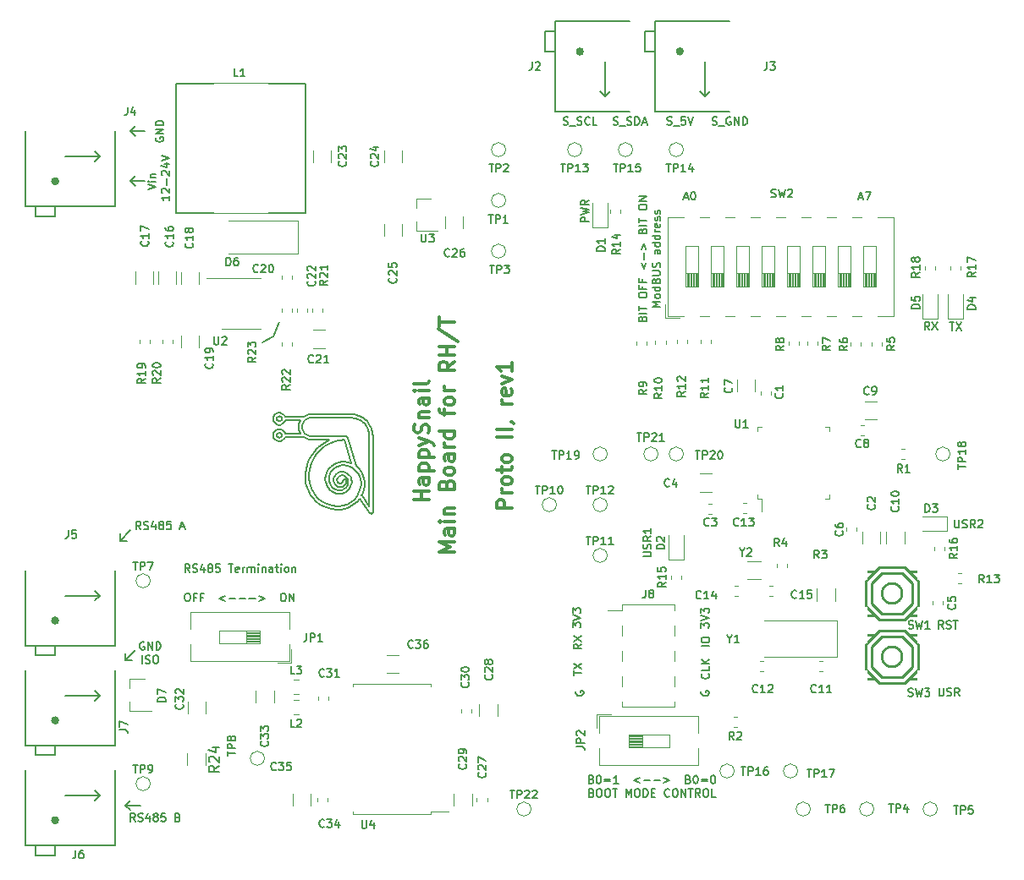
<source format=gbr>
G04 #@! TF.GenerationSoftware,KiCad,Pcbnew,5.1.5*
G04 #@! TF.CreationDate,2020-01-08T22:08:46+02:00*
G04 #@! TF.ProjectId,proto_II_assembly,70726f74-6f5f-4494-995f-617373656d62,rev?*
G04 #@! TF.SameCoordinates,Original*
G04 #@! TF.FileFunction,Legend,Top*
G04 #@! TF.FilePolarity,Positive*
%FSLAX46Y46*%
G04 Gerber Fmt 4.6, Leading zero omitted, Abs format (unit mm)*
G04 Created by KiCad (PCBNEW 5.1.5) date 2020-01-08 22:08:46*
%MOMM*%
%LPD*%
G04 APERTURE LIST*
%ADD10C,0.150000*%
%ADD11C,0.300000*%
%ADD12C,0.200000*%
%ADD13C,0.120000*%
%ADD14C,0.400000*%
%ADD15C,0.254000*%
%ADD16C,0.160000*%
%ADD17C,1.500000*%
%ADD18C,1.102000*%
%ADD19C,3.602000*%
%ADD20R,2.542000X1.222000*%
%ADD21R,3.252000X1.102000*%
%ADD22R,3.602000X1.902000*%
%ADD23R,3.602000X2.502000*%
%ADD24R,5.502000X3.002000*%
%ADD25R,1.222000X2.542000*%
%ADD26R,1.002000X0.902000*%
%ADD27C,1.626000*%
%ADD28R,1.102000X1.902000*%
%ADD29R,1.102760X1.102760*%
G04 APERTURE END LIST*
D10*
X100767857Y-70255952D02*
X100805952Y-70141666D01*
X100844047Y-70103571D01*
X100920238Y-70065476D01*
X101034523Y-70065476D01*
X101110714Y-70103571D01*
X101148809Y-70141666D01*
X101186904Y-70217857D01*
X101186904Y-70522619D01*
X100386904Y-70522619D01*
X100386904Y-70255952D01*
X100425000Y-70179761D01*
X100463095Y-70141666D01*
X100539285Y-70103571D01*
X100615476Y-70103571D01*
X100691666Y-70141666D01*
X100729761Y-70179761D01*
X100767857Y-70255952D01*
X100767857Y-70522619D01*
X101186904Y-69722619D02*
X100386904Y-69722619D01*
X100386904Y-69455952D02*
X100386904Y-68998809D01*
X101186904Y-69227380D02*
X100386904Y-69227380D01*
X100386904Y-67970238D02*
X100386904Y-67817857D01*
X100425000Y-67741666D01*
X100501190Y-67665476D01*
X100653571Y-67627380D01*
X100920238Y-67627380D01*
X101072619Y-67665476D01*
X101148809Y-67741666D01*
X101186904Y-67817857D01*
X101186904Y-67970238D01*
X101148809Y-68046428D01*
X101072619Y-68122619D01*
X100920238Y-68160714D01*
X100653571Y-68160714D01*
X100501190Y-68122619D01*
X100425000Y-68046428D01*
X100386904Y-67970238D01*
X100767857Y-67017857D02*
X100767857Y-67284523D01*
X101186904Y-67284523D02*
X100386904Y-67284523D01*
X100386904Y-66903571D01*
X100767857Y-66332142D02*
X100767857Y-66598809D01*
X101186904Y-66598809D02*
X100386904Y-66598809D01*
X100386904Y-66217857D01*
X100653571Y-64694047D02*
X100882142Y-65303571D01*
X101110714Y-64694047D01*
X100882142Y-64313095D02*
X100882142Y-63703571D01*
X100653571Y-63322619D02*
X100882142Y-62713095D01*
X101110714Y-63322619D01*
X100767857Y-61455952D02*
X100805952Y-61341666D01*
X100844047Y-61303571D01*
X100920238Y-61265476D01*
X101034523Y-61265476D01*
X101110714Y-61303571D01*
X101148809Y-61341666D01*
X101186904Y-61417857D01*
X101186904Y-61722619D01*
X100386904Y-61722619D01*
X100386904Y-61455952D01*
X100425000Y-61379761D01*
X100463095Y-61341666D01*
X100539285Y-61303571D01*
X100615476Y-61303571D01*
X100691666Y-61341666D01*
X100729761Y-61379761D01*
X100767857Y-61455952D01*
X100767857Y-61722619D01*
X101186904Y-60922619D02*
X100386904Y-60922619D01*
X100386904Y-60655952D02*
X100386904Y-60198809D01*
X101186904Y-60427380D02*
X100386904Y-60427380D01*
X100386904Y-59170238D02*
X100386904Y-59017857D01*
X100425000Y-58941666D01*
X100501190Y-58865476D01*
X100653571Y-58827380D01*
X100920238Y-58827380D01*
X101072619Y-58865476D01*
X101148809Y-58941666D01*
X101186904Y-59017857D01*
X101186904Y-59170238D01*
X101148809Y-59246428D01*
X101072619Y-59322619D01*
X100920238Y-59360714D01*
X100653571Y-59360714D01*
X100501190Y-59322619D01*
X100425000Y-59246428D01*
X100386904Y-59170238D01*
X101186904Y-58484523D02*
X100386904Y-58484523D01*
X101186904Y-58027380D01*
X100386904Y-58027380D01*
X102536904Y-69094047D02*
X101736904Y-69094047D01*
X102308333Y-68827380D01*
X101736904Y-68560714D01*
X102536904Y-68560714D01*
X102536904Y-68065476D02*
X102498809Y-68141666D01*
X102460714Y-68179761D01*
X102384523Y-68217857D01*
X102155952Y-68217857D01*
X102079761Y-68179761D01*
X102041666Y-68141666D01*
X102003571Y-68065476D01*
X102003571Y-67951190D01*
X102041666Y-67875000D01*
X102079761Y-67836904D01*
X102155952Y-67798809D01*
X102384523Y-67798809D01*
X102460714Y-67836904D01*
X102498809Y-67875000D01*
X102536904Y-67951190D01*
X102536904Y-68065476D01*
X102536904Y-67113095D02*
X101736904Y-67113095D01*
X102498809Y-67113095D02*
X102536904Y-67189285D01*
X102536904Y-67341666D01*
X102498809Y-67417857D01*
X102460714Y-67455952D01*
X102384523Y-67494047D01*
X102155952Y-67494047D01*
X102079761Y-67455952D01*
X102041666Y-67417857D01*
X102003571Y-67341666D01*
X102003571Y-67189285D01*
X102041666Y-67113095D01*
X102117857Y-66465476D02*
X102155952Y-66351190D01*
X102194047Y-66313095D01*
X102270238Y-66275000D01*
X102384523Y-66275000D01*
X102460714Y-66313095D01*
X102498809Y-66351190D01*
X102536904Y-66427380D01*
X102536904Y-66732142D01*
X101736904Y-66732142D01*
X101736904Y-66465476D01*
X101775000Y-66389285D01*
X101813095Y-66351190D01*
X101889285Y-66313095D01*
X101965476Y-66313095D01*
X102041666Y-66351190D01*
X102079761Y-66389285D01*
X102117857Y-66465476D01*
X102117857Y-66732142D01*
X101736904Y-65932142D02*
X102384523Y-65932142D01*
X102460714Y-65894047D01*
X102498809Y-65855952D01*
X102536904Y-65779761D01*
X102536904Y-65627380D01*
X102498809Y-65551190D01*
X102460714Y-65513095D01*
X102384523Y-65475000D01*
X101736904Y-65475000D01*
X102498809Y-65132142D02*
X102536904Y-65017857D01*
X102536904Y-64827380D01*
X102498809Y-64751190D01*
X102460714Y-64713095D01*
X102384523Y-64675000D01*
X102308333Y-64675000D01*
X102232142Y-64713095D01*
X102194047Y-64751190D01*
X102155952Y-64827380D01*
X102117857Y-64979761D01*
X102079761Y-65055952D01*
X102041666Y-65094047D01*
X101965476Y-65132142D01*
X101889285Y-65132142D01*
X101813095Y-65094047D01*
X101775000Y-65055952D01*
X101736904Y-64979761D01*
X101736904Y-64789285D01*
X101775000Y-64675000D01*
X102536904Y-63379761D02*
X102117857Y-63379761D01*
X102041666Y-63417857D01*
X102003571Y-63494047D01*
X102003571Y-63646428D01*
X102041666Y-63722619D01*
X102498809Y-63379761D02*
X102536904Y-63455952D01*
X102536904Y-63646428D01*
X102498809Y-63722619D01*
X102422619Y-63760714D01*
X102346428Y-63760714D01*
X102270238Y-63722619D01*
X102232142Y-63646428D01*
X102232142Y-63455952D01*
X102194047Y-63379761D01*
X102536904Y-62655952D02*
X101736904Y-62655952D01*
X102498809Y-62655952D02*
X102536904Y-62732142D01*
X102536904Y-62884523D01*
X102498809Y-62960714D01*
X102460714Y-62998809D01*
X102384523Y-63036904D01*
X102155952Y-63036904D01*
X102079761Y-62998809D01*
X102041666Y-62960714D01*
X102003571Y-62884523D01*
X102003571Y-62732142D01*
X102041666Y-62655952D01*
X102536904Y-61932142D02*
X101736904Y-61932142D01*
X102498809Y-61932142D02*
X102536904Y-62008333D01*
X102536904Y-62160714D01*
X102498809Y-62236904D01*
X102460714Y-62275000D01*
X102384523Y-62313095D01*
X102155952Y-62313095D01*
X102079761Y-62275000D01*
X102041666Y-62236904D01*
X102003571Y-62160714D01*
X102003571Y-62008333D01*
X102041666Y-61932142D01*
X102536904Y-61551190D02*
X102003571Y-61551190D01*
X102155952Y-61551190D02*
X102079761Y-61513095D01*
X102041666Y-61475000D01*
X102003571Y-61398809D01*
X102003571Y-61322619D01*
X102498809Y-60751190D02*
X102536904Y-60827380D01*
X102536904Y-60979761D01*
X102498809Y-61055952D01*
X102422619Y-61094047D01*
X102117857Y-61094047D01*
X102041666Y-61055952D01*
X102003571Y-60979761D01*
X102003571Y-60827380D01*
X102041666Y-60751190D01*
X102117857Y-60713095D01*
X102194047Y-60713095D01*
X102270238Y-61094047D01*
X102498809Y-60408333D02*
X102536904Y-60332142D01*
X102536904Y-60179761D01*
X102498809Y-60103571D01*
X102422619Y-60065476D01*
X102384523Y-60065476D01*
X102308333Y-60103571D01*
X102270238Y-60179761D01*
X102270238Y-60294047D01*
X102232142Y-60370238D01*
X102155952Y-60408333D01*
X102117857Y-60408333D01*
X102041666Y-60370238D01*
X102003571Y-60294047D01*
X102003571Y-60179761D01*
X102041666Y-60103571D01*
X102498809Y-59760714D02*
X102536904Y-59684523D01*
X102536904Y-59532142D01*
X102498809Y-59455952D01*
X102422619Y-59417857D01*
X102384523Y-59417857D01*
X102308333Y-59455952D01*
X102270238Y-59532142D01*
X102270238Y-59646428D01*
X102232142Y-59722619D01*
X102155952Y-59760714D01*
X102117857Y-59760714D01*
X102041666Y-59722619D01*
X102003571Y-59646428D01*
X102003571Y-59532142D01*
X102041666Y-59455952D01*
X106620504Y-101218476D02*
X106620504Y-100723238D01*
X106925266Y-100989904D01*
X106925266Y-100875619D01*
X106963361Y-100799428D01*
X107001457Y-100761333D01*
X107077647Y-100723238D01*
X107268123Y-100723238D01*
X107344314Y-100761333D01*
X107382409Y-100799428D01*
X107420504Y-100875619D01*
X107420504Y-101104190D01*
X107382409Y-101180380D01*
X107344314Y-101218476D01*
X106620504Y-100494666D02*
X107420504Y-100228000D01*
X106620504Y-99961333D01*
X106620504Y-99770857D02*
X106620504Y-99275619D01*
X106925266Y-99542285D01*
X106925266Y-99428000D01*
X106963361Y-99351809D01*
X107001457Y-99313714D01*
X107077647Y-99275619D01*
X107268123Y-99275619D01*
X107344314Y-99313714D01*
X107382409Y-99351809D01*
X107420504Y-99428000D01*
X107420504Y-99656571D01*
X107382409Y-99732761D01*
X107344314Y-99770857D01*
X106663400Y-107588076D02*
X106625304Y-107664266D01*
X106625304Y-107778552D01*
X106663400Y-107892838D01*
X106739590Y-107969028D01*
X106815780Y-108007123D01*
X106968161Y-108045219D01*
X107082447Y-108045219D01*
X107234828Y-108007123D01*
X107311019Y-107969028D01*
X107387209Y-107892838D01*
X107425304Y-107778552D01*
X107425304Y-107702361D01*
X107387209Y-107588076D01*
X107349114Y-107549980D01*
X107082447Y-107549980D01*
X107082447Y-107702361D01*
X107360714Y-105826190D02*
X107398809Y-105864285D01*
X107436904Y-105978571D01*
X107436904Y-106054761D01*
X107398809Y-106169047D01*
X107322619Y-106245238D01*
X107246428Y-106283333D01*
X107094047Y-106321428D01*
X106979761Y-106321428D01*
X106827380Y-106283333D01*
X106751190Y-106245238D01*
X106675000Y-106169047D01*
X106636904Y-106054761D01*
X106636904Y-105978571D01*
X106675000Y-105864285D01*
X106713095Y-105826190D01*
X107436904Y-105102380D02*
X107436904Y-105483333D01*
X106636904Y-105483333D01*
X107436904Y-104835714D02*
X106636904Y-104835714D01*
X107436904Y-104378571D02*
X106979761Y-104721428D01*
X106636904Y-104378571D02*
X107094047Y-104835714D01*
X107436904Y-103069047D02*
X106636904Y-103069047D01*
X106636904Y-102535714D02*
X106636904Y-102383333D01*
X106675000Y-102307142D01*
X106751190Y-102230952D01*
X106903571Y-102192857D01*
X107170238Y-102192857D01*
X107322619Y-102230952D01*
X107398809Y-102307142D01*
X107436904Y-102383333D01*
X107436904Y-102535714D01*
X107398809Y-102611904D01*
X107322619Y-102688095D01*
X107170238Y-102726190D01*
X106903571Y-102726190D01*
X106751190Y-102688095D01*
X106675000Y-102611904D01*
X106636904Y-102535714D01*
X93861904Y-105959523D02*
X93861904Y-105502380D01*
X94661904Y-105730952D02*
X93861904Y-105730952D01*
X93861904Y-105311904D02*
X94661904Y-104778571D01*
X93861904Y-104778571D02*
X94661904Y-105311904D01*
X94661904Y-102858333D02*
X94280952Y-103125000D01*
X94661904Y-103315476D02*
X93861904Y-103315476D01*
X93861904Y-103010714D01*
X93900000Y-102934523D01*
X93938095Y-102896428D01*
X94014285Y-102858333D01*
X94128571Y-102858333D01*
X94204761Y-102896428D01*
X94242857Y-102934523D01*
X94280952Y-103010714D01*
X94280952Y-103315476D01*
X93861904Y-102591666D02*
X94661904Y-102058333D01*
X93861904Y-102058333D02*
X94661904Y-102591666D01*
X55154761Y-97786904D02*
X55307142Y-97786904D01*
X55383333Y-97825000D01*
X55459523Y-97901190D01*
X55497619Y-98053571D01*
X55497619Y-98320238D01*
X55459523Y-98472619D01*
X55383333Y-98548809D01*
X55307142Y-98586904D01*
X55154761Y-98586904D01*
X55078571Y-98548809D01*
X55002380Y-98472619D01*
X54964285Y-98320238D01*
X54964285Y-98053571D01*
X55002380Y-97901190D01*
X55078571Y-97825000D01*
X55154761Y-97786904D01*
X56107142Y-98167857D02*
X55840476Y-98167857D01*
X55840476Y-98586904D02*
X55840476Y-97786904D01*
X56221428Y-97786904D01*
X56792857Y-98167857D02*
X56526190Y-98167857D01*
X56526190Y-98586904D02*
X56526190Y-97786904D01*
X56907142Y-97786904D01*
X59040476Y-98053571D02*
X58430952Y-98282142D01*
X59040476Y-98510714D01*
X59421428Y-98282142D02*
X60030952Y-98282142D01*
X60411904Y-98282142D02*
X61021428Y-98282142D01*
X61402380Y-98282142D02*
X62011904Y-98282142D01*
X62392857Y-98053571D02*
X63002380Y-98282142D01*
X62392857Y-98510714D01*
X64754761Y-97786904D02*
X64907142Y-97786904D01*
X64983333Y-97825000D01*
X65059523Y-97901190D01*
X65097619Y-98053571D01*
X65097619Y-98320238D01*
X65059523Y-98472619D01*
X64983333Y-98548809D01*
X64907142Y-98586904D01*
X64754761Y-98586904D01*
X64678571Y-98548809D01*
X64602380Y-98472619D01*
X64564285Y-98320238D01*
X64564285Y-98053571D01*
X64602380Y-97901190D01*
X64678571Y-97825000D01*
X64754761Y-97786904D01*
X65440476Y-98586904D02*
X65440476Y-97786904D01*
X65897619Y-98586904D01*
X65897619Y-97786904D01*
X55458333Y-95661904D02*
X55191666Y-95280952D01*
X55001190Y-95661904D02*
X55001190Y-94861904D01*
X55305952Y-94861904D01*
X55382142Y-94900000D01*
X55420238Y-94938095D01*
X55458333Y-95014285D01*
X55458333Y-95128571D01*
X55420238Y-95204761D01*
X55382142Y-95242857D01*
X55305952Y-95280952D01*
X55001190Y-95280952D01*
X55763095Y-95623809D02*
X55877380Y-95661904D01*
X56067857Y-95661904D01*
X56144047Y-95623809D01*
X56182142Y-95585714D01*
X56220238Y-95509523D01*
X56220238Y-95433333D01*
X56182142Y-95357142D01*
X56144047Y-95319047D01*
X56067857Y-95280952D01*
X55915476Y-95242857D01*
X55839285Y-95204761D01*
X55801190Y-95166666D01*
X55763095Y-95090476D01*
X55763095Y-95014285D01*
X55801190Y-94938095D01*
X55839285Y-94900000D01*
X55915476Y-94861904D01*
X56105952Y-94861904D01*
X56220238Y-94900000D01*
X56905952Y-95128571D02*
X56905952Y-95661904D01*
X56715476Y-94823809D02*
X56525000Y-95395238D01*
X57020238Y-95395238D01*
X57439285Y-95204761D02*
X57363095Y-95166666D01*
X57325000Y-95128571D01*
X57286904Y-95052380D01*
X57286904Y-95014285D01*
X57325000Y-94938095D01*
X57363095Y-94900000D01*
X57439285Y-94861904D01*
X57591666Y-94861904D01*
X57667857Y-94900000D01*
X57705952Y-94938095D01*
X57744047Y-95014285D01*
X57744047Y-95052380D01*
X57705952Y-95128571D01*
X57667857Y-95166666D01*
X57591666Y-95204761D01*
X57439285Y-95204761D01*
X57363095Y-95242857D01*
X57325000Y-95280952D01*
X57286904Y-95357142D01*
X57286904Y-95509523D01*
X57325000Y-95585714D01*
X57363095Y-95623809D01*
X57439285Y-95661904D01*
X57591666Y-95661904D01*
X57667857Y-95623809D01*
X57705952Y-95585714D01*
X57744047Y-95509523D01*
X57744047Y-95357142D01*
X57705952Y-95280952D01*
X57667857Y-95242857D01*
X57591666Y-95204761D01*
X58467857Y-94861904D02*
X58086904Y-94861904D01*
X58048809Y-95242857D01*
X58086904Y-95204761D01*
X58163095Y-95166666D01*
X58353571Y-95166666D01*
X58429761Y-95204761D01*
X58467857Y-95242857D01*
X58505952Y-95319047D01*
X58505952Y-95509523D01*
X58467857Y-95585714D01*
X58429761Y-95623809D01*
X58353571Y-95661904D01*
X58163095Y-95661904D01*
X58086904Y-95623809D01*
X58048809Y-95585714D01*
X59344047Y-94861904D02*
X59801190Y-94861904D01*
X59572619Y-95661904D02*
X59572619Y-94861904D01*
X60372619Y-95623809D02*
X60296428Y-95661904D01*
X60144047Y-95661904D01*
X60067857Y-95623809D01*
X60029761Y-95547619D01*
X60029761Y-95242857D01*
X60067857Y-95166666D01*
X60144047Y-95128571D01*
X60296428Y-95128571D01*
X60372619Y-95166666D01*
X60410714Y-95242857D01*
X60410714Y-95319047D01*
X60029761Y-95395238D01*
X60753571Y-95661904D02*
X60753571Y-95128571D01*
X60753571Y-95280952D02*
X60791666Y-95204761D01*
X60829761Y-95166666D01*
X60905952Y-95128571D01*
X60982142Y-95128571D01*
X61248809Y-95661904D02*
X61248809Y-95128571D01*
X61248809Y-95204761D02*
X61286904Y-95166666D01*
X61363095Y-95128571D01*
X61477380Y-95128571D01*
X61553571Y-95166666D01*
X61591666Y-95242857D01*
X61591666Y-95661904D01*
X61591666Y-95242857D02*
X61629761Y-95166666D01*
X61705952Y-95128571D01*
X61820238Y-95128571D01*
X61896428Y-95166666D01*
X61934523Y-95242857D01*
X61934523Y-95661904D01*
X62315476Y-95661904D02*
X62315476Y-95128571D01*
X62315476Y-94861904D02*
X62277380Y-94900000D01*
X62315476Y-94938095D01*
X62353571Y-94900000D01*
X62315476Y-94861904D01*
X62315476Y-94938095D01*
X62696428Y-95128571D02*
X62696428Y-95661904D01*
X62696428Y-95204761D02*
X62734523Y-95166666D01*
X62810714Y-95128571D01*
X62925000Y-95128571D01*
X63001190Y-95166666D01*
X63039285Y-95242857D01*
X63039285Y-95661904D01*
X63763095Y-95661904D02*
X63763095Y-95242857D01*
X63725000Y-95166666D01*
X63648809Y-95128571D01*
X63496428Y-95128571D01*
X63420238Y-95166666D01*
X63763095Y-95623809D02*
X63686904Y-95661904D01*
X63496428Y-95661904D01*
X63420238Y-95623809D01*
X63382142Y-95547619D01*
X63382142Y-95471428D01*
X63420238Y-95395238D01*
X63496428Y-95357142D01*
X63686904Y-95357142D01*
X63763095Y-95319047D01*
X64029761Y-95128571D02*
X64334523Y-95128571D01*
X64144047Y-94861904D02*
X64144047Y-95547619D01*
X64182142Y-95623809D01*
X64258333Y-95661904D01*
X64334523Y-95661904D01*
X64601190Y-95661904D02*
X64601190Y-95128571D01*
X64601190Y-94861904D02*
X64563095Y-94900000D01*
X64601190Y-94938095D01*
X64639285Y-94900000D01*
X64601190Y-94861904D01*
X64601190Y-94938095D01*
X65096428Y-95661904D02*
X65020238Y-95623809D01*
X64982142Y-95585714D01*
X64944047Y-95509523D01*
X64944047Y-95280952D01*
X64982142Y-95204761D01*
X65020238Y-95166666D01*
X65096428Y-95128571D01*
X65210714Y-95128571D01*
X65286904Y-95166666D01*
X65325000Y-95204761D01*
X65363095Y-95280952D01*
X65363095Y-95509523D01*
X65325000Y-95585714D01*
X65286904Y-95623809D01*
X65210714Y-95661904D01*
X65096428Y-95661904D01*
X65705952Y-95128571D02*
X65705952Y-95661904D01*
X65705952Y-95204761D02*
X65744047Y-95166666D01*
X65820238Y-95128571D01*
X65934523Y-95128571D01*
X66010714Y-95166666D01*
X66048809Y-95242857D01*
X66048809Y-95661904D01*
X50019047Y-120611904D02*
X49752380Y-120230952D01*
X49561904Y-120611904D02*
X49561904Y-119811904D01*
X49866666Y-119811904D01*
X49942857Y-119850000D01*
X49980952Y-119888095D01*
X50019047Y-119964285D01*
X50019047Y-120078571D01*
X49980952Y-120154761D01*
X49942857Y-120192857D01*
X49866666Y-120230952D01*
X49561904Y-120230952D01*
X50323809Y-120573809D02*
X50438095Y-120611904D01*
X50628571Y-120611904D01*
X50704761Y-120573809D01*
X50742857Y-120535714D01*
X50780952Y-120459523D01*
X50780952Y-120383333D01*
X50742857Y-120307142D01*
X50704761Y-120269047D01*
X50628571Y-120230952D01*
X50476190Y-120192857D01*
X50400000Y-120154761D01*
X50361904Y-120116666D01*
X50323809Y-120040476D01*
X50323809Y-119964285D01*
X50361904Y-119888095D01*
X50400000Y-119850000D01*
X50476190Y-119811904D01*
X50666666Y-119811904D01*
X50780952Y-119850000D01*
X51466666Y-120078571D02*
X51466666Y-120611904D01*
X51276190Y-119773809D02*
X51085714Y-120345238D01*
X51580952Y-120345238D01*
X52000000Y-120154761D02*
X51923809Y-120116666D01*
X51885714Y-120078571D01*
X51847619Y-120002380D01*
X51847619Y-119964285D01*
X51885714Y-119888095D01*
X51923809Y-119850000D01*
X52000000Y-119811904D01*
X52152380Y-119811904D01*
X52228571Y-119850000D01*
X52266666Y-119888095D01*
X52304761Y-119964285D01*
X52304761Y-120002380D01*
X52266666Y-120078571D01*
X52228571Y-120116666D01*
X52152380Y-120154761D01*
X52000000Y-120154761D01*
X51923809Y-120192857D01*
X51885714Y-120230952D01*
X51847619Y-120307142D01*
X51847619Y-120459523D01*
X51885714Y-120535714D01*
X51923809Y-120573809D01*
X52000000Y-120611904D01*
X52152380Y-120611904D01*
X52228571Y-120573809D01*
X52266666Y-120535714D01*
X52304761Y-120459523D01*
X52304761Y-120307142D01*
X52266666Y-120230952D01*
X52228571Y-120192857D01*
X52152380Y-120154761D01*
X53028571Y-119811904D02*
X52647619Y-119811904D01*
X52609523Y-120192857D01*
X52647619Y-120154761D01*
X52723809Y-120116666D01*
X52914285Y-120116666D01*
X52990476Y-120154761D01*
X53028571Y-120192857D01*
X53066666Y-120269047D01*
X53066666Y-120459523D01*
X53028571Y-120535714D01*
X52990476Y-120573809D01*
X52914285Y-120611904D01*
X52723809Y-120611904D01*
X52647619Y-120573809D01*
X52609523Y-120535714D01*
X54285714Y-120192857D02*
X54400000Y-120230952D01*
X54438095Y-120269047D01*
X54476190Y-120345238D01*
X54476190Y-120459523D01*
X54438095Y-120535714D01*
X54400000Y-120573809D01*
X54323809Y-120611904D01*
X54019047Y-120611904D01*
X54019047Y-119811904D01*
X54285714Y-119811904D01*
X54361904Y-119850000D01*
X54400000Y-119888095D01*
X54438095Y-119964285D01*
X54438095Y-120040476D01*
X54400000Y-120116666D01*
X54361904Y-120154761D01*
X54285714Y-120192857D01*
X54019047Y-120192857D01*
X94113400Y-107588076D02*
X94075304Y-107664266D01*
X94075304Y-107778552D01*
X94113400Y-107892838D01*
X94189590Y-107969028D01*
X94265780Y-108007123D01*
X94418161Y-108045219D01*
X94532447Y-108045219D01*
X94684828Y-108007123D01*
X94761019Y-107969028D01*
X94837209Y-107892838D01*
X94875304Y-107778552D01*
X94875304Y-107702361D01*
X94837209Y-107588076D01*
X94799114Y-107549980D01*
X94532447Y-107549980D01*
X94532447Y-107702361D01*
X95642857Y-116392857D02*
X95757142Y-116430952D01*
X95795238Y-116469047D01*
X95833333Y-116545238D01*
X95833333Y-116659523D01*
X95795238Y-116735714D01*
X95757142Y-116773809D01*
X95680952Y-116811904D01*
X95376190Y-116811904D01*
X95376190Y-116011904D01*
X95642857Y-116011904D01*
X95719047Y-116050000D01*
X95757142Y-116088095D01*
X95795238Y-116164285D01*
X95795238Y-116240476D01*
X95757142Y-116316666D01*
X95719047Y-116354761D01*
X95642857Y-116392857D01*
X95376190Y-116392857D01*
X96328571Y-116011904D02*
X96404761Y-116011904D01*
X96480952Y-116050000D01*
X96519047Y-116088095D01*
X96557142Y-116164285D01*
X96595238Y-116316666D01*
X96595238Y-116507142D01*
X96557142Y-116659523D01*
X96519047Y-116735714D01*
X96480952Y-116773809D01*
X96404761Y-116811904D01*
X96328571Y-116811904D01*
X96252380Y-116773809D01*
X96214285Y-116735714D01*
X96176190Y-116659523D01*
X96138095Y-116507142D01*
X96138095Y-116316666D01*
X96176190Y-116164285D01*
X96214285Y-116088095D01*
X96252380Y-116050000D01*
X96328571Y-116011904D01*
X96938095Y-116392857D02*
X97547619Y-116392857D01*
X97547619Y-116621428D02*
X96938095Y-116621428D01*
X98347619Y-116811904D02*
X97890476Y-116811904D01*
X98119047Y-116811904D02*
X98119047Y-116011904D01*
X98042857Y-116126190D01*
X97966666Y-116202380D01*
X97890476Y-116240476D01*
X100519047Y-116278571D02*
X99909523Y-116507142D01*
X100519047Y-116735714D01*
X100900000Y-116507142D02*
X101509523Y-116507142D01*
X101890476Y-116507142D02*
X102500000Y-116507142D01*
X102880952Y-116278571D02*
X103490476Y-116507142D01*
X102880952Y-116735714D01*
X105357142Y-116392857D02*
X105471428Y-116430952D01*
X105509523Y-116469047D01*
X105547619Y-116545238D01*
X105547619Y-116659523D01*
X105509523Y-116735714D01*
X105471428Y-116773809D01*
X105395238Y-116811904D01*
X105090476Y-116811904D01*
X105090476Y-116011904D01*
X105357142Y-116011904D01*
X105433333Y-116050000D01*
X105471428Y-116088095D01*
X105509523Y-116164285D01*
X105509523Y-116240476D01*
X105471428Y-116316666D01*
X105433333Y-116354761D01*
X105357142Y-116392857D01*
X105090476Y-116392857D01*
X106042857Y-116011904D02*
X106119047Y-116011904D01*
X106195238Y-116050000D01*
X106233333Y-116088095D01*
X106271428Y-116164285D01*
X106309523Y-116316666D01*
X106309523Y-116507142D01*
X106271428Y-116659523D01*
X106233333Y-116735714D01*
X106195238Y-116773809D01*
X106119047Y-116811904D01*
X106042857Y-116811904D01*
X105966666Y-116773809D01*
X105928571Y-116735714D01*
X105890476Y-116659523D01*
X105852380Y-116507142D01*
X105852380Y-116316666D01*
X105890476Y-116164285D01*
X105928571Y-116088095D01*
X105966666Y-116050000D01*
X106042857Y-116011904D01*
X106652380Y-116392857D02*
X107261904Y-116392857D01*
X107261904Y-116621428D02*
X106652380Y-116621428D01*
X107795238Y-116011904D02*
X107871428Y-116011904D01*
X107947619Y-116050000D01*
X107985714Y-116088095D01*
X108023809Y-116164285D01*
X108061904Y-116316666D01*
X108061904Y-116507142D01*
X108023809Y-116659523D01*
X107985714Y-116735714D01*
X107947619Y-116773809D01*
X107871428Y-116811904D01*
X107795238Y-116811904D01*
X107719047Y-116773809D01*
X107680952Y-116735714D01*
X107642857Y-116659523D01*
X107604761Y-116507142D01*
X107604761Y-116316666D01*
X107642857Y-116164285D01*
X107680952Y-116088095D01*
X107719047Y-116050000D01*
X107795238Y-116011904D01*
X95680952Y-117742857D02*
X95795238Y-117780952D01*
X95833333Y-117819047D01*
X95871428Y-117895238D01*
X95871428Y-118009523D01*
X95833333Y-118085714D01*
X95795238Y-118123809D01*
X95719047Y-118161904D01*
X95414285Y-118161904D01*
X95414285Y-117361904D01*
X95680952Y-117361904D01*
X95757142Y-117400000D01*
X95795238Y-117438095D01*
X95833333Y-117514285D01*
X95833333Y-117590476D01*
X95795238Y-117666666D01*
X95757142Y-117704761D01*
X95680952Y-117742857D01*
X95414285Y-117742857D01*
X96366666Y-117361904D02*
X96519047Y-117361904D01*
X96595238Y-117400000D01*
X96671428Y-117476190D01*
X96709523Y-117628571D01*
X96709523Y-117895238D01*
X96671428Y-118047619D01*
X96595238Y-118123809D01*
X96519047Y-118161904D01*
X96366666Y-118161904D01*
X96290476Y-118123809D01*
X96214285Y-118047619D01*
X96176190Y-117895238D01*
X96176190Y-117628571D01*
X96214285Y-117476190D01*
X96290476Y-117400000D01*
X96366666Y-117361904D01*
X97204761Y-117361904D02*
X97357142Y-117361904D01*
X97433333Y-117400000D01*
X97509523Y-117476190D01*
X97547619Y-117628571D01*
X97547619Y-117895238D01*
X97509523Y-118047619D01*
X97433333Y-118123809D01*
X97357142Y-118161904D01*
X97204761Y-118161904D01*
X97128571Y-118123809D01*
X97052380Y-118047619D01*
X97014285Y-117895238D01*
X97014285Y-117628571D01*
X97052380Y-117476190D01*
X97128571Y-117400000D01*
X97204761Y-117361904D01*
X97776190Y-117361904D02*
X98233333Y-117361904D01*
X98004761Y-118161904D02*
X98004761Y-117361904D01*
X99109523Y-118161904D02*
X99109523Y-117361904D01*
X99376190Y-117933333D01*
X99642857Y-117361904D01*
X99642857Y-118161904D01*
X100176190Y-117361904D02*
X100328571Y-117361904D01*
X100404761Y-117400000D01*
X100480952Y-117476190D01*
X100519047Y-117628571D01*
X100519047Y-117895238D01*
X100480952Y-118047619D01*
X100404761Y-118123809D01*
X100328571Y-118161904D01*
X100176190Y-118161904D01*
X100100000Y-118123809D01*
X100023809Y-118047619D01*
X99985714Y-117895238D01*
X99985714Y-117628571D01*
X100023809Y-117476190D01*
X100100000Y-117400000D01*
X100176190Y-117361904D01*
X100861904Y-118161904D02*
X100861904Y-117361904D01*
X101052380Y-117361904D01*
X101166666Y-117400000D01*
X101242857Y-117476190D01*
X101280952Y-117552380D01*
X101319047Y-117704761D01*
X101319047Y-117819047D01*
X101280952Y-117971428D01*
X101242857Y-118047619D01*
X101166666Y-118123809D01*
X101052380Y-118161904D01*
X100861904Y-118161904D01*
X101661904Y-117742857D02*
X101928571Y-117742857D01*
X102042857Y-118161904D02*
X101661904Y-118161904D01*
X101661904Y-117361904D01*
X102042857Y-117361904D01*
X103452380Y-118085714D02*
X103414285Y-118123809D01*
X103300000Y-118161904D01*
X103223809Y-118161904D01*
X103109523Y-118123809D01*
X103033333Y-118047619D01*
X102995238Y-117971428D01*
X102957142Y-117819047D01*
X102957142Y-117704761D01*
X102995238Y-117552380D01*
X103033333Y-117476190D01*
X103109523Y-117400000D01*
X103223809Y-117361904D01*
X103300000Y-117361904D01*
X103414285Y-117400000D01*
X103452380Y-117438095D01*
X103947619Y-117361904D02*
X104100000Y-117361904D01*
X104176190Y-117400000D01*
X104252380Y-117476190D01*
X104290476Y-117628571D01*
X104290476Y-117895238D01*
X104252380Y-118047619D01*
X104176190Y-118123809D01*
X104100000Y-118161904D01*
X103947619Y-118161904D01*
X103871428Y-118123809D01*
X103795238Y-118047619D01*
X103757142Y-117895238D01*
X103757142Y-117628571D01*
X103795238Y-117476190D01*
X103871428Y-117400000D01*
X103947619Y-117361904D01*
X104633333Y-118161904D02*
X104633333Y-117361904D01*
X105090476Y-118161904D01*
X105090476Y-117361904D01*
X105357142Y-117361904D02*
X105814285Y-117361904D01*
X105585714Y-118161904D02*
X105585714Y-117361904D01*
X106538095Y-118161904D02*
X106271428Y-117780952D01*
X106080952Y-118161904D02*
X106080952Y-117361904D01*
X106385714Y-117361904D01*
X106461904Y-117400000D01*
X106500000Y-117438095D01*
X106538095Y-117514285D01*
X106538095Y-117628571D01*
X106500000Y-117704761D01*
X106461904Y-117742857D01*
X106385714Y-117780952D01*
X106080952Y-117780952D01*
X107033333Y-117361904D02*
X107185714Y-117361904D01*
X107261904Y-117400000D01*
X107338095Y-117476190D01*
X107376190Y-117628571D01*
X107376190Y-117895238D01*
X107338095Y-118047619D01*
X107261904Y-118123809D01*
X107185714Y-118161904D01*
X107033333Y-118161904D01*
X106957142Y-118123809D01*
X106880952Y-118047619D01*
X106842857Y-117895238D01*
X106842857Y-117628571D01*
X106880952Y-117476190D01*
X106957142Y-117400000D01*
X107033333Y-117361904D01*
X108100000Y-118161904D02*
X107719047Y-118161904D01*
X107719047Y-117361904D01*
X93770504Y-101193476D02*
X93770504Y-100698238D01*
X94075266Y-100964904D01*
X94075266Y-100850619D01*
X94113361Y-100774428D01*
X94151457Y-100736333D01*
X94227647Y-100698238D01*
X94418123Y-100698238D01*
X94494314Y-100736333D01*
X94532409Y-100774428D01*
X94570504Y-100850619D01*
X94570504Y-101079190D01*
X94532409Y-101155380D01*
X94494314Y-101193476D01*
X93770504Y-100469666D02*
X94570504Y-100203000D01*
X93770504Y-99936333D01*
X93770504Y-99745857D02*
X93770504Y-99250619D01*
X94075266Y-99517285D01*
X94075266Y-99403000D01*
X94113361Y-99326809D01*
X94151457Y-99288714D01*
X94227647Y-99250619D01*
X94418123Y-99250619D01*
X94494314Y-99288714D01*
X94532409Y-99326809D01*
X94570504Y-99403000D01*
X94570504Y-99631571D01*
X94532409Y-99707761D01*
X94494314Y-99745857D01*
D11*
X87678571Y-89250000D02*
X86178571Y-89250000D01*
X86178571Y-88678571D01*
X86250000Y-88535714D01*
X86321428Y-88464285D01*
X86464285Y-88392857D01*
X86678571Y-88392857D01*
X86821428Y-88464285D01*
X86892857Y-88535714D01*
X86964285Y-88678571D01*
X86964285Y-89250000D01*
X87678571Y-87750000D02*
X86678571Y-87750000D01*
X86964285Y-87750000D02*
X86821428Y-87678571D01*
X86750000Y-87607142D01*
X86678571Y-87464285D01*
X86678571Y-87321428D01*
X87678571Y-86607142D02*
X87607142Y-86750000D01*
X87535714Y-86821428D01*
X87392857Y-86892857D01*
X86964285Y-86892857D01*
X86821428Y-86821428D01*
X86750000Y-86750000D01*
X86678571Y-86607142D01*
X86678571Y-86392857D01*
X86750000Y-86250000D01*
X86821428Y-86178571D01*
X86964285Y-86107142D01*
X87392857Y-86107142D01*
X87535714Y-86178571D01*
X87607142Y-86250000D01*
X87678571Y-86392857D01*
X87678571Y-86607142D01*
X86678571Y-85678571D02*
X86678571Y-85107142D01*
X86178571Y-85464285D02*
X87464285Y-85464285D01*
X87607142Y-85392857D01*
X87678571Y-85250000D01*
X87678571Y-85107142D01*
X87678571Y-84392857D02*
X87607142Y-84535714D01*
X87535714Y-84607142D01*
X87392857Y-84678571D01*
X86964285Y-84678571D01*
X86821428Y-84607142D01*
X86750000Y-84535714D01*
X86678571Y-84392857D01*
X86678571Y-84178571D01*
X86750000Y-84035714D01*
X86821428Y-83964285D01*
X86964285Y-83892857D01*
X87392857Y-83892857D01*
X87535714Y-83964285D01*
X87607142Y-84035714D01*
X87678571Y-84178571D01*
X87678571Y-84392857D01*
X87678571Y-82107142D02*
X86178571Y-82107142D01*
X87678571Y-81392857D02*
X86178571Y-81392857D01*
X87607142Y-80607142D02*
X87678571Y-80607142D01*
X87821428Y-80678571D01*
X87892857Y-80750000D01*
X87678571Y-78821428D02*
X86678571Y-78821428D01*
X86964285Y-78821428D02*
X86821428Y-78750000D01*
X86750000Y-78678571D01*
X86678571Y-78535714D01*
X86678571Y-78392857D01*
X87607142Y-77321428D02*
X87678571Y-77464285D01*
X87678571Y-77750000D01*
X87607142Y-77892857D01*
X87464285Y-77964285D01*
X86892857Y-77964285D01*
X86750000Y-77892857D01*
X86678571Y-77750000D01*
X86678571Y-77464285D01*
X86750000Y-77321428D01*
X86892857Y-77250000D01*
X87035714Y-77250000D01*
X87178571Y-77964285D01*
X86678571Y-76750000D02*
X87678571Y-76392857D01*
X86678571Y-76035714D01*
X87678571Y-74678571D02*
X87678571Y-75535714D01*
X87678571Y-75107142D02*
X86178571Y-75107142D01*
X86392857Y-75250000D01*
X86535714Y-75392857D01*
X86607142Y-75535714D01*
X79403571Y-88428571D02*
X77903571Y-88428571D01*
X78617857Y-88428571D02*
X78617857Y-87571428D01*
X79403571Y-87571428D02*
X77903571Y-87571428D01*
X79403571Y-86214285D02*
X78617857Y-86214285D01*
X78475000Y-86285714D01*
X78403571Y-86428571D01*
X78403571Y-86714285D01*
X78475000Y-86857142D01*
X79332142Y-86214285D02*
X79403571Y-86357142D01*
X79403571Y-86714285D01*
X79332142Y-86857142D01*
X79189285Y-86928571D01*
X79046428Y-86928571D01*
X78903571Y-86857142D01*
X78832142Y-86714285D01*
X78832142Y-86357142D01*
X78760714Y-86214285D01*
X78403571Y-85500000D02*
X79903571Y-85500000D01*
X78475000Y-85500000D02*
X78403571Y-85357142D01*
X78403571Y-85071428D01*
X78475000Y-84928571D01*
X78546428Y-84857142D01*
X78689285Y-84785714D01*
X79117857Y-84785714D01*
X79260714Y-84857142D01*
X79332142Y-84928571D01*
X79403571Y-85071428D01*
X79403571Y-85357142D01*
X79332142Y-85500000D01*
X78403571Y-84142857D02*
X79903571Y-84142857D01*
X78475000Y-84142857D02*
X78403571Y-84000000D01*
X78403571Y-83714285D01*
X78475000Y-83571428D01*
X78546428Y-83500000D01*
X78689285Y-83428571D01*
X79117857Y-83428571D01*
X79260714Y-83500000D01*
X79332142Y-83571428D01*
X79403571Y-83714285D01*
X79403571Y-84000000D01*
X79332142Y-84142857D01*
X78403571Y-82928571D02*
X79403571Y-82571428D01*
X78403571Y-82214285D02*
X79403571Y-82571428D01*
X79760714Y-82714285D01*
X79832142Y-82785714D01*
X79903571Y-82928571D01*
X79332142Y-81714285D02*
X79403571Y-81500000D01*
X79403571Y-81142857D01*
X79332142Y-81000000D01*
X79260714Y-80928571D01*
X79117857Y-80857142D01*
X78975000Y-80857142D01*
X78832142Y-80928571D01*
X78760714Y-81000000D01*
X78689285Y-81142857D01*
X78617857Y-81428571D01*
X78546428Y-81571428D01*
X78475000Y-81642857D01*
X78332142Y-81714285D01*
X78189285Y-81714285D01*
X78046428Y-81642857D01*
X77975000Y-81571428D01*
X77903571Y-81428571D01*
X77903571Y-81071428D01*
X77975000Y-80857142D01*
X78403571Y-80214285D02*
X79403571Y-80214285D01*
X78546428Y-80214285D02*
X78475000Y-80142857D01*
X78403571Y-80000000D01*
X78403571Y-79785714D01*
X78475000Y-79642857D01*
X78617857Y-79571428D01*
X79403571Y-79571428D01*
X79403571Y-78214285D02*
X78617857Y-78214285D01*
X78475000Y-78285714D01*
X78403571Y-78428571D01*
X78403571Y-78714285D01*
X78475000Y-78857142D01*
X79332142Y-78214285D02*
X79403571Y-78357142D01*
X79403571Y-78714285D01*
X79332142Y-78857142D01*
X79189285Y-78928571D01*
X79046428Y-78928571D01*
X78903571Y-78857142D01*
X78832142Y-78714285D01*
X78832142Y-78357142D01*
X78760714Y-78214285D01*
X79403571Y-77500000D02*
X78403571Y-77500000D01*
X77903571Y-77500000D02*
X77975000Y-77571428D01*
X78046428Y-77500000D01*
X77975000Y-77428571D01*
X77903571Y-77500000D01*
X78046428Y-77500000D01*
X79403571Y-76571428D02*
X79332142Y-76714285D01*
X79189285Y-76785714D01*
X77903571Y-76785714D01*
X81953571Y-93642857D02*
X80453571Y-93642857D01*
X81525000Y-93142857D01*
X80453571Y-92642857D01*
X81953571Y-92642857D01*
X81953571Y-91285714D02*
X81167857Y-91285714D01*
X81025000Y-91357142D01*
X80953571Y-91500000D01*
X80953571Y-91785714D01*
X81025000Y-91928571D01*
X81882142Y-91285714D02*
X81953571Y-91428571D01*
X81953571Y-91785714D01*
X81882142Y-91928571D01*
X81739285Y-92000000D01*
X81596428Y-92000000D01*
X81453571Y-91928571D01*
X81382142Y-91785714D01*
X81382142Y-91428571D01*
X81310714Y-91285714D01*
X81953571Y-90571428D02*
X80953571Y-90571428D01*
X80453571Y-90571428D02*
X80525000Y-90642857D01*
X80596428Y-90571428D01*
X80525000Y-90500000D01*
X80453571Y-90571428D01*
X80596428Y-90571428D01*
X80953571Y-89857142D02*
X81953571Y-89857142D01*
X81096428Y-89857142D02*
X81025000Y-89785714D01*
X80953571Y-89642857D01*
X80953571Y-89428571D01*
X81025000Y-89285714D01*
X81167857Y-89214285D01*
X81953571Y-89214285D01*
X81167857Y-86857142D02*
X81239285Y-86642857D01*
X81310714Y-86571428D01*
X81453571Y-86500000D01*
X81667857Y-86500000D01*
X81810714Y-86571428D01*
X81882142Y-86642857D01*
X81953571Y-86785714D01*
X81953571Y-87357142D01*
X80453571Y-87357142D01*
X80453571Y-86857142D01*
X80525000Y-86714285D01*
X80596428Y-86642857D01*
X80739285Y-86571428D01*
X80882142Y-86571428D01*
X81025000Y-86642857D01*
X81096428Y-86714285D01*
X81167857Y-86857142D01*
X81167857Y-87357142D01*
X81953571Y-85642857D02*
X81882142Y-85785714D01*
X81810714Y-85857142D01*
X81667857Y-85928571D01*
X81239285Y-85928571D01*
X81096428Y-85857142D01*
X81025000Y-85785714D01*
X80953571Y-85642857D01*
X80953571Y-85428571D01*
X81025000Y-85285714D01*
X81096428Y-85214285D01*
X81239285Y-85142857D01*
X81667857Y-85142857D01*
X81810714Y-85214285D01*
X81882142Y-85285714D01*
X81953571Y-85428571D01*
X81953571Y-85642857D01*
X81953571Y-83857142D02*
X81167857Y-83857142D01*
X81025000Y-83928571D01*
X80953571Y-84071428D01*
X80953571Y-84357142D01*
X81025000Y-84500000D01*
X81882142Y-83857142D02*
X81953571Y-84000000D01*
X81953571Y-84357142D01*
X81882142Y-84500000D01*
X81739285Y-84571428D01*
X81596428Y-84571428D01*
X81453571Y-84500000D01*
X81382142Y-84357142D01*
X81382142Y-84000000D01*
X81310714Y-83857142D01*
X81953571Y-83142857D02*
X80953571Y-83142857D01*
X81239285Y-83142857D02*
X81096428Y-83071428D01*
X81025000Y-83000000D01*
X80953571Y-82857142D01*
X80953571Y-82714285D01*
X81953571Y-81571428D02*
X80453571Y-81571428D01*
X81882142Y-81571428D02*
X81953571Y-81714285D01*
X81953571Y-82000000D01*
X81882142Y-82142857D01*
X81810714Y-82214285D01*
X81667857Y-82285714D01*
X81239285Y-82285714D01*
X81096428Y-82214285D01*
X81025000Y-82142857D01*
X80953571Y-82000000D01*
X80953571Y-81714285D01*
X81025000Y-81571428D01*
X80953571Y-79928571D02*
X80953571Y-79357142D01*
X81953571Y-79714285D02*
X80667857Y-79714285D01*
X80525000Y-79642857D01*
X80453571Y-79500000D01*
X80453571Y-79357142D01*
X81953571Y-78642857D02*
X81882142Y-78785714D01*
X81810714Y-78857142D01*
X81667857Y-78928571D01*
X81239285Y-78928571D01*
X81096428Y-78857142D01*
X81025000Y-78785714D01*
X80953571Y-78642857D01*
X80953571Y-78428571D01*
X81025000Y-78285714D01*
X81096428Y-78214285D01*
X81239285Y-78142857D01*
X81667857Y-78142857D01*
X81810714Y-78214285D01*
X81882142Y-78285714D01*
X81953571Y-78428571D01*
X81953571Y-78642857D01*
X81953571Y-77500000D02*
X80953571Y-77500000D01*
X81239285Y-77500000D02*
X81096428Y-77428571D01*
X81025000Y-77357142D01*
X80953571Y-77214285D01*
X80953571Y-77071428D01*
X81953571Y-74571428D02*
X81239285Y-75071428D01*
X81953571Y-75428571D02*
X80453571Y-75428571D01*
X80453571Y-74857142D01*
X80525000Y-74714285D01*
X80596428Y-74642857D01*
X80739285Y-74571428D01*
X80953571Y-74571428D01*
X81096428Y-74642857D01*
X81167857Y-74714285D01*
X81239285Y-74857142D01*
X81239285Y-75428571D01*
X81953571Y-73928571D02*
X80453571Y-73928571D01*
X81167857Y-73928571D02*
X81167857Y-73071428D01*
X81953571Y-73071428D02*
X80453571Y-73071428D01*
X80382142Y-71285714D02*
X82310714Y-72571428D01*
X80453571Y-71000000D02*
X80453571Y-70142857D01*
X81953571Y-70571428D02*
X80453571Y-70571428D01*
D12*
X70853620Y-82404959D02*
X70945320Y-82401699D01*
X64685540Y-80313579D02*
X64665480Y-80387919D01*
X64195540Y-80189679D02*
X64250320Y-80108500D01*
X71090280Y-82045259D02*
X71076280Y-82045259D01*
X71132500Y-82054479D02*
X71090280Y-82045259D01*
X71181860Y-82080280D02*
X71132500Y-82054479D01*
X71220820Y-82120119D02*
X71181860Y-82080280D01*
X71196620Y-88868925D02*
X70764880Y-89003259D01*
X71587560Y-88656469D02*
X71196620Y-88868925D01*
X71928280Y-88375219D02*
X71587560Y-88656469D01*
X72209529Y-88034509D02*
X71928280Y-88375219D01*
X69997740Y-85981459D02*
X69921340Y-86121859D01*
X70098740Y-85859059D02*
X69997740Y-85981459D01*
X70221140Y-85758039D02*
X70098740Y-85859059D01*
X64193560Y-81369359D02*
X64000000Y-81499999D01*
X73794708Y-82282459D02*
X73794708Y-82145080D01*
X67033101Y-79997959D02*
X66901040Y-80079979D01*
X67645960Y-79840919D02*
X67591600Y-79840919D01*
X64430560Y-82185559D02*
X64430560Y-82185559D01*
X64999460Y-80066319D02*
X64928700Y-79938819D01*
X66535140Y-81753479D02*
X65013341Y-81753479D01*
X64928700Y-81580620D02*
X64796340Y-81443780D01*
X64928701Y-80638679D02*
X64999460Y-80511279D01*
X64405700Y-80033759D02*
X64430560Y-80033758D01*
X70744901Y-85970699D02*
X70930119Y-86020719D01*
X70683141Y-85970699D02*
X70744901Y-85970699D01*
X70637140Y-85970699D02*
X70683141Y-85970699D01*
X70791980Y-86547319D02*
X70791980Y-86570539D01*
X70791980Y-86530179D02*
X70791980Y-86547319D01*
X70805880Y-86478419D02*
X70791980Y-86530179D01*
X71094180Y-86422199D02*
X71037980Y-86384219D01*
X71132160Y-86478419D02*
X71094180Y-86422199D01*
X71146160Y-86530179D02*
X71132160Y-86478419D01*
X64685540Y-80263999D02*
X64685540Y-80288718D01*
X73561202Y-89784616D02*
X73615454Y-89793839D01*
X72697918Y-87895075D02*
X72788088Y-87681539D01*
X72662654Y-87963437D02*
X72697918Y-87895075D01*
X72664390Y-87965280D02*
X72662654Y-87963437D01*
X72680776Y-87984377D02*
X72664390Y-87965280D01*
X68099621Y-88558705D02*
X68485560Y-88855797D01*
X67459640Y-80213979D02*
X67599280Y-80195099D01*
X67286140Y-80267999D02*
X67459640Y-80213979D01*
X67129020Y-80353419D02*
X67286140Y-80267999D01*
X66992100Y-80466479D02*
X67129020Y-80353419D01*
X67589400Y-82399419D02*
X67645960Y-82399419D01*
X66414060Y-80775279D02*
X66366760Y-81034059D01*
X63821400Y-80347979D02*
X63869260Y-80525619D01*
X71322800Y-87448578D02*
X71468420Y-87272019D01*
X71146280Y-87594179D02*
X71322800Y-87448578D01*
X70943780Y-87704320D02*
X71146280Y-87594179D01*
X64000000Y-82361118D02*
X64193560Y-82491859D01*
X71622180Y-79840919D02*
X71613620Y-79841039D01*
X70908640Y-84588639D02*
X70797420Y-84588639D01*
X64796240Y-80775499D02*
X64928701Y-80638679D01*
X64175560Y-80263999D02*
X64195540Y-80189679D01*
X66879020Y-81637139D02*
X66793620Y-81480039D01*
X66992100Y-81774079D02*
X66879020Y-81637139D01*
X67129020Y-81887139D02*
X66992100Y-81774079D01*
X67286140Y-81972559D02*
X67129020Y-81887139D01*
X66518680Y-80513779D02*
X66414060Y-80775279D01*
X71648120Y-86845819D02*
X71672420Y-86665819D01*
X71578560Y-87069559D02*
X71648120Y-86845819D01*
X71468420Y-87272019D02*
X71578560Y-87069559D01*
X66879020Y-80603418D02*
X66992100Y-80466479D01*
X66793620Y-80760539D02*
X66879020Y-80603418D01*
X66739700Y-80934039D02*
X66793620Y-80760539D01*
X66720920Y-81073679D02*
X66739700Y-80934039D01*
X70093320Y-86969079D02*
X70286340Y-87087559D01*
X70060460Y-86936099D02*
X70093320Y-86969079D01*
X70027460Y-86903199D02*
X70060460Y-86936099D01*
X73657990Y-89789716D02*
X73671226Y-89785484D01*
X67026480Y-86028319D02*
X67026481Y-86128999D01*
X73794708Y-82145080D02*
X73753584Y-81732640D01*
X70888240Y-84942819D02*
X71160800Y-84979579D01*
X70797420Y-84942819D02*
X70888240Y-84942819D01*
X70726460Y-84942820D02*
X70797420Y-84942819D01*
X70513680Y-84971559D02*
X70726460Y-84942820D01*
X69856341Y-86401819D02*
X69856341Y-86443360D01*
X69873141Y-86277039D02*
X69856341Y-86401819D01*
X69921340Y-86121859D02*
X69873141Y-86277039D01*
X68211920Y-83249139D02*
X68140841Y-83321059D01*
X67274100Y-87383039D02*
X67574880Y-87945097D01*
X63821400Y-80288719D02*
X63821400Y-80347979D01*
X67026481Y-86128999D02*
X67026480Y-86290039D01*
X67428820Y-79859479D02*
X67223540Y-79912859D01*
X64685540Y-80288718D02*
X64685540Y-80313579D01*
X71241860Y-82157859D02*
X71220820Y-82120119D01*
X71245880Y-82171339D02*
X71241860Y-82157859D01*
X72098202Y-85005539D02*
X71245880Y-82171339D01*
X72098744Y-85007599D02*
X72098202Y-85005539D01*
X71535260Y-89099827D02*
X71801980Y-88938802D01*
X67591600Y-79840919D02*
X67428820Y-79859479D01*
X72103302Y-85027459D02*
X72098744Y-85007599D01*
X72103626Y-85029399D02*
X72103302Y-85027459D01*
X72199874Y-85102759D02*
X72103626Y-85029399D01*
X72455732Y-85366119D02*
X72199874Y-85102759D01*
X66901040Y-80079979D02*
X66860460Y-80111639D01*
X67987100Y-84083758D02*
X68191740Y-83799819D01*
X64371320Y-79679579D02*
X64193560Y-79727539D01*
X71067820Y-85694459D02*
X70882260Y-85636719D01*
X71235780Y-85785819D02*
X71067820Y-85694459D01*
X71382280Y-85906679D02*
X71235780Y-85785819D01*
X66874900Y-82141699D02*
X67010320Y-82230139D01*
X63869260Y-80051859D02*
X63821400Y-80229599D01*
X69551120Y-85105779D02*
X69335621Y-85366859D01*
X66366760Y-81203459D02*
X66410820Y-81453120D01*
X71613620Y-79841039D02*
X67645960Y-79841039D01*
X67645960Y-79840919D02*
X67645960Y-79840919D01*
X64430560Y-80033758D02*
X64455280Y-80033759D01*
X73512374Y-89759226D02*
X73561202Y-89784616D01*
X70383780Y-89404191D02*
X70630200Y-89384009D01*
X72603194Y-86657779D02*
X72603194Y-86748599D01*
X72566410Y-86385199D02*
X72603194Y-86657779D01*
X72461048Y-86046459D02*
X72566410Y-86385199D01*
X72294274Y-85739699D02*
X72461048Y-86046459D01*
X72682294Y-87986438D02*
X72680776Y-87984377D01*
X73440432Y-89059355D02*
X72682294Y-87986438D01*
X73440432Y-82282459D02*
X73440432Y-89059355D01*
X73440432Y-82163080D02*
X73440432Y-82282459D01*
X72152130Y-79918718D02*
X71944666Y-79873579D01*
X72894860Y-80260959D02*
X72639544Y-80105039D01*
X68191740Y-83799819D02*
X68421460Y-83536899D01*
X64430560Y-79679579D02*
X64371320Y-79679579D01*
X64331380Y-80053819D02*
X64405700Y-80033759D01*
X64529620Y-80053819D02*
X64610780Y-80108499D01*
X71503140Y-86053179D02*
X71382280Y-85906679D01*
X71594520Y-86221139D02*
X71503140Y-86053179D01*
X71652240Y-86406679D02*
X71594520Y-86221139D01*
X71672420Y-86556099D02*
X71652240Y-86406679D01*
X71672420Y-86605779D02*
X71672420Y-86556099D01*
X71672420Y-86665819D02*
X71672420Y-86605779D01*
X69047640Y-89156576D02*
X69657680Y-89341363D01*
X72387916Y-79993479D02*
X72152130Y-79918718D01*
X66860460Y-80111639D02*
X65013341Y-80111639D01*
X67223540Y-79912859D02*
X67033101Y-79997959D01*
X73615454Y-89793839D02*
X73657990Y-89789716D01*
X64175560Y-81955399D02*
X64175560Y-81930559D01*
X73785702Y-89672420D02*
X73794708Y-89630754D01*
X72073680Y-85472339D02*
X72294274Y-85739699D01*
X71806320Y-85251619D02*
X72073680Y-85472339D01*
X71499560Y-85084959D02*
X71806320Y-85251619D01*
X71160800Y-84979579D02*
X71499560Y-85084959D01*
X64610780Y-82110779D02*
X64529620Y-82165579D01*
X64250320Y-80468978D02*
X64195540Y-80387919D01*
X70947041Y-89324981D02*
X71249460Y-89229387D01*
X68485560Y-88855797D02*
X69047640Y-89156576D01*
X64195540Y-82029719D02*
X64175560Y-81955399D01*
X64479480Y-79679579D02*
X64430560Y-79679579D01*
X64405700Y-82185559D02*
X64331380Y-82165579D01*
X71777460Y-79850479D02*
X71663079Y-79842119D01*
X64626620Y-80865459D02*
X64796240Y-80775499D01*
X64685540Y-81930560D02*
X64685540Y-81955399D01*
X69183140Y-88829211D02*
X68681880Y-88560983D01*
X70249340Y-85053819D02*
X70513680Y-84971559D01*
X70009980Y-85183919D02*
X70249340Y-85053819D01*
X69801421Y-85356119D02*
X70009980Y-85183919D01*
X69629240Y-85564679D02*
X69801421Y-85356119D01*
X64430560Y-80897779D02*
X64479480Y-80897779D01*
X64479480Y-80897779D02*
X64626620Y-80865459D01*
X73084530Y-80412119D02*
X72894860Y-80260959D01*
X65013341Y-80111639D02*
X64999460Y-80066319D01*
X73630647Y-81245979D02*
X73426434Y-80824119D01*
X64371320Y-80897779D02*
X64430560Y-80897779D01*
X67398880Y-85756279D02*
X67452700Y-85393899D01*
X64195540Y-80387919D02*
X64175560Y-80313579D01*
X64626620Y-79712039D02*
X64479480Y-79679579D01*
X69908960Y-86710179D02*
X70027460Y-86903199D01*
X69856341Y-86510099D02*
X69908960Y-86710179D01*
X69856341Y-86443360D02*
X69856341Y-86510099D01*
X64430560Y-82185559D02*
X64405700Y-82185559D01*
X73794708Y-89630754D02*
X73794708Y-89616756D01*
X67601460Y-87247399D02*
X67436620Y-86703219D01*
X71590720Y-84738279D02*
X71242620Y-84634859D01*
X70805980Y-87378039D02*
X70648760Y-87426879D01*
X70948340Y-87300679D02*
X70805980Y-87378039D01*
X71072480Y-87198239D02*
X70948340Y-87300679D01*
X71656580Y-84766919D02*
X71590720Y-84738279D01*
X66410820Y-81453120D02*
X66508380Y-81706819D01*
X70442400Y-84624559D02*
X70111640Y-84727539D01*
X64928700Y-79938819D02*
X64796340Y-79801979D01*
X73794708Y-89616756D02*
X73794708Y-82282459D01*
X73426434Y-80824119D02*
X73222008Y-80548179D01*
X64479480Y-81321399D02*
X64430560Y-81321398D01*
X68337680Y-88296008D02*
X68236240Y-88194447D01*
X70721900Y-86716039D02*
X70646060Y-86767259D01*
X70773120Y-86640199D02*
X70721900Y-86716039D01*
X70791980Y-86570539D02*
X70773120Y-86640199D01*
X66366760Y-81120219D02*
X66366760Y-81203459D01*
X67452700Y-85393899D02*
X67540140Y-85043719D01*
X73721466Y-89760202D02*
X73760420Y-89721357D01*
X69670040Y-87086259D02*
X69570960Y-86957579D01*
X69708001Y-87124139D02*
X69670040Y-87086259D01*
X69745880Y-87162119D02*
X69708001Y-87124139D01*
X69874560Y-87261179D02*
X69745880Y-87162119D01*
X64000000Y-79858180D02*
X63869260Y-80051859D01*
X68674140Y-83296759D02*
X68948340Y-83081179D01*
X64999460Y-80511279D02*
X65013341Y-80465819D01*
X72895186Y-80722979D02*
X72962568Y-80790139D01*
X70301640Y-89050025D02*
X70301640Y-89050025D01*
X70417420Y-89050025D02*
X70301640Y-89050025D01*
X70764880Y-89003259D02*
X70417420Y-89050025D01*
X65013341Y-81753479D02*
X64999460Y-81708119D01*
X67540140Y-85043719D02*
X67659500Y-84707479D01*
X64455280Y-80033759D02*
X64529620Y-80053819D01*
X69657680Y-89341363D02*
X70140621Y-89404191D01*
X64175560Y-81905819D02*
X64195540Y-81831479D01*
X67659500Y-84707479D02*
X67809040Y-84386959D01*
X63869260Y-80525619D02*
X64000000Y-80719279D01*
X70327039Y-86701919D02*
X70310880Y-86685639D01*
X70421980Y-86760199D02*
X70327039Y-86701919D01*
X70520280Y-86786039D02*
X70421980Y-86760199D01*
X70553180Y-87140199D02*
X70610780Y-87140199D01*
X70486420Y-87140199D02*
X70553180Y-87140199D01*
X70286340Y-87087559D02*
X70486420Y-87140199D01*
X63821400Y-80229599D02*
X63821400Y-80288719D01*
X67985780Y-88444881D02*
X68099621Y-88558705D01*
X68134640Y-88092991D02*
X67869680Y-87748699D01*
X64529620Y-81695639D02*
X64610780Y-81750339D01*
X73760420Y-89721357D02*
X73785702Y-89672420D01*
X69407340Y-87324219D02*
X69457560Y-87374459D01*
X69276140Y-87153859D02*
X69407340Y-87324219D01*
X69143340Y-86905699D02*
X69276140Y-87153859D01*
X67459640Y-82026479D02*
X67286140Y-81972559D01*
X67599280Y-82045259D02*
X67459640Y-82026479D01*
X67645960Y-82045259D02*
X67599280Y-82045259D01*
X71076280Y-82045259D02*
X67645960Y-82045259D01*
X64455280Y-81675559D02*
X64529620Y-81695639D01*
X64665480Y-80387919D02*
X64610780Y-80468979D01*
X64665480Y-81831479D02*
X64685540Y-81905819D01*
X71623800Y-80195099D02*
X71650400Y-80196279D01*
X71615020Y-80195099D02*
X71623800Y-80195099D01*
X67645960Y-80195099D02*
X71615020Y-80195099D01*
X67599280Y-80195099D02*
X67645960Y-80195099D01*
X69881961Y-82599179D02*
X70224400Y-82499339D01*
X68421460Y-83536899D02*
X68674140Y-83296759D01*
X69554040Y-82730599D02*
X69881961Y-82599179D01*
X70797420Y-84588639D02*
X70708640Y-84588639D01*
X70140621Y-89404191D02*
X70301640Y-89404191D01*
X70553180Y-86786038D02*
X70520280Y-86786039D01*
X70576400Y-86786038D02*
X70553180Y-86786038D01*
X70646060Y-86767259D02*
X70576400Y-86786038D01*
X64405700Y-81675559D02*
X64430560Y-81675559D01*
X65013341Y-82107639D02*
X66833560Y-82107640D01*
X72421987Y-87643559D02*
X72209529Y-88034509D01*
X72556318Y-87211920D02*
X72421987Y-87643559D01*
X72603194Y-86864479D02*
X72556318Y-87211920D01*
X72603194Y-86748599D02*
X72603194Y-86864479D01*
X63821400Y-81871419D02*
X63821400Y-81930559D01*
X69678280Y-87555999D02*
X69926420Y-87688799D01*
X69507820Y-87424799D02*
X69678280Y-87555999D01*
X69457560Y-87374459D02*
X69507820Y-87424799D01*
X64665480Y-82029719D02*
X64610780Y-82110779D01*
X69061740Y-86636399D02*
X69143340Y-86905699D01*
X69034060Y-86423180D02*
X69061740Y-86636399D01*
X69034060Y-86351999D02*
X69034060Y-86423180D01*
X70210500Y-86397459D02*
X70247620Y-86259679D01*
X70210500Y-86443359D02*
X70210500Y-86397459D01*
X70210500Y-86476219D02*
X70210500Y-86443359D01*
X69812180Y-84890319D02*
X69551120Y-85105779D01*
X67871960Y-88331055D02*
X67985780Y-88444881D01*
X69335621Y-85366859D02*
X69172840Y-85666339D01*
X70972240Y-86966359D02*
X71099399Y-86777899D01*
X70783760Y-87093539D02*
X70972240Y-86966359D01*
X70610780Y-87140199D02*
X70783760Y-87093539D01*
X70579320Y-82432959D02*
X70853620Y-82404959D01*
X68948340Y-83081179D02*
X69242280Y-82891819D01*
X72724830Y-85774420D02*
X72455732Y-85366119D01*
X72896812Y-86239999D02*
X72724830Y-85774420D01*
X72957360Y-86621539D02*
X72896812Y-86239999D01*
X72957360Y-86748599D02*
X72957360Y-86621539D01*
X70236420Y-86574639D02*
X70210500Y-86476219D01*
X70294700Y-86669479D02*
X70236420Y-86574639D01*
X70310880Y-86685639D02*
X70294700Y-86669479D01*
X69427620Y-82399419D02*
X69315880Y-82450079D01*
X70361540Y-85681639D02*
X70221140Y-85758039D01*
X70516700Y-85633479D02*
X70361540Y-85681639D01*
X70641481Y-85616539D02*
X70516700Y-85633479D01*
X64529620Y-82165579D02*
X64455280Y-82185559D01*
X71801980Y-88938802D02*
X72047096Y-88748483D01*
X64626620Y-82507359D02*
X64796240Y-82417419D01*
X67809040Y-84386959D02*
X67987100Y-84083758D01*
X64610780Y-80108499D02*
X64665480Y-80189679D01*
X71318260Y-86647999D02*
X71301120Y-86774539D01*
X71318260Y-86605779D02*
X71318260Y-86647999D01*
X71318260Y-86544179D02*
X71318260Y-86605779D01*
X67089320Y-86772999D02*
X67274100Y-87383039D01*
X64626620Y-81353839D02*
X64479480Y-81321399D01*
X70969060Y-86370219D02*
X70951820Y-86370219D01*
X70986240Y-86370219D02*
X70969060Y-86370219D01*
X71037980Y-86384219D02*
X70986240Y-86370219D01*
X69034060Y-86263339D02*
X69034060Y-86351999D01*
X69069880Y-85997059D02*
X69034060Y-86263339D01*
X69172840Y-85666339D02*
X69069880Y-85997059D01*
X64250320Y-81750339D02*
X64331380Y-81695639D01*
X72047096Y-88748483D02*
X72268232Y-88531360D01*
X67380640Y-86272559D02*
X67380640Y-86128899D01*
X70111640Y-84727539D02*
X69812180Y-84890319D01*
X63821400Y-81930559D02*
X63821400Y-81989819D01*
X66833560Y-82107640D02*
X66874900Y-82141699D01*
X70630200Y-89384009D02*
X70947041Y-89324981D01*
X66547320Y-80465819D02*
X66518680Y-80513779D01*
X64455280Y-82185559D02*
X64430560Y-82185559D01*
X67332460Y-84572919D02*
X67199981Y-84945759D01*
X71174920Y-87074119D02*
X71072480Y-87198239D01*
X71252279Y-86931759D02*
X71174920Y-87074119D01*
X71301120Y-86774539D02*
X71252279Y-86931759D01*
X64430560Y-81321398D02*
X64371320Y-81321398D01*
X64796340Y-81443780D02*
X64626620Y-81353839D01*
X69388240Y-86405698D02*
X69388240Y-86351999D01*
X69409180Y-86566719D02*
X69388240Y-86405698D01*
X69470820Y-86770179D02*
X69409180Y-86566719D01*
X69570960Y-86957579D02*
X69470820Y-86770179D01*
X72059790Y-80262039D02*
X72259876Y-80325079D01*
X71884000Y-80223639D02*
X72059790Y-80262039D01*
X71743820Y-80203779D02*
X71884000Y-80223639D01*
X71650400Y-80196279D02*
X71743820Y-80203779D01*
X70720060Y-87773879D02*
X70943780Y-87704320D01*
X70540040Y-87798069D02*
X70720060Y-87773879D01*
X70480140Y-87798069D02*
X70540040Y-87798069D01*
X64193560Y-79727539D02*
X64000000Y-79858180D01*
X70480140Y-87443899D02*
X70426420Y-87443899D01*
X70522260Y-87443899D02*
X70480140Y-87443899D01*
X70648760Y-87426879D02*
X70522260Y-87443899D01*
X67574880Y-87945097D02*
X67871960Y-88331055D01*
X64796340Y-79801979D02*
X64626620Y-79712039D01*
X70157980Y-89050025D02*
X69727320Y-88994033D01*
X64665480Y-80189679D02*
X64685540Y-80263999D01*
X66720920Y-81120219D02*
X66720920Y-81073679D01*
X66720920Y-81166898D02*
X66720920Y-81120219D01*
X66739700Y-81306539D02*
X66720920Y-81166898D01*
X66793620Y-81480039D02*
X66739700Y-81306539D01*
X71944666Y-79873579D02*
X71777460Y-79850479D01*
X64000000Y-80719279D02*
X64193561Y-80849959D01*
X68140841Y-83321059D02*
X67941400Y-83550559D01*
X70408960Y-87798069D02*
X70480140Y-87798069D01*
X70195760Y-87770399D02*
X70408960Y-87798069D01*
X69926420Y-87688799D02*
X70195760Y-87770399D01*
X72268232Y-88531360D02*
X72418080Y-88352975D01*
X73684356Y-89781361D02*
X73721466Y-89760202D01*
X68301200Y-83158759D02*
X68211920Y-83249139D01*
X72418080Y-88352975D02*
X72463110Y-88289934D01*
X64371320Y-81321398D02*
X64193560Y-81369359D01*
X67104180Y-85330839D02*
X67046000Y-85726039D01*
X67380640Y-86035819D02*
X67398880Y-85756279D01*
X67869680Y-87748699D02*
X67601460Y-87247399D01*
X69727320Y-88994033D02*
X69183140Y-88829211D01*
X64455280Y-80543618D02*
X64430560Y-80543619D01*
X67046000Y-85726039D02*
X67026480Y-86028319D01*
X64175560Y-80288719D02*
X64175560Y-80263999D01*
X73406033Y-81804819D02*
X73440432Y-82163080D01*
X73303496Y-81384759D02*
X73406033Y-81804819D01*
X73133032Y-81023639D02*
X73303496Y-81384759D01*
X72962568Y-80790139D02*
X73133032Y-81023639D01*
X67645960Y-79841039D02*
X67645960Y-79840919D01*
X64193560Y-82491859D02*
X64371320Y-82539719D01*
X73222008Y-80548179D02*
X73141604Y-80468539D01*
X64405700Y-80543619D02*
X64331380Y-80523639D01*
X64175560Y-81930559D02*
X64175560Y-81905819D01*
X64331380Y-81695639D02*
X64405700Y-81675559D01*
X71663079Y-79842119D02*
X71622180Y-79840919D01*
X67380640Y-86128899D02*
X67380640Y-86035819D01*
X68681880Y-88560983D02*
X68337680Y-88296008D01*
X73480904Y-89730362D02*
X73512374Y-89759226D01*
X64175560Y-80313579D02*
X64175560Y-80288719D01*
X64529620Y-80523639D02*
X64455280Y-80543618D01*
X72957360Y-86829419D02*
X72957360Y-86748599D01*
X72937721Y-87071839D02*
X72957360Y-86829419D01*
X72880538Y-87383579D02*
X72937721Y-87071839D01*
X72788088Y-87681539D02*
X72880538Y-87383579D01*
X67010320Y-82230139D02*
X67207040Y-82321959D01*
X67420040Y-82379459D02*
X67589400Y-82399419D01*
X70499340Y-86007919D02*
X70637140Y-85970699D01*
X70349060Y-86109359D02*
X70499340Y-86007919D01*
X70247620Y-86259679D02*
X70349060Y-86109359D01*
X72895186Y-80722979D02*
X72895186Y-80722979D01*
X64250320Y-80108500D02*
X64331380Y-80053819D01*
X64685540Y-81905819D02*
X64685540Y-81930560D01*
X73753584Y-81732640D02*
X73630647Y-81245979D01*
X64250320Y-82110779D02*
X64195540Y-82029719D01*
X71146160Y-86547319D02*
X71146160Y-86530179D01*
X71146160Y-86605039D02*
X71146160Y-86547319D01*
X71099399Y-86777899D02*
X71146160Y-86605039D01*
X64430560Y-80543619D02*
X64405700Y-80543619D01*
X73472986Y-89718970D02*
X73480904Y-89730362D01*
X70708640Y-84588639D02*
X70442400Y-84624559D01*
X67941400Y-83550559D02*
X67704100Y-83873139D01*
X64928700Y-82280599D02*
X64999460Y-82153119D01*
X70224400Y-82499339D02*
X70579320Y-82432959D01*
X64999460Y-81708119D02*
X64928700Y-81580620D01*
X71268240Y-86358959D02*
X71318260Y-86544179D01*
X71132060Y-86156999D02*
X71268240Y-86358959D01*
X70930119Y-86020719D02*
X71132060Y-86156999D01*
X64331380Y-80523639D02*
X64250320Y-80468978D01*
X70843880Y-86422199D02*
X70805880Y-86478419D01*
X70900060Y-86384219D02*
X70843880Y-86422199D01*
X70951820Y-86370219D02*
X70900060Y-86384219D01*
X67436620Y-86703219D02*
X67380640Y-86272559D01*
X64430560Y-80543619D02*
X64430560Y-80543619D01*
X73141604Y-80468539D02*
X73084530Y-80412119D01*
X70683141Y-85616539D02*
X70641481Y-85616539D01*
X70732880Y-85616539D02*
X70683141Y-85616539D01*
X70882260Y-85636719D02*
X70732880Y-85616539D01*
X69499121Y-85804039D02*
X69629240Y-85564679D01*
X69416900Y-86068359D02*
X69499121Y-85804039D01*
X69388240Y-86281139D02*
X69416900Y-86068359D01*
X69388240Y-86351999D02*
X69388240Y-86281139D01*
X70301640Y-89050025D02*
X70157980Y-89050025D01*
X72639544Y-80105039D02*
X72387916Y-79993479D01*
X70061960Y-87361339D02*
X69874560Y-87261179D01*
X70265400Y-87422959D02*
X70061960Y-87361339D01*
X70426420Y-87443899D02*
X70265400Y-87422959D01*
X64479480Y-82539719D02*
X64626620Y-82507359D01*
X64430560Y-81675559D02*
X64455280Y-81675559D01*
X70301640Y-89404191D02*
X70383780Y-89404191D01*
X69315880Y-82450079D02*
X68786040Y-82764639D01*
X67500880Y-84214720D02*
X67332460Y-84572919D01*
X64796240Y-82417419D02*
X64928700Y-82280599D01*
X63821400Y-81989819D02*
X63869260Y-82167539D01*
X65013341Y-80465819D02*
X66547320Y-80465819D01*
X64371320Y-82539719D02*
X64430560Y-82539719D01*
X71242620Y-84634859D02*
X70908640Y-84588639D01*
X64195540Y-81831479D02*
X64250320Y-81750339D01*
X64430560Y-82539719D02*
X64479480Y-82539719D01*
X72847552Y-80675678D02*
X72895186Y-80722979D01*
X72688804Y-80549479D02*
X72847552Y-80675678D01*
X72473310Y-80418839D02*
X72688804Y-80549479D01*
X72259876Y-80325079D02*
X72473310Y-80418839D01*
X70945320Y-82401699D02*
X71656580Y-84766919D01*
X67026480Y-86290039D02*
X67089320Y-86772999D01*
X67645960Y-82399419D02*
X69427620Y-82399419D01*
X64610780Y-80468979D02*
X64529620Y-80523639D01*
X66508380Y-81706819D02*
X66535140Y-81753479D01*
X64999460Y-82153119D02*
X65013341Y-82107639D01*
X68236240Y-88194447D02*
X68134640Y-88092991D01*
X67207040Y-82321959D02*
X67420040Y-82379459D01*
X67199981Y-84945759D02*
X67104180Y-85330839D01*
X71249460Y-89229387D02*
X71535260Y-89099827D01*
X64331380Y-82165579D02*
X64250320Y-82110779D01*
X64685540Y-81955399D02*
X64665480Y-82029719D01*
X66366760Y-81034059D02*
X66366760Y-81120219D01*
X69242280Y-82891819D02*
X69554040Y-82730599D01*
X63869260Y-82167539D02*
X64000000Y-82361118D01*
X63869260Y-81693699D02*
X63821400Y-81871419D01*
X68786040Y-82764639D02*
X68301200Y-83158759D01*
X64193561Y-80849959D02*
X64371320Y-80897779D01*
X72463110Y-88289934D02*
X73472986Y-89718970D01*
X67704100Y-83873139D02*
X67500880Y-84214720D01*
X64610780Y-81750339D02*
X64665480Y-81831479D01*
X73671226Y-89785484D02*
X73684356Y-89781361D01*
X64000000Y-81499999D02*
X63869260Y-81693699D01*
D10*
X122428571Y-58133333D02*
X122809523Y-58133333D01*
X122352380Y-58361904D02*
X122619047Y-57561904D01*
X122885714Y-58361904D01*
X123076190Y-57561904D02*
X123609523Y-57561904D01*
X123266666Y-58361904D01*
X104928571Y-58133333D02*
X105309523Y-58133333D01*
X104852380Y-58361904D02*
X105119047Y-57561904D01*
X105385714Y-58361904D01*
X105804761Y-57561904D02*
X105880952Y-57561904D01*
X105957142Y-57600000D01*
X105995238Y-57638095D01*
X106033333Y-57714285D01*
X106071428Y-57866666D01*
X106071428Y-58057142D01*
X106033333Y-58209523D01*
X105995238Y-58285714D01*
X105957142Y-58323809D01*
X105880952Y-58361904D01*
X105804761Y-58361904D01*
X105728571Y-58323809D01*
X105690476Y-58285714D01*
X105652380Y-58209523D01*
X105614285Y-58057142D01*
X105614285Y-57866666D01*
X105652380Y-57714285D01*
X105690476Y-57638095D01*
X105728571Y-57600000D01*
X105804761Y-57561904D01*
X107747619Y-50823809D02*
X107861904Y-50861904D01*
X108052380Y-50861904D01*
X108128571Y-50823809D01*
X108166666Y-50785714D01*
X108204761Y-50709523D01*
X108204761Y-50633333D01*
X108166666Y-50557142D01*
X108128571Y-50519047D01*
X108052380Y-50480952D01*
X107900000Y-50442857D01*
X107823809Y-50404761D01*
X107785714Y-50366666D01*
X107747619Y-50290476D01*
X107747619Y-50214285D01*
X107785714Y-50138095D01*
X107823809Y-50100000D01*
X107900000Y-50061904D01*
X108090476Y-50061904D01*
X108204761Y-50100000D01*
X108357142Y-50938095D02*
X108966666Y-50938095D01*
X109576190Y-50100000D02*
X109500000Y-50061904D01*
X109385714Y-50061904D01*
X109271428Y-50100000D01*
X109195238Y-50176190D01*
X109157142Y-50252380D01*
X109119047Y-50404761D01*
X109119047Y-50519047D01*
X109157142Y-50671428D01*
X109195238Y-50747619D01*
X109271428Y-50823809D01*
X109385714Y-50861904D01*
X109461904Y-50861904D01*
X109576190Y-50823809D01*
X109614285Y-50785714D01*
X109614285Y-50519047D01*
X109461904Y-50519047D01*
X109957142Y-50861904D02*
X109957142Y-50061904D01*
X110414285Y-50861904D01*
X110414285Y-50061904D01*
X110795238Y-50861904D02*
X110795238Y-50061904D01*
X110985714Y-50061904D01*
X111100000Y-50100000D01*
X111176190Y-50176190D01*
X111214285Y-50252380D01*
X111252380Y-50404761D01*
X111252380Y-50519047D01*
X111214285Y-50671428D01*
X111176190Y-50747619D01*
X111100000Y-50823809D01*
X110985714Y-50861904D01*
X110795238Y-50861904D01*
X103242857Y-50823809D02*
X103357142Y-50861904D01*
X103547619Y-50861904D01*
X103623809Y-50823809D01*
X103661904Y-50785714D01*
X103700000Y-50709523D01*
X103700000Y-50633333D01*
X103661904Y-50557142D01*
X103623809Y-50519047D01*
X103547619Y-50480952D01*
X103395238Y-50442857D01*
X103319047Y-50404761D01*
X103280952Y-50366666D01*
X103242857Y-50290476D01*
X103242857Y-50214285D01*
X103280952Y-50138095D01*
X103319047Y-50100000D01*
X103395238Y-50061904D01*
X103585714Y-50061904D01*
X103700000Y-50100000D01*
X103852380Y-50938095D02*
X104461904Y-50938095D01*
X105033333Y-50061904D02*
X104652380Y-50061904D01*
X104614285Y-50442857D01*
X104652380Y-50404761D01*
X104728571Y-50366666D01*
X104919047Y-50366666D01*
X104995238Y-50404761D01*
X105033333Y-50442857D01*
X105071428Y-50519047D01*
X105071428Y-50709523D01*
X105033333Y-50785714D01*
X104995238Y-50823809D01*
X104919047Y-50861904D01*
X104728571Y-50861904D01*
X104652380Y-50823809D01*
X104614285Y-50785714D01*
X105300000Y-50061904D02*
X105566666Y-50861904D01*
X105833333Y-50061904D01*
X92861904Y-50823809D02*
X92976190Y-50861904D01*
X93166666Y-50861904D01*
X93242857Y-50823809D01*
X93280952Y-50785714D01*
X93319047Y-50709523D01*
X93319047Y-50633333D01*
X93280952Y-50557142D01*
X93242857Y-50519047D01*
X93166666Y-50480952D01*
X93014285Y-50442857D01*
X92938095Y-50404761D01*
X92900000Y-50366666D01*
X92861904Y-50290476D01*
X92861904Y-50214285D01*
X92900000Y-50138095D01*
X92938095Y-50100000D01*
X93014285Y-50061904D01*
X93204761Y-50061904D01*
X93319047Y-50100000D01*
X93471428Y-50938095D02*
X94080952Y-50938095D01*
X94233333Y-50823809D02*
X94347619Y-50861904D01*
X94538095Y-50861904D01*
X94614285Y-50823809D01*
X94652380Y-50785714D01*
X94690476Y-50709523D01*
X94690476Y-50633333D01*
X94652380Y-50557142D01*
X94614285Y-50519047D01*
X94538095Y-50480952D01*
X94385714Y-50442857D01*
X94309523Y-50404761D01*
X94271428Y-50366666D01*
X94233333Y-50290476D01*
X94233333Y-50214285D01*
X94271428Y-50138095D01*
X94309523Y-50100000D01*
X94385714Y-50061904D01*
X94576190Y-50061904D01*
X94690476Y-50100000D01*
X95490476Y-50785714D02*
X95452380Y-50823809D01*
X95338095Y-50861904D01*
X95261904Y-50861904D01*
X95147619Y-50823809D01*
X95071428Y-50747619D01*
X95033333Y-50671428D01*
X94995238Y-50519047D01*
X94995238Y-50404761D01*
X95033333Y-50252380D01*
X95071428Y-50176190D01*
X95147619Y-50100000D01*
X95261904Y-50061904D01*
X95338095Y-50061904D01*
X95452380Y-50100000D01*
X95490476Y-50138095D01*
X96214285Y-50861904D02*
X95833333Y-50861904D01*
X95833333Y-50061904D01*
X97842857Y-50823809D02*
X97957142Y-50861904D01*
X98147619Y-50861904D01*
X98223809Y-50823809D01*
X98261904Y-50785714D01*
X98300000Y-50709523D01*
X98300000Y-50633333D01*
X98261904Y-50557142D01*
X98223809Y-50519047D01*
X98147619Y-50480952D01*
X97995238Y-50442857D01*
X97919047Y-50404761D01*
X97880952Y-50366666D01*
X97842857Y-50290476D01*
X97842857Y-50214285D01*
X97880952Y-50138095D01*
X97919047Y-50100000D01*
X97995238Y-50061904D01*
X98185714Y-50061904D01*
X98300000Y-50100000D01*
X98452380Y-50938095D02*
X99061904Y-50938095D01*
X99214285Y-50823809D02*
X99328571Y-50861904D01*
X99519047Y-50861904D01*
X99595238Y-50823809D01*
X99633333Y-50785714D01*
X99671428Y-50709523D01*
X99671428Y-50633333D01*
X99633333Y-50557142D01*
X99595238Y-50519047D01*
X99519047Y-50480952D01*
X99366666Y-50442857D01*
X99290476Y-50404761D01*
X99252380Y-50366666D01*
X99214285Y-50290476D01*
X99214285Y-50214285D01*
X99252380Y-50138095D01*
X99290476Y-50100000D01*
X99366666Y-50061904D01*
X99557142Y-50061904D01*
X99671428Y-50100000D01*
X100014285Y-50861904D02*
X100014285Y-50061904D01*
X100204761Y-50061904D01*
X100319047Y-50100000D01*
X100395238Y-50176190D01*
X100433333Y-50252380D01*
X100471428Y-50404761D01*
X100471428Y-50519047D01*
X100433333Y-50671428D01*
X100395238Y-50747619D01*
X100319047Y-50823809D01*
X100204761Y-50861904D01*
X100014285Y-50861904D01*
X100776190Y-50633333D02*
X101157142Y-50633333D01*
X100700000Y-50861904D02*
X100966666Y-50061904D01*
X101233333Y-50861904D01*
X49000000Y-104500000D02*
X49000000Y-103792893D01*
X49000000Y-104500000D02*
X49707107Y-104500000D01*
X50060660Y-103439340D02*
X49000000Y-104500000D01*
X49000000Y-104500000D02*
X50060660Y-103439340D01*
X50890476Y-102675000D02*
X50814285Y-102636904D01*
X50700000Y-102636904D01*
X50585714Y-102675000D01*
X50509523Y-102751190D01*
X50471428Y-102827380D01*
X50433333Y-102979761D01*
X50433333Y-103094047D01*
X50471428Y-103246428D01*
X50509523Y-103322619D01*
X50585714Y-103398809D01*
X50700000Y-103436904D01*
X50776190Y-103436904D01*
X50890476Y-103398809D01*
X50928571Y-103360714D01*
X50928571Y-103094047D01*
X50776190Y-103094047D01*
X51271428Y-103436904D02*
X51271428Y-102636904D01*
X51728571Y-103436904D01*
X51728571Y-102636904D01*
X52109523Y-103436904D02*
X52109523Y-102636904D01*
X52300000Y-102636904D01*
X52414285Y-102675000D01*
X52490476Y-102751190D01*
X52528571Y-102827380D01*
X52566666Y-102979761D01*
X52566666Y-103094047D01*
X52528571Y-103246428D01*
X52490476Y-103322619D01*
X52414285Y-103398809D01*
X52300000Y-103436904D01*
X52109523Y-103436904D01*
X50700000Y-104786904D02*
X50700000Y-103986904D01*
X51042857Y-104748809D02*
X51157142Y-104786904D01*
X51347619Y-104786904D01*
X51423809Y-104748809D01*
X51461904Y-104710714D01*
X51500000Y-104634523D01*
X51500000Y-104558333D01*
X51461904Y-104482142D01*
X51423809Y-104444047D01*
X51347619Y-104405952D01*
X51195238Y-104367857D01*
X51119047Y-104329761D01*
X51080952Y-104291666D01*
X51042857Y-104215476D01*
X51042857Y-104139285D01*
X51080952Y-104063095D01*
X51119047Y-104025000D01*
X51195238Y-103986904D01*
X51385714Y-103986904D01*
X51500000Y-104025000D01*
X51995238Y-103986904D02*
X52147619Y-103986904D01*
X52223809Y-104025000D01*
X52300000Y-104101190D01*
X52338095Y-104253571D01*
X52338095Y-104520238D01*
X52300000Y-104672619D01*
X52223809Y-104748809D01*
X52147619Y-104786904D01*
X51995238Y-104786904D01*
X51919047Y-104748809D01*
X51842857Y-104672619D01*
X51804761Y-104520238D01*
X51804761Y-104253571D01*
X51842857Y-104101190D01*
X51919047Y-104025000D01*
X51995238Y-103986904D01*
X49000000Y-119000000D02*
X50500000Y-119000000D01*
X49000000Y-119000000D02*
X49500000Y-119500000D01*
X49000000Y-119000000D02*
X49500000Y-118500000D01*
X50500000Y-119000000D02*
X49000000Y-119000000D01*
X50576190Y-91361904D02*
X50309523Y-90980952D01*
X50119047Y-91361904D02*
X50119047Y-90561904D01*
X50423809Y-90561904D01*
X50500000Y-90600000D01*
X50538095Y-90638095D01*
X50576190Y-90714285D01*
X50576190Y-90828571D01*
X50538095Y-90904761D01*
X50500000Y-90942857D01*
X50423809Y-90980952D01*
X50119047Y-90980952D01*
X50880952Y-91323809D02*
X50995238Y-91361904D01*
X51185714Y-91361904D01*
X51261904Y-91323809D01*
X51300000Y-91285714D01*
X51338095Y-91209523D01*
X51338095Y-91133333D01*
X51300000Y-91057142D01*
X51261904Y-91019047D01*
X51185714Y-90980952D01*
X51033333Y-90942857D01*
X50957142Y-90904761D01*
X50919047Y-90866666D01*
X50880952Y-90790476D01*
X50880952Y-90714285D01*
X50919047Y-90638095D01*
X50957142Y-90600000D01*
X51033333Y-90561904D01*
X51223809Y-90561904D01*
X51338095Y-90600000D01*
X52023809Y-90828571D02*
X52023809Y-91361904D01*
X51833333Y-90523809D02*
X51642857Y-91095238D01*
X52138095Y-91095238D01*
X52557142Y-90904761D02*
X52480952Y-90866666D01*
X52442857Y-90828571D01*
X52404761Y-90752380D01*
X52404761Y-90714285D01*
X52442857Y-90638095D01*
X52480952Y-90600000D01*
X52557142Y-90561904D01*
X52709523Y-90561904D01*
X52785714Y-90600000D01*
X52823809Y-90638095D01*
X52861904Y-90714285D01*
X52861904Y-90752380D01*
X52823809Y-90828571D01*
X52785714Y-90866666D01*
X52709523Y-90904761D01*
X52557142Y-90904761D01*
X52480952Y-90942857D01*
X52442857Y-90980952D01*
X52404761Y-91057142D01*
X52404761Y-91209523D01*
X52442857Y-91285714D01*
X52480952Y-91323809D01*
X52557142Y-91361904D01*
X52709523Y-91361904D01*
X52785714Y-91323809D01*
X52823809Y-91285714D01*
X52861904Y-91209523D01*
X52861904Y-91057142D01*
X52823809Y-90980952D01*
X52785714Y-90942857D01*
X52709523Y-90904761D01*
X53585714Y-90561904D02*
X53204761Y-90561904D01*
X53166666Y-90942857D01*
X53204761Y-90904761D01*
X53280952Y-90866666D01*
X53471428Y-90866666D01*
X53547619Y-90904761D01*
X53585714Y-90942857D01*
X53623809Y-91019047D01*
X53623809Y-91209523D01*
X53585714Y-91285714D01*
X53547619Y-91323809D01*
X53471428Y-91361904D01*
X53280952Y-91361904D01*
X53204761Y-91323809D01*
X53166666Y-91285714D01*
X54538095Y-91133333D02*
X54919047Y-91133333D01*
X54461904Y-91361904D02*
X54728571Y-90561904D01*
X54995238Y-91361904D01*
X48500000Y-92500000D02*
X49560660Y-91439340D01*
X48500000Y-92500000D02*
X49207107Y-92500000D01*
X48500000Y-92500000D02*
X48500000Y-91792893D01*
X49560660Y-91439340D02*
X48500000Y-92500000D01*
X49500000Y-56500000D02*
X51000000Y-56500000D01*
X49500000Y-56500000D02*
X50000000Y-57000000D01*
X49500000Y-56500000D02*
X50000000Y-56000000D01*
X51000000Y-56500000D02*
X49500000Y-56500000D01*
X49500000Y-51500000D02*
X51000000Y-51500000D01*
X49500000Y-51500000D02*
X50000000Y-52000000D01*
X49500000Y-51500000D02*
X50000000Y-51000000D01*
X51000000Y-51500000D02*
X49500000Y-51500000D01*
X52100000Y-52109523D02*
X52061904Y-52185714D01*
X52061904Y-52300000D01*
X52100000Y-52414285D01*
X52176190Y-52490476D01*
X52252380Y-52528571D01*
X52404761Y-52566666D01*
X52519047Y-52566666D01*
X52671428Y-52528571D01*
X52747619Y-52490476D01*
X52823809Y-52414285D01*
X52861904Y-52300000D01*
X52861904Y-52223809D01*
X52823809Y-52109523D01*
X52785714Y-52071428D01*
X52519047Y-52071428D01*
X52519047Y-52223809D01*
X52861904Y-51728571D02*
X52061904Y-51728571D01*
X52861904Y-51271428D01*
X52061904Y-51271428D01*
X52861904Y-50890476D02*
X52061904Y-50890476D01*
X52061904Y-50700000D01*
X52100000Y-50585714D01*
X52176190Y-50509523D01*
X52252380Y-50471428D01*
X52404761Y-50433333D01*
X52519047Y-50433333D01*
X52671428Y-50471428D01*
X52747619Y-50509523D01*
X52823809Y-50585714D01*
X52861904Y-50700000D01*
X52861904Y-50890476D01*
X51287104Y-57334009D02*
X52087104Y-57067342D01*
X51287104Y-56800676D01*
X52087104Y-56534009D02*
X51553771Y-56534009D01*
X51287104Y-56534009D02*
X51325200Y-56572104D01*
X51363295Y-56534009D01*
X51325200Y-56495914D01*
X51287104Y-56534009D01*
X51363295Y-56534009D01*
X51553771Y-56153057D02*
X52087104Y-56153057D01*
X51629961Y-56153057D02*
X51591866Y-56114961D01*
X51553771Y-56038771D01*
X51553771Y-55924485D01*
X51591866Y-55848295D01*
X51668057Y-55810200D01*
X52087104Y-55810200D01*
X53437104Y-57962580D02*
X53437104Y-58419723D01*
X53437104Y-58191152D02*
X52637104Y-58191152D01*
X52751390Y-58267342D01*
X52827580Y-58343533D01*
X52865676Y-58419723D01*
X52713295Y-57657819D02*
X52675200Y-57619723D01*
X52637104Y-57543533D01*
X52637104Y-57353057D01*
X52675200Y-57276866D01*
X52713295Y-57238771D01*
X52789485Y-57200676D01*
X52865676Y-57200676D01*
X52979961Y-57238771D01*
X53437104Y-57695914D01*
X53437104Y-57200676D01*
X53132342Y-56857819D02*
X53132342Y-56248295D01*
X52713295Y-55905438D02*
X52675200Y-55867342D01*
X52637104Y-55791152D01*
X52637104Y-55600676D01*
X52675200Y-55524485D01*
X52713295Y-55486390D01*
X52789485Y-55448295D01*
X52865676Y-55448295D01*
X52979961Y-55486390D01*
X53437104Y-55943533D01*
X53437104Y-55448295D01*
X52903771Y-54762580D02*
X53437104Y-54762580D01*
X52599009Y-54953057D02*
X53170438Y-55143533D01*
X53170438Y-54648295D01*
X52637104Y-54457819D02*
X53437104Y-54191152D01*
X52637104Y-53924485D01*
X63855600Y-72009000D02*
X64439800Y-70637400D01*
X62738000Y-72618600D02*
X63855600Y-72009000D01*
D13*
G04 #@! TO.C,R24*
X55203680Y-113799536D02*
X55203680Y-115003664D01*
X57023680Y-113799536D02*
X57023680Y-115003664D01*
G04 #@! TO.C,TP5*
X130240000Y-119380000D02*
G75*
G03X130240000Y-119380000I-700000J0D01*
G01*
G04 #@! TO.C,TP6*
X117540000Y-119380000D02*
G75*
G03X117540000Y-119380000I-700000J0D01*
G01*
G04 #@! TO.C,U4*
X79552000Y-119622500D02*
X81367000Y-119622500D01*
X79552000Y-119857500D02*
X79552000Y-119622500D01*
X75692000Y-119857500D02*
X79552000Y-119857500D01*
X71832000Y-119857500D02*
X71832000Y-119622500D01*
X75692000Y-119857500D02*
X71832000Y-119857500D01*
X79552000Y-106837500D02*
X79552000Y-107072500D01*
X75692000Y-106837500D02*
X79552000Y-106837500D01*
X71832000Y-106837500D02*
X71832000Y-107072500D01*
X75692000Y-106837500D02*
X71832000Y-106837500D01*
G04 #@! TO.C,C36*
X76339784Y-103941200D02*
X75135656Y-103941200D01*
X76339784Y-105761200D02*
X75135656Y-105761200D01*
G04 #@! TO.C,JP1*
X61128667Y-102743000D02*
X61128667Y-101473000D01*
X62482000Y-101543000D02*
X61128667Y-101543000D01*
X62482000Y-101663000D02*
X61128667Y-101663000D01*
X62482000Y-101783000D02*
X61128667Y-101783000D01*
X62482000Y-101903000D02*
X61128667Y-101903000D01*
X62482000Y-102023000D02*
X61128667Y-102023000D01*
X62482000Y-102143000D02*
X61128667Y-102143000D01*
X62482000Y-102263000D02*
X61128667Y-102263000D01*
X62482000Y-102383000D02*
X61128667Y-102383000D01*
X62482000Y-102503000D02*
X61128667Y-102503000D01*
X62482000Y-102623000D02*
X61128667Y-102623000D01*
X58422000Y-102743000D02*
X62482000Y-102743000D01*
X58422000Y-101473000D02*
X58422000Y-102743000D01*
X62482000Y-101473000D02*
X58422000Y-101473000D01*
X62482000Y-102743000D02*
X62482000Y-101473000D01*
X65642000Y-104768000D02*
X65642000Y-103385000D01*
X65642000Y-104768000D02*
X64258000Y-104768000D01*
X55502000Y-101308000D02*
X55502000Y-99688000D01*
X55502000Y-104528000D02*
X55502000Y-102908000D01*
X65402000Y-101308000D02*
X65402000Y-99688000D01*
X65402000Y-104528000D02*
X65402000Y-102908000D01*
X65402000Y-99688000D02*
X55502000Y-99688000D01*
X65402000Y-104528000D02*
X55502000Y-104528000D01*
G04 #@! TO.C,J8*
X103946000Y-106043000D02*
X103946000Y-107063000D01*
X98746000Y-106043000D02*
X98746000Y-107063000D01*
X103946000Y-103503000D02*
X103946000Y-104523000D01*
X98746000Y-103503000D02*
X98746000Y-104523000D01*
X103946000Y-100963000D02*
X103946000Y-101983000D01*
X98746000Y-100963000D02*
X98746000Y-101983000D01*
X103946000Y-108583000D02*
X103946000Y-109153000D01*
X98746000Y-108583000D02*
X98746000Y-109153000D01*
X103946000Y-98873000D02*
X103946000Y-99443000D01*
X98746000Y-98873000D02*
X98746000Y-99443000D01*
X97306000Y-99443000D02*
X98746000Y-99443000D01*
X98746000Y-109153000D02*
X103946000Y-109153000D01*
X98746000Y-98873000D02*
X103946000Y-98873000D01*
G04 #@! TO.C,R1*
X126663633Y-84355400D02*
X127006167Y-84355400D01*
X126663633Y-83335400D02*
X127006167Y-83335400D01*
G04 #@! TO.C,JP2*
X100720133Y-111887000D02*
X100720133Y-113157000D01*
X99366800Y-113087000D02*
X100720133Y-113087000D01*
X99366800Y-112967000D02*
X100720133Y-112967000D01*
X99366800Y-112847000D02*
X100720133Y-112847000D01*
X99366800Y-112727000D02*
X100720133Y-112727000D01*
X99366800Y-112607000D02*
X100720133Y-112607000D01*
X99366800Y-112487000D02*
X100720133Y-112487000D01*
X99366800Y-112367000D02*
X100720133Y-112367000D01*
X99366800Y-112247000D02*
X100720133Y-112247000D01*
X99366800Y-112127000D02*
X100720133Y-112127000D01*
X99366800Y-112007000D02*
X100720133Y-112007000D01*
X103426800Y-111887000D02*
X99366800Y-111887000D01*
X103426800Y-113157000D02*
X103426800Y-111887000D01*
X99366800Y-113157000D02*
X103426800Y-113157000D01*
X99366800Y-111887000D02*
X99366800Y-113157000D01*
X96206800Y-109862000D02*
X96206800Y-111245000D01*
X96206800Y-109862000D02*
X97590800Y-109862000D01*
X106346800Y-113322000D02*
X106346800Y-114942000D01*
X106346800Y-110102000D02*
X106346800Y-111722000D01*
X96446800Y-113322000D02*
X96446800Y-114942000D01*
X96446800Y-110102000D02*
X96446800Y-111722000D01*
X96446800Y-114942000D02*
X106346800Y-114942000D01*
X96446800Y-110102000D02*
X106346800Y-110102000D01*
G04 #@! TO.C,L3*
X65842248Y-107834500D02*
X66364752Y-107834500D01*
X65842248Y-106414500D02*
X66364752Y-106414500D01*
G04 #@! TO.C,L2*
X66355752Y-108446500D02*
X65833248Y-108446500D01*
X66355752Y-109866500D02*
X65833248Y-109866500D01*
G04 #@! TO.C,R20*
X52703500Y-72378233D02*
X52703500Y-72720767D01*
X53723500Y-72378233D02*
X53723500Y-72720767D01*
G04 #@! TO.C,R19*
X51437500Y-72720767D02*
X51437500Y-72378233D01*
X50417500Y-72720767D02*
X50417500Y-72378233D01*
G04 #@! TO.C,R3*
X118203060Y-97303736D02*
X118203060Y-98507864D01*
X120023060Y-97303736D02*
X120023060Y-98507864D01*
G04 #@! TO.C,D6*
X66249500Y-63785500D02*
X59349500Y-63785500D01*
X66249500Y-60485500D02*
X59349500Y-60485500D01*
X66249500Y-63785500D02*
X66249500Y-60485500D01*
G04 #@! TO.C,Y1*
X120195959Y-100530480D02*
X112945959Y-100530480D01*
X120195959Y-104130480D02*
X120195959Y-100530480D01*
X112945959Y-104130480D02*
X120195959Y-104130480D01*
G04 #@! TO.C,C33*
X63902000Y-108742564D02*
X63902000Y-107538436D01*
X62082000Y-108742564D02*
X62082000Y-107538436D01*
G04 #@! TO.C,C28*
X86259080Y-110098924D02*
X86259080Y-108894796D01*
X84439080Y-110098924D02*
X84439080Y-108894796D01*
G04 #@! TO.C,C24*
X76729500Y-54609564D02*
X76729500Y-53405436D01*
X74909500Y-54609564D02*
X74909500Y-53405436D01*
G04 #@! TO.C,C23*
X69617500Y-54609564D02*
X69617500Y-53405436D01*
X67797500Y-54609564D02*
X67797500Y-53405436D01*
G04 #@! TO.C,C17*
X51837000Y-66769064D02*
X51837000Y-65564936D01*
X50017000Y-66769064D02*
X50017000Y-65564936D01*
G04 #@! TO.C,C16*
X54123000Y-66769064D02*
X54123000Y-65564936D01*
X52303000Y-66769064D02*
X52303000Y-65564936D01*
G04 #@! TO.C,C12*
X112528733Y-105610000D02*
X112871267Y-105610000D01*
X112528733Y-104590000D02*
X112871267Y-104590000D01*
G04 #@! TO.C,C11*
X118771267Y-104590000D02*
X118428733Y-104590000D01*
X118771267Y-105610000D02*
X118428733Y-105610000D01*
D10*
G04 #@! TO.C,L1*
X67079000Y-59713000D02*
X54079000Y-59713000D01*
X67079000Y-46713000D02*
X67079000Y-59713000D01*
X54079000Y-46713000D02*
X67079000Y-46713000D01*
X54079000Y-59713000D02*
X54079000Y-46713000D01*
D13*
G04 #@! TO.C,C35*
X65765000Y-117825436D02*
X65765000Y-119029564D01*
X67585000Y-117825436D02*
X67585000Y-119029564D01*
G04 #@! TO.C,C34*
X68197000Y-118256233D02*
X68197000Y-118598767D01*
X69217000Y-118256233D02*
X69217000Y-118598767D01*
G04 #@! TO.C,C31*
X69344000Y-108438767D02*
X69344000Y-108096233D01*
X68324000Y-108438767D02*
X68324000Y-108096233D01*
G04 #@! TO.C,C30*
X83608640Y-109757027D02*
X83608640Y-109414493D01*
X82588640Y-109757027D02*
X82588640Y-109414493D01*
G04 #@! TO.C,C29*
X81876220Y-117825436D02*
X81876220Y-119029564D01*
X83696220Y-117825436D02*
X83696220Y-119029564D01*
G04 #@! TO.C,C27*
X84193920Y-118299413D02*
X84193920Y-118641947D01*
X85213920Y-118299413D02*
X85213920Y-118641947D01*
G04 #@! TO.C,TP22*
X89600000Y-119380000D02*
G75*
G03X89600000Y-119380000I-700000J0D01*
G01*
G04 #@! TO.C,TP21*
X102300000Y-83820000D02*
G75*
G03X102300000Y-83820000I-700000J0D01*
G01*
G04 #@! TO.C,TP20*
X104840000Y-83820000D02*
G75*
G03X104840000Y-83820000I-700000J0D01*
G01*
G04 #@! TO.C,TP19*
X97220000Y-83820000D02*
G75*
G03X97220000Y-83820000I-700000J0D01*
G01*
G04 #@! TO.C,TP18*
X131510000Y-83820000D02*
G75*
G03X131510000Y-83820000I-700000J0D01*
G01*
G04 #@! TO.C,TP17*
X116270000Y-115570000D02*
G75*
G03X116270000Y-115570000I-700000J0D01*
G01*
G04 #@! TO.C,TP16*
X109920000Y-115570000D02*
G75*
G03X109920000Y-115570000I-700000J0D01*
G01*
G04 #@! TO.C,TP15*
X99760000Y-53340000D02*
G75*
G03X99760000Y-53340000I-700000J0D01*
G01*
G04 #@! TO.C,TP14*
X104840000Y-53340000D02*
G75*
G03X104840000Y-53340000I-700000J0D01*
G01*
G04 #@! TO.C,TP13*
X94680000Y-53340000D02*
G75*
G03X94680000Y-53340000I-700000J0D01*
G01*
G04 #@! TO.C,TP12*
X97220000Y-88900000D02*
G75*
G03X97220000Y-88900000I-700000J0D01*
G01*
G04 #@! TO.C,TP11*
X97220000Y-93980000D02*
G75*
G03X97220000Y-93980000I-700000J0D01*
G01*
G04 #@! TO.C,TP10*
X92140000Y-88900000D02*
G75*
G03X92140000Y-88900000I-700000J0D01*
G01*
G04 #@! TO.C,TP9*
X51500000Y-116840000D02*
G75*
G03X51500000Y-116840000I-700000J0D01*
G01*
G04 #@! TO.C,TP8*
X62930000Y-114300000D02*
G75*
G03X62930000Y-114300000I-700000J0D01*
G01*
G04 #@! TO.C,TP7*
X51500000Y-96520000D02*
G75*
G03X51500000Y-96520000I-700000J0D01*
G01*
G04 #@! TO.C,TP4*
X123890000Y-119380000D02*
G75*
G03X123890000Y-119380000I-700000J0D01*
G01*
G04 #@! TO.C,TP3*
X87060000Y-63500000D02*
G75*
G03X87060000Y-63500000I-700000J0D01*
G01*
G04 #@! TO.C,TP2*
X87060000Y-53340000D02*
G75*
G03X87060000Y-53340000I-700000J0D01*
G01*
G04 #@! TO.C,TP1*
X87060000Y-58420000D02*
G75*
G03X87060000Y-58420000I-700000J0D01*
G01*
G04 #@! TO.C,R2*
X110204067Y-110132400D02*
X109861533Y-110132400D01*
X110204067Y-111152400D02*
X109861533Y-111152400D01*
G04 #@! TO.C,SW2*
X122861316Y-65712336D02*
X124131316Y-65712336D01*
X124061316Y-67065669D02*
X124061316Y-65712336D01*
X123941316Y-67065669D02*
X123941316Y-65712336D01*
X123821316Y-67065669D02*
X123821316Y-65712336D01*
X123701316Y-67065669D02*
X123701316Y-65712336D01*
X123581316Y-67065669D02*
X123581316Y-65712336D01*
X123461316Y-67065669D02*
X123461316Y-65712336D01*
X123341316Y-67065669D02*
X123341316Y-65712336D01*
X123221316Y-67065669D02*
X123221316Y-65712336D01*
X123101316Y-67065669D02*
X123101316Y-65712336D01*
X122981316Y-67065669D02*
X122981316Y-65712336D01*
X122861316Y-63005669D02*
X122861316Y-67065669D01*
X124131316Y-63005669D02*
X122861316Y-63005669D01*
X124131316Y-67065669D02*
X124131316Y-63005669D01*
X122861316Y-67065669D02*
X124131316Y-67065669D01*
X120321316Y-65712336D02*
X121591316Y-65712336D01*
X121521316Y-67065669D02*
X121521316Y-65712336D01*
X121401316Y-67065669D02*
X121401316Y-65712336D01*
X121281316Y-67065669D02*
X121281316Y-65712336D01*
X121161316Y-67065669D02*
X121161316Y-65712336D01*
X121041316Y-67065669D02*
X121041316Y-65712336D01*
X120921316Y-67065669D02*
X120921316Y-65712336D01*
X120801316Y-67065669D02*
X120801316Y-65712336D01*
X120681316Y-67065669D02*
X120681316Y-65712336D01*
X120561316Y-67065669D02*
X120561316Y-65712336D01*
X120441316Y-67065669D02*
X120441316Y-65712336D01*
X120321316Y-63005669D02*
X120321316Y-67065669D01*
X121591316Y-63005669D02*
X120321316Y-63005669D01*
X121591316Y-67065669D02*
X121591316Y-63005669D01*
X120321316Y-67065669D02*
X121591316Y-67065669D01*
X117781316Y-65712336D02*
X119051316Y-65712336D01*
X118981316Y-67065669D02*
X118981316Y-65712336D01*
X118861316Y-67065669D02*
X118861316Y-65712336D01*
X118741316Y-67065669D02*
X118741316Y-65712336D01*
X118621316Y-67065669D02*
X118621316Y-65712336D01*
X118501316Y-67065669D02*
X118501316Y-65712336D01*
X118381316Y-67065669D02*
X118381316Y-65712336D01*
X118261316Y-67065669D02*
X118261316Y-65712336D01*
X118141316Y-67065669D02*
X118141316Y-65712336D01*
X118021316Y-67065669D02*
X118021316Y-65712336D01*
X117901316Y-67065669D02*
X117901316Y-65712336D01*
X117781316Y-63005669D02*
X117781316Y-67065669D01*
X119051316Y-63005669D02*
X117781316Y-63005669D01*
X119051316Y-67065669D02*
X119051316Y-63005669D01*
X117781316Y-67065669D02*
X119051316Y-67065669D01*
X115241316Y-65712336D02*
X116511316Y-65712336D01*
X116441316Y-67065669D02*
X116441316Y-65712336D01*
X116321316Y-67065669D02*
X116321316Y-65712336D01*
X116201316Y-67065669D02*
X116201316Y-65712336D01*
X116081316Y-67065669D02*
X116081316Y-65712336D01*
X115961316Y-67065669D02*
X115961316Y-65712336D01*
X115841316Y-67065669D02*
X115841316Y-65712336D01*
X115721316Y-67065669D02*
X115721316Y-65712336D01*
X115601316Y-67065669D02*
X115601316Y-65712336D01*
X115481316Y-67065669D02*
X115481316Y-65712336D01*
X115361316Y-67065669D02*
X115361316Y-65712336D01*
X115241316Y-63005669D02*
X115241316Y-67065669D01*
X116511316Y-63005669D02*
X115241316Y-63005669D01*
X116511316Y-67065669D02*
X116511316Y-63005669D01*
X115241316Y-67065669D02*
X116511316Y-67065669D01*
X112701316Y-65712336D02*
X113971316Y-65712336D01*
X113901316Y-67065669D02*
X113901316Y-65712336D01*
X113781316Y-67065669D02*
X113781316Y-65712336D01*
X113661316Y-67065669D02*
X113661316Y-65712336D01*
X113541316Y-67065669D02*
X113541316Y-65712336D01*
X113421316Y-67065669D02*
X113421316Y-65712336D01*
X113301316Y-67065669D02*
X113301316Y-65712336D01*
X113181316Y-67065669D02*
X113181316Y-65712336D01*
X113061316Y-67065669D02*
X113061316Y-65712336D01*
X112941316Y-67065669D02*
X112941316Y-65712336D01*
X112821316Y-67065669D02*
X112821316Y-65712336D01*
X112701316Y-63005669D02*
X112701316Y-67065669D01*
X113971316Y-63005669D02*
X112701316Y-63005669D01*
X113971316Y-67065669D02*
X113971316Y-63005669D01*
X112701316Y-67065669D02*
X113971316Y-67065669D01*
X110161316Y-65712336D02*
X111431316Y-65712336D01*
X111361316Y-67065669D02*
X111361316Y-65712336D01*
X111241316Y-67065669D02*
X111241316Y-65712336D01*
X111121316Y-67065669D02*
X111121316Y-65712336D01*
X111001316Y-67065669D02*
X111001316Y-65712336D01*
X110881316Y-67065669D02*
X110881316Y-65712336D01*
X110761316Y-67065669D02*
X110761316Y-65712336D01*
X110641316Y-67065669D02*
X110641316Y-65712336D01*
X110521316Y-67065669D02*
X110521316Y-65712336D01*
X110401316Y-67065669D02*
X110401316Y-65712336D01*
X110281316Y-67065669D02*
X110281316Y-65712336D01*
X110161316Y-63005669D02*
X110161316Y-67065669D01*
X111431316Y-63005669D02*
X110161316Y-63005669D01*
X111431316Y-67065669D02*
X111431316Y-63005669D01*
X110161316Y-67065669D02*
X111431316Y-67065669D01*
X107621316Y-65712336D02*
X108891316Y-65712336D01*
X108821316Y-67065669D02*
X108821316Y-65712336D01*
X108701316Y-67065669D02*
X108701316Y-65712336D01*
X108581316Y-67065669D02*
X108581316Y-65712336D01*
X108461316Y-67065669D02*
X108461316Y-65712336D01*
X108341316Y-67065669D02*
X108341316Y-65712336D01*
X108221316Y-67065669D02*
X108221316Y-65712336D01*
X108101316Y-67065669D02*
X108101316Y-65712336D01*
X107981316Y-67065669D02*
X107981316Y-65712336D01*
X107861316Y-67065669D02*
X107861316Y-65712336D01*
X107741316Y-67065669D02*
X107741316Y-65712336D01*
X107621316Y-63005669D02*
X107621316Y-67065669D01*
X108891316Y-63005669D02*
X107621316Y-63005669D01*
X108891316Y-67065669D02*
X108891316Y-63005669D01*
X107621316Y-67065669D02*
X108891316Y-67065669D01*
X105081316Y-65712336D02*
X106351316Y-65712336D01*
X106281316Y-67065669D02*
X106281316Y-65712336D01*
X106161316Y-67065669D02*
X106161316Y-65712336D01*
X106041316Y-67065669D02*
X106041316Y-65712336D01*
X105921316Y-67065669D02*
X105921316Y-65712336D01*
X105801316Y-67065669D02*
X105801316Y-65712336D01*
X105681316Y-67065669D02*
X105681316Y-65712336D01*
X105561316Y-67065669D02*
X105561316Y-65712336D01*
X105441316Y-67065669D02*
X105441316Y-65712336D01*
X105321316Y-67065669D02*
X105321316Y-65712336D01*
X105201316Y-67065669D02*
X105201316Y-65712336D01*
X105081316Y-63005669D02*
X105081316Y-67065669D01*
X106351316Y-63005669D02*
X105081316Y-63005669D01*
X106351316Y-67065669D02*
X106351316Y-63005669D01*
X105081316Y-67065669D02*
X106351316Y-67065669D01*
X103056316Y-70225669D02*
X104439316Y-70225669D01*
X103056316Y-70225669D02*
X103056316Y-68841669D01*
X106517316Y-60085669D02*
X107457316Y-60085669D01*
X103296316Y-60085669D02*
X104916316Y-60085669D01*
X109057316Y-60085669D02*
X109997316Y-60085669D01*
X111597316Y-60085669D02*
X112537316Y-60085669D01*
X114137316Y-60085669D02*
X115077316Y-60085669D01*
X116677316Y-60085669D02*
X117617316Y-60085669D01*
X119217316Y-60085669D02*
X120157316Y-60085669D01*
X121757316Y-60085669D02*
X122696316Y-60085669D01*
X124296316Y-60085669D02*
X125917316Y-60085669D01*
X124296316Y-69985669D02*
X125917316Y-69985669D01*
X121756316Y-69985669D02*
X122696316Y-69985669D01*
X119216316Y-69985669D02*
X120156316Y-69985669D01*
X116676316Y-69985669D02*
X117616316Y-69985669D01*
X114136316Y-69985669D02*
X115076316Y-69985669D01*
X111596316Y-69985669D02*
X112536316Y-69985669D01*
X109056316Y-69985669D02*
X109996316Y-69985669D01*
X106516316Y-69985669D02*
X107456316Y-69985669D01*
X103296316Y-69985669D02*
X104916316Y-69985669D01*
X125917316Y-69985669D02*
X125917316Y-60085669D01*
X103296316Y-69985669D02*
X103296316Y-60085669D01*
G04 #@! TO.C,R10*
X102055200Y-72472733D02*
X102055200Y-72815267D01*
X103075200Y-72472733D02*
X103075200Y-72815267D01*
G04 #@! TO.C,U3*
X78107500Y-58269500D02*
X79567500Y-58269500D01*
X78107500Y-61429500D02*
X80267500Y-61429500D01*
X78107500Y-61429500D02*
X78107500Y-60499500D01*
X78107500Y-58269500D02*
X78107500Y-59199500D01*
G04 #@! TO.C,U2*
X60579500Y-66179500D02*
X57129500Y-66179500D01*
X60579500Y-66179500D02*
X62529500Y-66179500D01*
X60579500Y-71299500D02*
X58629500Y-71299500D01*
X60579500Y-71299500D02*
X62529500Y-71299500D01*
G04 #@! TO.C,R22*
X65661500Y-72974767D02*
X65661500Y-72632233D01*
X64641500Y-72974767D02*
X64641500Y-72632233D01*
D10*
G04 #@! TO.C,J2*
X91000000Y-43507800D02*
X92000000Y-43507800D01*
X91000000Y-41507800D02*
X91000000Y-43507800D01*
X92000000Y-41507800D02*
X91000000Y-41507800D01*
X92000000Y-40507800D02*
X92000000Y-49507800D01*
X92000000Y-49507800D02*
X99500000Y-49507800D01*
X92000000Y-40507800D02*
X99500000Y-40507800D01*
D14*
X94700000Y-43507800D02*
G75*
G03X94700000Y-43507800I-200000J0D01*
G01*
D10*
X97000000Y-44507800D02*
X97000000Y-48007800D01*
X97000000Y-48007800D02*
X96500000Y-47507800D01*
X96500000Y-47507800D02*
X97000000Y-48007800D01*
X97000000Y-48007800D02*
X97500000Y-47507800D01*
D13*
G04 #@! TO.C,C26*
X81005500Y-60009436D02*
X81005500Y-61213564D01*
X82825500Y-60009436D02*
X82825500Y-61213564D01*
G04 #@! TO.C,C22*
X67185500Y-69609267D02*
X67185500Y-69266733D01*
X66165500Y-69609267D02*
X66165500Y-69266733D01*
G04 #@! TO.C,C20*
X65661500Y-66257768D02*
X65661500Y-65915234D01*
X64641500Y-66257768D02*
X64641500Y-65915234D01*
G04 #@! TO.C,C19*
X54589500Y-71947436D02*
X54589500Y-73151564D01*
X56409500Y-71947436D02*
X56409500Y-73151564D01*
G04 #@! TO.C,C18*
X56409500Y-66801564D02*
X56409500Y-65597436D01*
X54589500Y-66801564D02*
X54589500Y-65597436D01*
G04 #@! TO.C,C8*
X122603640Y-81935051D02*
X122946174Y-81935051D01*
X122603640Y-80915051D02*
X122946174Y-80915051D01*
G04 #@! TO.C,C5*
X129792000Y-98507733D02*
X129792000Y-98850267D01*
X130812000Y-98507733D02*
X130812000Y-98850267D01*
G04 #@! TO.C,C4*
X107726564Y-85767500D02*
X106522436Y-85767500D01*
X107726564Y-87587500D02*
X106522436Y-87587500D01*
G04 #@! TO.C,C2*
X122720407Y-91605987D02*
X122720407Y-92810115D01*
X124540407Y-91605987D02*
X124540407Y-92810115D01*
G04 #@! TO.C,Y2*
X112589940Y-96361220D02*
X111239940Y-96361220D01*
X112589940Y-94611220D02*
X111239940Y-94611220D01*
G04 #@! TO.C,U1*
X112697355Y-88300189D02*
X112697355Y-89590189D01*
X112247355Y-88300189D02*
X112697355Y-88300189D01*
X112247355Y-87850189D02*
X112247355Y-88300189D01*
X112247355Y-81080189D02*
X112697355Y-81080189D01*
X112247355Y-81530189D02*
X112247355Y-81080189D01*
X119467355Y-88300189D02*
X119017355Y-88300189D01*
X119467355Y-87850189D02*
X119467355Y-88300189D01*
X119467355Y-81080189D02*
X119017355Y-81080189D01*
X119467355Y-81530189D02*
X119467355Y-81080189D01*
D15*
G04 #@! TO.C,SW3*
X126730760Y-104140000D02*
G75*
G03X126730760Y-104140000I-1000760J0D01*
G01*
X127030480Y-106740960D02*
X128330960Y-105440480D01*
X128330960Y-102839520D02*
X127030480Y-101539040D01*
X124429520Y-106740960D02*
X127030480Y-106740960D01*
X123129040Y-105440480D02*
X124429520Y-106740960D01*
X123129040Y-102839520D02*
X123129040Y-105440480D01*
X124429520Y-101539040D02*
X123129040Y-102839520D01*
X128330960Y-105440480D02*
X128330960Y-102839520D01*
X127030480Y-101539040D02*
X124429520Y-101539040D01*
X127728980Y-105140760D02*
X127728980Y-103139240D01*
X126730760Y-106138980D02*
X127728980Y-105140760D01*
X124729240Y-106138980D02*
X126730760Y-106138980D01*
X123731020Y-105140760D02*
X124729240Y-106138980D01*
X123731020Y-103139240D02*
X123731020Y-105140760D01*
X124729240Y-102141020D02*
X123731020Y-103139240D01*
X126730760Y-102141020D02*
X124729240Y-102141020D01*
X127728980Y-103139240D02*
X126730760Y-102141020D01*
X129029460Y-105641140D02*
X128130300Y-105641140D01*
X129029460Y-106339640D02*
X129029460Y-105641140D01*
X127429260Y-106339640D02*
X129029460Y-106339640D01*
X129029460Y-102638860D02*
X128130300Y-102638860D01*
X129029460Y-101940360D02*
X127429260Y-101940360D01*
X129029460Y-102638860D02*
X129029460Y-101940360D01*
X122430540Y-102638860D02*
X123329700Y-102638860D01*
X122430540Y-101940360D02*
X122430540Y-102638860D01*
X124030740Y-101940360D02*
X122430540Y-101940360D01*
X122430540Y-106339640D02*
X124030740Y-106339640D01*
X122430540Y-105641140D02*
X122430540Y-106339640D01*
X123329700Y-105641140D02*
X122430540Y-105641140D01*
G04 #@! TO.C,SW1*
X126730760Y-97790000D02*
G75*
G03X126730760Y-97790000I-1000760J0D01*
G01*
X127030480Y-100390960D02*
X128330960Y-99090480D01*
X128330960Y-96489520D02*
X127030480Y-95189040D01*
X124429520Y-100390960D02*
X127030480Y-100390960D01*
X123129040Y-99090480D02*
X124429520Y-100390960D01*
X123129040Y-96489520D02*
X123129040Y-99090480D01*
X124429520Y-95189040D02*
X123129040Y-96489520D01*
X128330960Y-99090480D02*
X128330960Y-96489520D01*
X127030480Y-95189040D02*
X124429520Y-95189040D01*
X127728980Y-98790760D02*
X127728980Y-96789240D01*
X126730760Y-99788980D02*
X127728980Y-98790760D01*
X124729240Y-99788980D02*
X126730760Y-99788980D01*
X123731020Y-98790760D02*
X124729240Y-99788980D01*
X123731020Y-96789240D02*
X123731020Y-98790760D01*
X124729240Y-95791020D02*
X123731020Y-96789240D01*
X126730760Y-95791020D02*
X124729240Y-95791020D01*
X127728980Y-96789240D02*
X126730760Y-95791020D01*
X129029460Y-99291140D02*
X128130300Y-99291140D01*
X129029460Y-99989640D02*
X129029460Y-99291140D01*
X127429260Y-99989640D02*
X129029460Y-99989640D01*
X129029460Y-96288860D02*
X128130300Y-96288860D01*
X129029460Y-95590360D02*
X127429260Y-95590360D01*
X129029460Y-96288860D02*
X129029460Y-95590360D01*
X122430540Y-96288860D02*
X123329700Y-96288860D01*
X122430540Y-95590360D02*
X122430540Y-96288860D01*
X124030740Y-95590360D02*
X122430540Y-95590360D01*
X122430540Y-99989640D02*
X124030740Y-99989640D01*
X122430540Y-99291140D02*
X122430540Y-99989640D01*
X123329700Y-99291140D02*
X122430540Y-99291140D01*
D13*
G04 #@! TO.C,R23*
X65661500Y-69609267D02*
X65661500Y-69266733D01*
X64641500Y-69609267D02*
X64641500Y-69266733D01*
G04 #@! TO.C,R21*
X68709500Y-69609267D02*
X68709500Y-69266733D01*
X67689500Y-69609267D02*
X67689500Y-69266733D01*
G04 #@! TO.C,R18*
X130050000Y-65385767D02*
X130050000Y-65043233D01*
X129030000Y-65385767D02*
X129030000Y-65043233D01*
G04 #@! TO.C,R17*
X132590000Y-65385767D02*
X132590000Y-65043233D01*
X131570000Y-65385767D02*
X131570000Y-65043233D01*
G04 #@! TO.C,R16*
X129944400Y-93097533D02*
X129944400Y-93440067D01*
X130964400Y-93097533D02*
X130964400Y-93440067D01*
G04 #@! TO.C,R15*
X103630000Y-95967733D02*
X103630000Y-96310267D01*
X104650000Y-95967733D02*
X104650000Y-96310267D01*
G04 #@! TO.C,R14*
X98579400Y-59658067D02*
X98579400Y-59315533D01*
X97559400Y-59658067D02*
X97559400Y-59315533D01*
G04 #@! TO.C,R13*
X132632267Y-95756000D02*
X132289733Y-95756000D01*
X132632267Y-96776000D02*
X132289733Y-96776000D01*
G04 #@! TO.C,R12*
X104188800Y-72421933D02*
X104188800Y-72764467D01*
X105208800Y-72421933D02*
X105208800Y-72764467D01*
G04 #@! TO.C,R11*
X106576400Y-72421933D02*
X106576400Y-72764467D01*
X107596400Y-72421933D02*
X107596400Y-72764467D01*
G04 #@! TO.C,R9*
X100175600Y-72534932D02*
X100175600Y-72877466D01*
X101195600Y-72534932D02*
X101195600Y-72877466D01*
G04 #@! TO.C,R8*
X115364800Y-72534932D02*
X115364800Y-72877466D01*
X116384800Y-72534932D02*
X116384800Y-72877466D01*
G04 #@! TO.C,R7*
X117244400Y-72534933D02*
X117244400Y-72877467D01*
X118264400Y-72534933D02*
X118264400Y-72877467D01*
G04 #@! TO.C,R6*
X121562400Y-72636533D02*
X121562400Y-72979067D01*
X122582400Y-72636533D02*
X122582400Y-72979067D01*
G04 #@! TO.C,R5*
X123696000Y-72636533D02*
X123696000Y-72979067D01*
X124716000Y-72636533D02*
X124716000Y-72979067D01*
G04 #@! TO.C,R4*
X114224340Y-94796793D02*
X114224340Y-95139327D01*
X115244340Y-94796793D02*
X115244340Y-95139327D01*
D10*
G04 #@! TO.C,J7*
X42000000Y-114000000D02*
X42000000Y-113000000D01*
X40000000Y-114000000D02*
X42000000Y-114000000D01*
X40000000Y-113000000D02*
X40000000Y-114000000D01*
X39000000Y-113000000D02*
X48000000Y-113000000D01*
X48000000Y-113000000D02*
X48000000Y-105500000D01*
X39000000Y-113000000D02*
X39000000Y-105500000D01*
D14*
X42200000Y-110500000D02*
G75*
G03X42200000Y-110500000I-200000J0D01*
G01*
D10*
X43000000Y-108000000D02*
X46500000Y-108000000D01*
X46500000Y-108000000D02*
X46000000Y-108500000D01*
X46000000Y-108500000D02*
X46500000Y-108000000D01*
X46500000Y-108000000D02*
X46000000Y-107500000D01*
G04 #@! TO.C,J6*
X42000000Y-124000000D02*
X42000000Y-123000000D01*
X40000000Y-124000000D02*
X42000000Y-124000000D01*
X40000000Y-123000000D02*
X40000000Y-124000000D01*
X39000000Y-123000000D02*
X48000000Y-123000000D01*
X48000000Y-123000000D02*
X48000000Y-115500000D01*
X39000000Y-123000000D02*
X39000000Y-115500000D01*
D14*
X42200000Y-120500000D02*
G75*
G03X42200000Y-120500000I-200000J0D01*
G01*
D10*
X43000000Y-118000000D02*
X46500000Y-118000000D01*
X46500000Y-118000000D02*
X46000000Y-118500000D01*
X46000000Y-118500000D02*
X46500000Y-118000000D01*
X46500000Y-118000000D02*
X46000000Y-117500000D01*
G04 #@! TO.C,J5*
X42000000Y-104000000D02*
X42000000Y-103000000D01*
X40000000Y-104000000D02*
X42000000Y-104000000D01*
X40000000Y-103000000D02*
X40000000Y-104000000D01*
X39000000Y-103000000D02*
X48000000Y-103000000D01*
X48000000Y-103000000D02*
X48000000Y-95500000D01*
X39000000Y-103000000D02*
X39000000Y-95500000D01*
D14*
X42200000Y-100500000D02*
G75*
G03X42200000Y-100500000I-200000J0D01*
G01*
D10*
X43000000Y-98000000D02*
X46500000Y-98000000D01*
X46500000Y-98000000D02*
X46000000Y-98500000D01*
X46000000Y-98500000D02*
X46500000Y-98000000D01*
X46500000Y-98000000D02*
X46000000Y-97500000D01*
G04 #@! TO.C,J4*
X42000000Y-60000000D02*
X42000000Y-59000000D01*
X40000000Y-60000000D02*
X42000000Y-60000000D01*
X40000000Y-59000000D02*
X40000000Y-60000000D01*
X39000000Y-59000000D02*
X48000000Y-59000000D01*
X48000000Y-59000000D02*
X48000000Y-51500000D01*
X39000000Y-59000000D02*
X39000000Y-51500000D01*
D14*
X42200000Y-56500000D02*
G75*
G03X42200000Y-56500000I-200000J0D01*
G01*
D10*
X43000000Y-54000000D02*
X46500000Y-54000000D01*
X46500000Y-54000000D02*
X46000000Y-54500000D01*
X46000000Y-54500000D02*
X46500000Y-54000000D01*
X46500000Y-54000000D02*
X46000000Y-53500000D01*
G04 #@! TO.C,J3*
X101000000Y-43495100D02*
X102000000Y-43495100D01*
X101000000Y-41495100D02*
X101000000Y-43495100D01*
X102000000Y-41495100D02*
X101000000Y-41495100D01*
X102000000Y-40495100D02*
X102000000Y-49495100D01*
X102000000Y-49495100D02*
X109500000Y-49495100D01*
X102000000Y-40495100D02*
X109500000Y-40495100D01*
D14*
X104700000Y-43495100D02*
G75*
G03X104700000Y-43495100I-200000J0D01*
G01*
D10*
X107000000Y-44495100D02*
X107000000Y-47995100D01*
X107000000Y-47995100D02*
X106500000Y-47495100D01*
X106500000Y-47495100D02*
X107000000Y-47995100D01*
X107000000Y-47995100D02*
X107500000Y-47495100D01*
D13*
G04 #@! TO.C,D7*
X49467500Y-106370000D02*
X50927500Y-106370000D01*
X49467500Y-109530000D02*
X51627500Y-109530000D01*
X49467500Y-109530000D02*
X49467500Y-108600000D01*
X49467500Y-106370000D02*
X49467500Y-107300000D01*
G04 #@! TO.C,D5*
X130275000Y-70240000D02*
X130275000Y-67780000D01*
X128805000Y-70240000D02*
X130275000Y-70240000D01*
X128805000Y-67780000D02*
X128805000Y-70240000D01*
G04 #@! TO.C,D4*
X132815000Y-70240000D02*
X132815000Y-67780000D01*
X131345000Y-70240000D02*
X132815000Y-70240000D01*
X131345000Y-67780000D02*
X131345000Y-70240000D01*
G04 #@! TO.C,D3*
X131200000Y-90070000D02*
X128740000Y-90070000D01*
X131200000Y-91540000D02*
X131200000Y-90070000D01*
X128740000Y-91540000D02*
X131200000Y-91540000D01*
G04 #@! TO.C,D2*
X104875000Y-94370000D02*
X104875000Y-91910000D01*
X103405000Y-94370000D02*
X104875000Y-94370000D01*
X103405000Y-91910000D02*
X103405000Y-94370000D01*
G04 #@! TO.C,D1*
X97255000Y-61146800D02*
X97255000Y-58686800D01*
X95785000Y-61146800D02*
X97255000Y-61146800D01*
X95785000Y-58686800D02*
X95785000Y-61146800D01*
G04 #@! TO.C,C32*
X57081100Y-109836464D02*
X57081100Y-108632336D01*
X55261100Y-109836464D02*
X55261100Y-108632336D01*
G04 #@! TO.C,C25*
X74909500Y-60771436D02*
X74909500Y-61975564D01*
X76729500Y-60771436D02*
X76729500Y-61975564D01*
G04 #@! TO.C,C21*
X67787936Y-73205500D02*
X68992064Y-73205500D01*
X67787936Y-71385500D02*
X68992064Y-71385500D01*
G04 #@! TO.C,C15*
X113483573Y-98023140D02*
X113826107Y-98023140D01*
X113483573Y-97003140D02*
X113826107Y-97003140D01*
G04 #@! TO.C,C14*
X110334846Y-96985360D02*
X109992312Y-96985360D01*
X110334846Y-98005360D02*
X109992312Y-98005360D01*
G04 #@! TO.C,C13*
X111127723Y-88764889D02*
X110785189Y-88764889D01*
X111127723Y-89784889D02*
X110785189Y-89784889D01*
G04 #@! TO.C,C10*
X125133408Y-91605987D02*
X125133408Y-92810115D01*
X126953408Y-91605987D02*
X126953408Y-92810115D01*
G04 #@! TO.C,C9*
X123020844Y-80366552D02*
X124224972Y-80366552D01*
X123020844Y-78546552D02*
X124224972Y-78546552D01*
G04 #@! TO.C,C7*
X112009600Y-77564064D02*
X112009600Y-76359936D01*
X110189600Y-77564064D02*
X110189600Y-76359936D01*
G04 #@! TO.C,C6*
X121151908Y-91211284D02*
X121151908Y-91553818D01*
X122171908Y-91211284D02*
X122171908Y-91553818D01*
G04 #@! TO.C,C3*
X107721584Y-88782669D02*
X107379050Y-88782669D01*
X107721584Y-89802669D02*
X107379050Y-89802669D01*
G04 #@! TO.C,C1*
X113590800Y-77895267D02*
X113590800Y-77552733D01*
X112570800Y-77895267D02*
X112570800Y-77552733D01*
G04 #@! TO.C,R24*
D10*
X58386060Y-115044457D02*
X57909870Y-115377790D01*
X58386060Y-115615885D02*
X57386060Y-115615885D01*
X57386060Y-115234933D01*
X57433680Y-115139695D01*
X57481299Y-115092076D01*
X57576537Y-115044457D01*
X57719394Y-115044457D01*
X57814632Y-115092076D01*
X57862251Y-115139695D01*
X57909870Y-115234933D01*
X57909870Y-115615885D01*
X57481299Y-114663504D02*
X57433680Y-114615885D01*
X57386060Y-114520647D01*
X57386060Y-114282552D01*
X57433680Y-114187314D01*
X57481299Y-114139695D01*
X57576537Y-114092076D01*
X57671775Y-114092076D01*
X57814632Y-114139695D01*
X58386060Y-114711123D01*
X58386060Y-114092076D01*
X57719394Y-113234933D02*
X58386060Y-113234933D01*
X57338441Y-113473028D02*
X58052727Y-113711123D01*
X58052727Y-113092076D01*
G04 #@! TO.C,TP5*
X131895976Y-119068904D02*
X132353119Y-119068904D01*
X132124547Y-119868904D02*
X132124547Y-119068904D01*
X132619785Y-119868904D02*
X132619785Y-119068904D01*
X132924547Y-119068904D01*
X133000738Y-119107000D01*
X133038833Y-119145095D01*
X133076928Y-119221285D01*
X133076928Y-119335571D01*
X133038833Y-119411761D01*
X133000738Y-119449857D01*
X132924547Y-119487952D01*
X132619785Y-119487952D01*
X133800738Y-119068904D02*
X133419785Y-119068904D01*
X133381690Y-119449857D01*
X133419785Y-119411761D01*
X133495976Y-119373666D01*
X133686452Y-119373666D01*
X133762642Y-119411761D01*
X133800738Y-119449857D01*
X133838833Y-119526047D01*
X133838833Y-119716523D01*
X133800738Y-119792714D01*
X133762642Y-119830809D01*
X133686452Y-119868904D01*
X133495976Y-119868904D01*
X133419785Y-119830809D01*
X133381690Y-119792714D01*
G04 #@! TO.C,TP6*
X119068976Y-118941904D02*
X119526119Y-118941904D01*
X119297547Y-119741904D02*
X119297547Y-118941904D01*
X119792785Y-119741904D02*
X119792785Y-118941904D01*
X120097547Y-118941904D01*
X120173738Y-118980000D01*
X120211833Y-119018095D01*
X120249928Y-119094285D01*
X120249928Y-119208571D01*
X120211833Y-119284761D01*
X120173738Y-119322857D01*
X120097547Y-119360952D01*
X119792785Y-119360952D01*
X120935642Y-118941904D02*
X120783261Y-118941904D01*
X120707071Y-118980000D01*
X120668976Y-119018095D01*
X120592785Y-119132380D01*
X120554690Y-119284761D01*
X120554690Y-119589523D01*
X120592785Y-119665714D01*
X120630880Y-119703809D01*
X120707071Y-119741904D01*
X120859452Y-119741904D01*
X120935642Y-119703809D01*
X120973738Y-119665714D01*
X121011833Y-119589523D01*
X121011833Y-119399047D01*
X120973738Y-119322857D01*
X120935642Y-119284761D01*
X120859452Y-119246666D01*
X120707071Y-119246666D01*
X120630880Y-119284761D01*
X120592785Y-119322857D01*
X120554690Y-119399047D01*
G04 #@! TO.C,U4*
X72694876Y-120491304D02*
X72694876Y-121138923D01*
X72732971Y-121215114D01*
X72771066Y-121253209D01*
X72847257Y-121291304D01*
X72999638Y-121291304D01*
X73075828Y-121253209D01*
X73113923Y-121215114D01*
X73152019Y-121138923D01*
X73152019Y-120491304D01*
X73875828Y-120757971D02*
X73875828Y-121291304D01*
X73685352Y-120453209D02*
X73494876Y-121024638D01*
X73990114Y-121024638D01*
G04 #@! TO.C,C36*
X77793914Y-103181114D02*
X77755819Y-103219209D01*
X77641533Y-103257304D01*
X77565342Y-103257304D01*
X77451057Y-103219209D01*
X77374866Y-103143019D01*
X77336771Y-103066828D01*
X77298676Y-102914447D01*
X77298676Y-102800161D01*
X77336771Y-102647780D01*
X77374866Y-102571590D01*
X77451057Y-102495400D01*
X77565342Y-102457304D01*
X77641533Y-102457304D01*
X77755819Y-102495400D01*
X77793914Y-102533495D01*
X78060580Y-102457304D02*
X78555819Y-102457304D01*
X78289152Y-102762066D01*
X78403438Y-102762066D01*
X78479628Y-102800161D01*
X78517723Y-102838257D01*
X78555819Y-102914447D01*
X78555819Y-103104923D01*
X78517723Y-103181114D01*
X78479628Y-103219209D01*
X78403438Y-103257304D01*
X78174866Y-103257304D01*
X78098676Y-103219209D01*
X78060580Y-103181114D01*
X79241533Y-102457304D02*
X79089152Y-102457304D01*
X79012961Y-102495400D01*
X78974866Y-102533495D01*
X78898676Y-102647780D01*
X78860580Y-102800161D01*
X78860580Y-103104923D01*
X78898676Y-103181114D01*
X78936771Y-103219209D01*
X79012961Y-103257304D01*
X79165342Y-103257304D01*
X79241533Y-103219209D01*
X79279628Y-103181114D01*
X79317723Y-103104923D01*
X79317723Y-102914447D01*
X79279628Y-102838257D01*
X79241533Y-102800161D01*
X79165342Y-102762066D01*
X79012961Y-102762066D01*
X78936771Y-102800161D01*
X78898676Y-102838257D01*
X78860580Y-102914447D01*
G04 #@! TO.C,JP1*
X67151333Y-101771504D02*
X67151333Y-102342933D01*
X67113238Y-102457219D01*
X67037047Y-102533409D01*
X66922761Y-102571504D01*
X66846571Y-102571504D01*
X67532285Y-102571504D02*
X67532285Y-101771504D01*
X67837047Y-101771504D01*
X67913238Y-101809600D01*
X67951333Y-101847695D01*
X67989428Y-101923885D01*
X67989428Y-102038171D01*
X67951333Y-102114361D01*
X67913238Y-102152457D01*
X67837047Y-102190552D01*
X67532285Y-102190552D01*
X68751333Y-102571504D02*
X68294190Y-102571504D01*
X68522761Y-102571504D02*
X68522761Y-101771504D01*
X68446571Y-101885790D01*
X68370380Y-101961980D01*
X68294190Y-102000076D01*
G04 #@! TO.C,J8*
X101079333Y-97434904D02*
X101079333Y-98006333D01*
X101041238Y-98120619D01*
X100965047Y-98196809D01*
X100850761Y-98234904D01*
X100774571Y-98234904D01*
X101574571Y-97777761D02*
X101498380Y-97739666D01*
X101460285Y-97701571D01*
X101422190Y-97625380D01*
X101422190Y-97587285D01*
X101460285Y-97511095D01*
X101498380Y-97473000D01*
X101574571Y-97434904D01*
X101726952Y-97434904D01*
X101803142Y-97473000D01*
X101841238Y-97511095D01*
X101879333Y-97587285D01*
X101879333Y-97625380D01*
X101841238Y-97701571D01*
X101803142Y-97739666D01*
X101726952Y-97777761D01*
X101574571Y-97777761D01*
X101498380Y-97815857D01*
X101460285Y-97853952D01*
X101422190Y-97930142D01*
X101422190Y-98082523D01*
X101460285Y-98158714D01*
X101498380Y-98196809D01*
X101574571Y-98234904D01*
X101726952Y-98234904D01*
X101803142Y-98196809D01*
X101841238Y-98158714D01*
X101879333Y-98082523D01*
X101879333Y-97930142D01*
X101841238Y-97853952D01*
X101803142Y-97815857D01*
X101726952Y-97777761D01*
G04 #@! TO.C,R1*
X126739666Y-85655104D02*
X126473000Y-85274152D01*
X126282523Y-85655104D02*
X126282523Y-84855104D01*
X126587285Y-84855104D01*
X126663476Y-84893200D01*
X126701571Y-84931295D01*
X126739666Y-85007485D01*
X126739666Y-85121771D01*
X126701571Y-85197961D01*
X126663476Y-85236057D01*
X126587285Y-85274152D01*
X126282523Y-85274152D01*
X127501571Y-85655104D02*
X127044428Y-85655104D01*
X127273000Y-85655104D02*
X127273000Y-84855104D01*
X127196809Y-84969390D01*
X127120619Y-85045580D01*
X127044428Y-85083676D01*
G04 #@! TO.C,JP2*
X94161904Y-113141666D02*
X94733333Y-113141666D01*
X94847619Y-113179761D01*
X94923809Y-113255952D01*
X94961904Y-113370238D01*
X94961904Y-113446428D01*
X94961904Y-112760714D02*
X94161904Y-112760714D01*
X94161904Y-112455952D01*
X94200000Y-112379761D01*
X94238095Y-112341666D01*
X94314285Y-112303571D01*
X94428571Y-112303571D01*
X94504761Y-112341666D01*
X94542857Y-112379761D01*
X94580952Y-112455952D01*
X94580952Y-112760714D01*
X94238095Y-111998809D02*
X94200000Y-111960714D01*
X94161904Y-111884523D01*
X94161904Y-111694047D01*
X94200000Y-111617857D01*
X94238095Y-111579761D01*
X94314285Y-111541666D01*
X94390476Y-111541666D01*
X94504761Y-111579761D01*
X94961904Y-112036904D01*
X94961904Y-111541666D01*
G04 #@! TO.C,L3*
X65970166Y-105836404D02*
X65589214Y-105836404D01*
X65589214Y-105036404D01*
X66160642Y-105036404D02*
X66655880Y-105036404D01*
X66389214Y-105341166D01*
X66503500Y-105341166D01*
X66579690Y-105379261D01*
X66617785Y-105417357D01*
X66655880Y-105493547D01*
X66655880Y-105684023D01*
X66617785Y-105760214D01*
X66579690Y-105798309D01*
X66503500Y-105836404D01*
X66274928Y-105836404D01*
X66198738Y-105798309D01*
X66160642Y-105760214D01*
G04 #@! TO.C,L2*
X65961166Y-111168404D02*
X65580214Y-111168404D01*
X65580214Y-110368404D01*
X66189738Y-110444595D02*
X66227833Y-110406500D01*
X66304023Y-110368404D01*
X66494500Y-110368404D01*
X66570690Y-110406500D01*
X66608785Y-110444595D01*
X66646880Y-110520785D01*
X66646880Y-110596976D01*
X66608785Y-110711261D01*
X66151642Y-111168404D01*
X66646880Y-111168404D01*
G04 #@! TO.C,R20*
X52533504Y-76231685D02*
X52152552Y-76498352D01*
X52533504Y-76688828D02*
X51733504Y-76688828D01*
X51733504Y-76384066D01*
X51771600Y-76307876D01*
X51809695Y-76269780D01*
X51885885Y-76231685D01*
X52000171Y-76231685D01*
X52076361Y-76269780D01*
X52114457Y-76307876D01*
X52152552Y-76384066D01*
X52152552Y-76688828D01*
X51809695Y-75926923D02*
X51771600Y-75888828D01*
X51733504Y-75812638D01*
X51733504Y-75622161D01*
X51771600Y-75545971D01*
X51809695Y-75507876D01*
X51885885Y-75469780D01*
X51962076Y-75469780D01*
X52076361Y-75507876D01*
X52533504Y-75965019D01*
X52533504Y-75469780D01*
X51733504Y-74974542D02*
X51733504Y-74898352D01*
X51771600Y-74822161D01*
X51809695Y-74784066D01*
X51885885Y-74745971D01*
X52038266Y-74707876D01*
X52228742Y-74707876D01*
X52381123Y-74745971D01*
X52457314Y-74784066D01*
X52495409Y-74822161D01*
X52533504Y-74898352D01*
X52533504Y-74974542D01*
X52495409Y-75050733D01*
X52457314Y-75088828D01*
X52381123Y-75126923D01*
X52228742Y-75165019D01*
X52038266Y-75165019D01*
X51885885Y-75126923D01*
X51809695Y-75088828D01*
X51771600Y-75050733D01*
X51733504Y-74974542D01*
G04 #@! TO.C,R19*
X51034904Y-76282485D02*
X50653952Y-76549152D01*
X51034904Y-76739628D02*
X50234904Y-76739628D01*
X50234904Y-76434866D01*
X50273000Y-76358676D01*
X50311095Y-76320580D01*
X50387285Y-76282485D01*
X50501571Y-76282485D01*
X50577761Y-76320580D01*
X50615857Y-76358676D01*
X50653952Y-76434866D01*
X50653952Y-76739628D01*
X51034904Y-75520580D02*
X51034904Y-75977723D01*
X51034904Y-75749152D02*
X50234904Y-75749152D01*
X50349190Y-75825342D01*
X50425380Y-75901533D01*
X50463476Y-75977723D01*
X51034904Y-75139628D02*
X51034904Y-74987247D01*
X50996809Y-74911057D01*
X50958714Y-74872961D01*
X50844428Y-74796771D01*
X50692047Y-74758676D01*
X50387285Y-74758676D01*
X50311095Y-74796771D01*
X50273000Y-74834866D01*
X50234904Y-74911057D01*
X50234904Y-75063438D01*
X50273000Y-75139628D01*
X50311095Y-75177723D01*
X50387285Y-75215819D01*
X50577761Y-75215819D01*
X50653952Y-75177723D01*
X50692047Y-75139628D01*
X50730142Y-75063438D01*
X50730142Y-74911057D01*
X50692047Y-74834866D01*
X50653952Y-74796771D01*
X50577761Y-74758676D01*
G04 #@! TO.C,R3*
X118408466Y-94265704D02*
X118141800Y-93884752D01*
X117951323Y-94265704D02*
X117951323Y-93465704D01*
X118256085Y-93465704D01*
X118332276Y-93503800D01*
X118370371Y-93541895D01*
X118408466Y-93618085D01*
X118408466Y-93732371D01*
X118370371Y-93808561D01*
X118332276Y-93846657D01*
X118256085Y-93884752D01*
X117951323Y-93884752D01*
X118675133Y-93465704D02*
X119170371Y-93465704D01*
X118903704Y-93770466D01*
X119017990Y-93770466D01*
X119094180Y-93808561D01*
X119132276Y-93846657D01*
X119170371Y-93922847D01*
X119170371Y-94113323D01*
X119132276Y-94189514D01*
X119094180Y-94227609D01*
X119017990Y-94265704D01*
X118789419Y-94265704D01*
X118713228Y-94227609D01*
X118675133Y-94189514D01*
G04 #@! TO.C,D6*
X59099523Y-64954104D02*
X59099523Y-64154104D01*
X59290000Y-64154104D01*
X59404285Y-64192200D01*
X59480476Y-64268390D01*
X59518571Y-64344580D01*
X59556666Y-64496961D01*
X59556666Y-64611247D01*
X59518571Y-64763628D01*
X59480476Y-64839819D01*
X59404285Y-64916009D01*
X59290000Y-64954104D01*
X59099523Y-64954104D01*
X60242380Y-64154104D02*
X60090000Y-64154104D01*
X60013809Y-64192200D01*
X59975714Y-64230295D01*
X59899523Y-64344580D01*
X59861428Y-64496961D01*
X59861428Y-64801723D01*
X59899523Y-64877914D01*
X59937619Y-64916009D01*
X60013809Y-64954104D01*
X60166190Y-64954104D01*
X60242380Y-64916009D01*
X60280476Y-64877914D01*
X60318571Y-64801723D01*
X60318571Y-64611247D01*
X60280476Y-64535057D01*
X60242380Y-64496961D01*
X60166190Y-64458866D01*
X60013809Y-64458866D01*
X59937619Y-64496961D01*
X59899523Y-64535057D01*
X59861428Y-64611247D01*
G04 #@! TO.C,Y1*
X109474047Y-102317552D02*
X109474047Y-102698504D01*
X109207380Y-101898504D02*
X109474047Y-102317552D01*
X109740714Y-101898504D01*
X110426428Y-102698504D02*
X109969285Y-102698504D01*
X110197857Y-102698504D02*
X110197857Y-101898504D01*
X110121666Y-102012790D01*
X110045476Y-102088980D01*
X109969285Y-102127076D01*
G04 #@! TO.C,C33*
X63252314Y-112579085D02*
X63290409Y-112617180D01*
X63328504Y-112731466D01*
X63328504Y-112807657D01*
X63290409Y-112921942D01*
X63214219Y-112998133D01*
X63138028Y-113036228D01*
X62985647Y-113074323D01*
X62871361Y-113074323D01*
X62718980Y-113036228D01*
X62642790Y-112998133D01*
X62566600Y-112921942D01*
X62528504Y-112807657D01*
X62528504Y-112731466D01*
X62566600Y-112617180D01*
X62604695Y-112579085D01*
X62528504Y-112312419D02*
X62528504Y-111817180D01*
X62833266Y-112083847D01*
X62833266Y-111969561D01*
X62871361Y-111893371D01*
X62909457Y-111855276D01*
X62985647Y-111817180D01*
X63176123Y-111817180D01*
X63252314Y-111855276D01*
X63290409Y-111893371D01*
X63328504Y-111969561D01*
X63328504Y-112198133D01*
X63290409Y-112274323D01*
X63252314Y-112312419D01*
X62528504Y-111550514D02*
X62528504Y-111055276D01*
X62833266Y-111321942D01*
X62833266Y-111207657D01*
X62871361Y-111131466D01*
X62909457Y-111093371D01*
X62985647Y-111055276D01*
X63176123Y-111055276D01*
X63252314Y-111093371D01*
X63290409Y-111131466D01*
X63328504Y-111207657D01*
X63328504Y-111436228D01*
X63290409Y-111512419D01*
X63252314Y-111550514D01*
G04 #@! TO.C,C28*
X85680514Y-105949685D02*
X85718609Y-105987780D01*
X85756704Y-106102066D01*
X85756704Y-106178257D01*
X85718609Y-106292542D01*
X85642419Y-106368733D01*
X85566228Y-106406828D01*
X85413847Y-106444923D01*
X85299561Y-106444923D01*
X85147180Y-106406828D01*
X85070990Y-106368733D01*
X84994800Y-106292542D01*
X84956704Y-106178257D01*
X84956704Y-106102066D01*
X84994800Y-105987780D01*
X85032895Y-105949685D01*
X85032895Y-105644923D02*
X84994800Y-105606828D01*
X84956704Y-105530638D01*
X84956704Y-105340161D01*
X84994800Y-105263971D01*
X85032895Y-105225876D01*
X85109085Y-105187780D01*
X85185276Y-105187780D01*
X85299561Y-105225876D01*
X85756704Y-105683019D01*
X85756704Y-105187780D01*
X85299561Y-104730638D02*
X85261466Y-104806828D01*
X85223371Y-104844923D01*
X85147180Y-104883019D01*
X85109085Y-104883019D01*
X85032895Y-104844923D01*
X84994800Y-104806828D01*
X84956704Y-104730638D01*
X84956704Y-104578257D01*
X84994800Y-104502066D01*
X85032895Y-104463971D01*
X85109085Y-104425876D01*
X85147180Y-104425876D01*
X85223371Y-104463971D01*
X85261466Y-104502066D01*
X85299561Y-104578257D01*
X85299561Y-104730638D01*
X85337657Y-104806828D01*
X85375752Y-104844923D01*
X85451942Y-104883019D01*
X85604323Y-104883019D01*
X85680514Y-104844923D01*
X85718609Y-104806828D01*
X85756704Y-104730638D01*
X85756704Y-104578257D01*
X85718609Y-104502066D01*
X85680514Y-104463971D01*
X85604323Y-104425876D01*
X85451942Y-104425876D01*
X85375752Y-104463971D01*
X85337657Y-104502066D01*
X85299561Y-104578257D01*
G04 #@! TO.C,C24*
X74285214Y-54521785D02*
X74323309Y-54559880D01*
X74361404Y-54674166D01*
X74361404Y-54750357D01*
X74323309Y-54864642D01*
X74247119Y-54940833D01*
X74170928Y-54978928D01*
X74018547Y-55017023D01*
X73904261Y-55017023D01*
X73751880Y-54978928D01*
X73675690Y-54940833D01*
X73599500Y-54864642D01*
X73561404Y-54750357D01*
X73561404Y-54674166D01*
X73599500Y-54559880D01*
X73637595Y-54521785D01*
X73637595Y-54217023D02*
X73599500Y-54178928D01*
X73561404Y-54102738D01*
X73561404Y-53912261D01*
X73599500Y-53836071D01*
X73637595Y-53797976D01*
X73713785Y-53759880D01*
X73789976Y-53759880D01*
X73904261Y-53797976D01*
X74361404Y-54255119D01*
X74361404Y-53759880D01*
X73828071Y-53074166D02*
X74361404Y-53074166D01*
X73523309Y-53264642D02*
X74094738Y-53455119D01*
X74094738Y-52959880D01*
G04 #@! TO.C,C23*
X71075514Y-54514685D02*
X71113609Y-54552780D01*
X71151704Y-54667066D01*
X71151704Y-54743257D01*
X71113609Y-54857542D01*
X71037419Y-54933733D01*
X70961228Y-54971828D01*
X70808847Y-55009923D01*
X70694561Y-55009923D01*
X70542180Y-54971828D01*
X70465990Y-54933733D01*
X70389800Y-54857542D01*
X70351704Y-54743257D01*
X70351704Y-54667066D01*
X70389800Y-54552780D01*
X70427895Y-54514685D01*
X70427895Y-54209923D02*
X70389800Y-54171828D01*
X70351704Y-54095638D01*
X70351704Y-53905161D01*
X70389800Y-53828971D01*
X70427895Y-53790876D01*
X70504085Y-53752780D01*
X70580276Y-53752780D01*
X70694561Y-53790876D01*
X71151704Y-54248019D01*
X71151704Y-53752780D01*
X70351704Y-53486114D02*
X70351704Y-52990876D01*
X70656466Y-53257542D01*
X70656466Y-53143257D01*
X70694561Y-53067066D01*
X70732657Y-53028971D01*
X70808847Y-52990876D01*
X70999323Y-52990876D01*
X71075514Y-53028971D01*
X71113609Y-53067066D01*
X71151704Y-53143257D01*
X71151704Y-53371828D01*
X71113609Y-53448019D01*
X71075514Y-53486114D01*
G04 #@! TO.C,C17*
X51288914Y-62515685D02*
X51327009Y-62553780D01*
X51365104Y-62668066D01*
X51365104Y-62744257D01*
X51327009Y-62858542D01*
X51250819Y-62934733D01*
X51174628Y-62972828D01*
X51022247Y-63010923D01*
X50907961Y-63010923D01*
X50755580Y-62972828D01*
X50679390Y-62934733D01*
X50603200Y-62858542D01*
X50565104Y-62744257D01*
X50565104Y-62668066D01*
X50603200Y-62553780D01*
X50641295Y-62515685D01*
X51365104Y-61753780D02*
X51365104Y-62210923D01*
X51365104Y-61982352D02*
X50565104Y-61982352D01*
X50679390Y-62058542D01*
X50755580Y-62134733D01*
X50793676Y-62210923D01*
X50565104Y-61487114D02*
X50565104Y-60953780D01*
X51365104Y-61296638D01*
G04 #@! TO.C,C16*
X53752714Y-62541085D02*
X53790809Y-62579180D01*
X53828904Y-62693466D01*
X53828904Y-62769657D01*
X53790809Y-62883942D01*
X53714619Y-62960133D01*
X53638428Y-62998228D01*
X53486047Y-63036323D01*
X53371761Y-63036323D01*
X53219380Y-62998228D01*
X53143190Y-62960133D01*
X53067000Y-62883942D01*
X53028904Y-62769657D01*
X53028904Y-62693466D01*
X53067000Y-62579180D01*
X53105095Y-62541085D01*
X53828904Y-61779180D02*
X53828904Y-62236323D01*
X53828904Y-62007752D02*
X53028904Y-62007752D01*
X53143190Y-62083942D01*
X53219380Y-62160133D01*
X53257476Y-62236323D01*
X53028904Y-61093466D02*
X53028904Y-61245847D01*
X53067000Y-61322038D01*
X53105095Y-61360133D01*
X53219380Y-61436323D01*
X53371761Y-61474419D01*
X53676523Y-61474419D01*
X53752714Y-61436323D01*
X53790809Y-61398228D01*
X53828904Y-61322038D01*
X53828904Y-61169657D01*
X53790809Y-61093466D01*
X53752714Y-61055371D01*
X53676523Y-61017276D01*
X53486047Y-61017276D01*
X53409857Y-61055371D01*
X53371761Y-61093466D01*
X53333666Y-61169657D01*
X53333666Y-61322038D01*
X53371761Y-61398228D01*
X53409857Y-61436323D01*
X53486047Y-61474419D01*
G04 #@! TO.C,C12*
X112261714Y-107651514D02*
X112223619Y-107689609D01*
X112109333Y-107727704D01*
X112033142Y-107727704D01*
X111918857Y-107689609D01*
X111842666Y-107613419D01*
X111804571Y-107537228D01*
X111766476Y-107384847D01*
X111766476Y-107270561D01*
X111804571Y-107118180D01*
X111842666Y-107041990D01*
X111918857Y-106965800D01*
X112033142Y-106927704D01*
X112109333Y-106927704D01*
X112223619Y-106965800D01*
X112261714Y-107003895D01*
X113023619Y-107727704D02*
X112566476Y-107727704D01*
X112795047Y-107727704D02*
X112795047Y-106927704D01*
X112718857Y-107041990D01*
X112642666Y-107118180D01*
X112566476Y-107156276D01*
X113328380Y-107003895D02*
X113366476Y-106965800D01*
X113442666Y-106927704D01*
X113633142Y-106927704D01*
X113709333Y-106965800D01*
X113747428Y-107003895D01*
X113785523Y-107080085D01*
X113785523Y-107156276D01*
X113747428Y-107270561D01*
X113290285Y-107727704D01*
X113785523Y-107727704D01*
G04 #@! TO.C,C11*
X118129114Y-107651514D02*
X118091019Y-107689609D01*
X117976733Y-107727704D01*
X117900542Y-107727704D01*
X117786257Y-107689609D01*
X117710066Y-107613419D01*
X117671971Y-107537228D01*
X117633876Y-107384847D01*
X117633876Y-107270561D01*
X117671971Y-107118180D01*
X117710066Y-107041990D01*
X117786257Y-106965800D01*
X117900542Y-106927704D01*
X117976733Y-106927704D01*
X118091019Y-106965800D01*
X118129114Y-107003895D01*
X118891019Y-107727704D02*
X118433876Y-107727704D01*
X118662447Y-107727704D02*
X118662447Y-106927704D01*
X118586257Y-107041990D01*
X118510066Y-107118180D01*
X118433876Y-107156276D01*
X119652923Y-107727704D02*
X119195780Y-107727704D01*
X119424352Y-107727704D02*
X119424352Y-106927704D01*
X119348161Y-107041990D01*
X119271971Y-107118180D01*
X119195780Y-107156276D01*
G04 #@! TO.C,L1*
X60293266Y-46005704D02*
X59912314Y-46005704D01*
X59912314Y-45205704D01*
X60978980Y-46005704D02*
X60521838Y-46005704D01*
X60750409Y-46005704D02*
X60750409Y-45205704D01*
X60674219Y-45319990D01*
X60598028Y-45396180D01*
X60521838Y-45434276D01*
G04 #@! TO.C,C35*
X64103314Y-115423914D02*
X64065219Y-115462009D01*
X63950933Y-115500104D01*
X63874742Y-115500104D01*
X63760457Y-115462009D01*
X63684266Y-115385819D01*
X63646171Y-115309628D01*
X63608076Y-115157247D01*
X63608076Y-115042961D01*
X63646171Y-114890580D01*
X63684266Y-114814390D01*
X63760457Y-114738200D01*
X63874742Y-114700104D01*
X63950933Y-114700104D01*
X64065219Y-114738200D01*
X64103314Y-114776295D01*
X64369980Y-114700104D02*
X64865219Y-114700104D01*
X64598552Y-115004866D01*
X64712838Y-115004866D01*
X64789028Y-115042961D01*
X64827123Y-115081057D01*
X64865219Y-115157247D01*
X64865219Y-115347723D01*
X64827123Y-115423914D01*
X64789028Y-115462009D01*
X64712838Y-115500104D01*
X64484266Y-115500104D01*
X64408076Y-115462009D01*
X64369980Y-115423914D01*
X65589028Y-114700104D02*
X65208076Y-114700104D01*
X65169980Y-115081057D01*
X65208076Y-115042961D01*
X65284266Y-115004866D01*
X65474742Y-115004866D01*
X65550933Y-115042961D01*
X65589028Y-115081057D01*
X65627123Y-115157247D01*
X65627123Y-115347723D01*
X65589028Y-115423914D01*
X65550933Y-115462009D01*
X65474742Y-115500104D01*
X65284266Y-115500104D01*
X65208076Y-115462009D01*
X65169980Y-115423914D01*
G04 #@! TO.C,C34*
X68929314Y-121138914D02*
X68891219Y-121177009D01*
X68776933Y-121215104D01*
X68700742Y-121215104D01*
X68586457Y-121177009D01*
X68510266Y-121100819D01*
X68472171Y-121024628D01*
X68434076Y-120872247D01*
X68434076Y-120757961D01*
X68472171Y-120605580D01*
X68510266Y-120529390D01*
X68586457Y-120453200D01*
X68700742Y-120415104D01*
X68776933Y-120415104D01*
X68891219Y-120453200D01*
X68929314Y-120491295D01*
X69195980Y-120415104D02*
X69691219Y-120415104D01*
X69424552Y-120719866D01*
X69538838Y-120719866D01*
X69615028Y-120757961D01*
X69653123Y-120796057D01*
X69691219Y-120872247D01*
X69691219Y-121062723D01*
X69653123Y-121138914D01*
X69615028Y-121177009D01*
X69538838Y-121215104D01*
X69310266Y-121215104D01*
X69234076Y-121177009D01*
X69195980Y-121138914D01*
X70376933Y-120681771D02*
X70376933Y-121215104D01*
X70186457Y-120377009D02*
X69995980Y-120948438D01*
X70491219Y-120948438D01*
G04 #@! TO.C,C31*
X68903914Y-106051314D02*
X68865819Y-106089409D01*
X68751533Y-106127504D01*
X68675342Y-106127504D01*
X68561057Y-106089409D01*
X68484866Y-106013219D01*
X68446771Y-105937028D01*
X68408676Y-105784647D01*
X68408676Y-105670361D01*
X68446771Y-105517980D01*
X68484866Y-105441790D01*
X68561057Y-105365600D01*
X68675342Y-105327504D01*
X68751533Y-105327504D01*
X68865819Y-105365600D01*
X68903914Y-105403695D01*
X69170580Y-105327504D02*
X69665819Y-105327504D01*
X69399152Y-105632266D01*
X69513438Y-105632266D01*
X69589628Y-105670361D01*
X69627723Y-105708457D01*
X69665819Y-105784647D01*
X69665819Y-105975123D01*
X69627723Y-106051314D01*
X69589628Y-106089409D01*
X69513438Y-106127504D01*
X69284866Y-106127504D01*
X69208676Y-106089409D01*
X69170580Y-106051314D01*
X70427723Y-106127504D02*
X69970580Y-106127504D01*
X70199152Y-106127504D02*
X70199152Y-105327504D01*
X70122961Y-105441790D01*
X70046771Y-105517980D01*
X69970580Y-105556076D01*
G04 #@! TO.C,C30*
X83343714Y-106686285D02*
X83381809Y-106724380D01*
X83419904Y-106838666D01*
X83419904Y-106914857D01*
X83381809Y-107029142D01*
X83305619Y-107105333D01*
X83229428Y-107143428D01*
X83077047Y-107181523D01*
X82962761Y-107181523D01*
X82810380Y-107143428D01*
X82734190Y-107105333D01*
X82658000Y-107029142D01*
X82619904Y-106914857D01*
X82619904Y-106838666D01*
X82658000Y-106724380D01*
X82696095Y-106686285D01*
X82619904Y-106419619D02*
X82619904Y-105924380D01*
X82924666Y-106191047D01*
X82924666Y-106076761D01*
X82962761Y-106000571D01*
X83000857Y-105962476D01*
X83077047Y-105924380D01*
X83267523Y-105924380D01*
X83343714Y-105962476D01*
X83381809Y-106000571D01*
X83419904Y-106076761D01*
X83419904Y-106305333D01*
X83381809Y-106381523D01*
X83343714Y-106419619D01*
X82619904Y-105429142D02*
X82619904Y-105352952D01*
X82658000Y-105276761D01*
X82696095Y-105238666D01*
X82772285Y-105200571D01*
X82924666Y-105162476D01*
X83115142Y-105162476D01*
X83267523Y-105200571D01*
X83343714Y-105238666D01*
X83381809Y-105276761D01*
X83419904Y-105352952D01*
X83419904Y-105429142D01*
X83381809Y-105505333D01*
X83343714Y-105543428D01*
X83267523Y-105581523D01*
X83115142Y-105619619D01*
X82924666Y-105619619D01*
X82772285Y-105581523D01*
X82696095Y-105543428D01*
X82658000Y-105505333D01*
X82619904Y-105429142D01*
G04 #@! TO.C,C29*
X83089714Y-114890485D02*
X83127809Y-114928580D01*
X83165904Y-115042866D01*
X83165904Y-115119057D01*
X83127809Y-115233342D01*
X83051619Y-115309533D01*
X82975428Y-115347628D01*
X82823047Y-115385723D01*
X82708761Y-115385723D01*
X82556380Y-115347628D01*
X82480190Y-115309533D01*
X82404000Y-115233342D01*
X82365904Y-115119057D01*
X82365904Y-115042866D01*
X82404000Y-114928580D01*
X82442095Y-114890485D01*
X82442095Y-114585723D02*
X82404000Y-114547628D01*
X82365904Y-114471438D01*
X82365904Y-114280961D01*
X82404000Y-114204771D01*
X82442095Y-114166676D01*
X82518285Y-114128580D01*
X82594476Y-114128580D01*
X82708761Y-114166676D01*
X83165904Y-114623819D01*
X83165904Y-114128580D01*
X83165904Y-113747628D02*
X83165904Y-113595247D01*
X83127809Y-113519057D01*
X83089714Y-113480961D01*
X82975428Y-113404771D01*
X82823047Y-113366676D01*
X82518285Y-113366676D01*
X82442095Y-113404771D01*
X82404000Y-113442866D01*
X82365904Y-113519057D01*
X82365904Y-113671438D01*
X82404000Y-113747628D01*
X82442095Y-113785723D01*
X82518285Y-113823819D01*
X82708761Y-113823819D01*
X82784952Y-113785723D01*
X82823047Y-113747628D01*
X82861142Y-113671438D01*
X82861142Y-113519057D01*
X82823047Y-113442866D01*
X82784952Y-113404771D01*
X82708761Y-113366676D01*
G04 #@! TO.C,C27*
X85045514Y-115728685D02*
X85083609Y-115766780D01*
X85121704Y-115881066D01*
X85121704Y-115957257D01*
X85083609Y-116071542D01*
X85007419Y-116147733D01*
X84931228Y-116185828D01*
X84778847Y-116223923D01*
X84664561Y-116223923D01*
X84512180Y-116185828D01*
X84435990Y-116147733D01*
X84359800Y-116071542D01*
X84321704Y-115957257D01*
X84321704Y-115881066D01*
X84359800Y-115766780D01*
X84397895Y-115728685D01*
X84397895Y-115423923D02*
X84359800Y-115385828D01*
X84321704Y-115309638D01*
X84321704Y-115119161D01*
X84359800Y-115042971D01*
X84397895Y-115004876D01*
X84474085Y-114966780D01*
X84550276Y-114966780D01*
X84664561Y-115004876D01*
X85121704Y-115462019D01*
X85121704Y-114966780D01*
X84321704Y-114700114D02*
X84321704Y-114166780D01*
X85121704Y-114509638D01*
G04 #@! TO.C,TP22*
X87509523Y-117493904D02*
X87966666Y-117493904D01*
X87738095Y-118293904D02*
X87738095Y-117493904D01*
X88233333Y-118293904D02*
X88233333Y-117493904D01*
X88538095Y-117493904D01*
X88614285Y-117532000D01*
X88652380Y-117570095D01*
X88690476Y-117646285D01*
X88690476Y-117760571D01*
X88652380Y-117836761D01*
X88614285Y-117874857D01*
X88538095Y-117912952D01*
X88233333Y-117912952D01*
X88995238Y-117570095D02*
X89033333Y-117532000D01*
X89109523Y-117493904D01*
X89300000Y-117493904D01*
X89376190Y-117532000D01*
X89414285Y-117570095D01*
X89452380Y-117646285D01*
X89452380Y-117722476D01*
X89414285Y-117836761D01*
X88957142Y-118293904D01*
X89452380Y-118293904D01*
X89757142Y-117570095D02*
X89795238Y-117532000D01*
X89871428Y-117493904D01*
X90061904Y-117493904D01*
X90138095Y-117532000D01*
X90176190Y-117570095D01*
X90214285Y-117646285D01*
X90214285Y-117722476D01*
X90176190Y-117836761D01*
X89719047Y-118293904D01*
X90214285Y-118293904D01*
G04 #@! TO.C,TP21*
X100209523Y-81730904D02*
X100666666Y-81730904D01*
X100438095Y-82530904D02*
X100438095Y-81730904D01*
X100933333Y-82530904D02*
X100933333Y-81730904D01*
X101238095Y-81730904D01*
X101314285Y-81769000D01*
X101352380Y-81807095D01*
X101390476Y-81883285D01*
X101390476Y-81997571D01*
X101352380Y-82073761D01*
X101314285Y-82111857D01*
X101238095Y-82149952D01*
X100933333Y-82149952D01*
X101695238Y-81807095D02*
X101733333Y-81769000D01*
X101809523Y-81730904D01*
X102000000Y-81730904D01*
X102076190Y-81769000D01*
X102114285Y-81807095D01*
X102152380Y-81883285D01*
X102152380Y-81959476D01*
X102114285Y-82073761D01*
X101657142Y-82530904D01*
X102152380Y-82530904D01*
X102914285Y-82530904D02*
X102457142Y-82530904D01*
X102685714Y-82530904D02*
X102685714Y-81730904D01*
X102609523Y-81845190D01*
X102533333Y-81921380D01*
X102457142Y-81959476D01*
G04 #@! TO.C,TP20*
X106051523Y-83508904D02*
X106508666Y-83508904D01*
X106280095Y-84308904D02*
X106280095Y-83508904D01*
X106775333Y-84308904D02*
X106775333Y-83508904D01*
X107080095Y-83508904D01*
X107156285Y-83547000D01*
X107194380Y-83585095D01*
X107232476Y-83661285D01*
X107232476Y-83775571D01*
X107194380Y-83851761D01*
X107156285Y-83889857D01*
X107080095Y-83927952D01*
X106775333Y-83927952D01*
X107537238Y-83585095D02*
X107575333Y-83547000D01*
X107651523Y-83508904D01*
X107842000Y-83508904D01*
X107918190Y-83547000D01*
X107956285Y-83585095D01*
X107994380Y-83661285D01*
X107994380Y-83737476D01*
X107956285Y-83851761D01*
X107499142Y-84308904D01*
X107994380Y-84308904D01*
X108489619Y-83508904D02*
X108565809Y-83508904D01*
X108642000Y-83547000D01*
X108680095Y-83585095D01*
X108718190Y-83661285D01*
X108756285Y-83813666D01*
X108756285Y-84004142D01*
X108718190Y-84156523D01*
X108680095Y-84232714D01*
X108642000Y-84270809D01*
X108565809Y-84308904D01*
X108489619Y-84308904D01*
X108413428Y-84270809D01*
X108375333Y-84232714D01*
X108337238Y-84156523D01*
X108299142Y-84004142D01*
X108299142Y-83813666D01*
X108337238Y-83661285D01*
X108375333Y-83585095D01*
X108413428Y-83547000D01*
X108489619Y-83508904D01*
G04 #@! TO.C,TP19*
X91700523Y-83508904D02*
X92157666Y-83508904D01*
X91929095Y-84308904D02*
X91929095Y-83508904D01*
X92424333Y-84308904D02*
X92424333Y-83508904D01*
X92729095Y-83508904D01*
X92805285Y-83547000D01*
X92843380Y-83585095D01*
X92881476Y-83661285D01*
X92881476Y-83775571D01*
X92843380Y-83851761D01*
X92805285Y-83889857D01*
X92729095Y-83927952D01*
X92424333Y-83927952D01*
X93643380Y-84308904D02*
X93186238Y-84308904D01*
X93414809Y-84308904D02*
X93414809Y-83508904D01*
X93338619Y-83623190D01*
X93262428Y-83699380D01*
X93186238Y-83737476D01*
X94024333Y-84308904D02*
X94176714Y-84308904D01*
X94252904Y-84270809D01*
X94291000Y-84232714D01*
X94367190Y-84118428D01*
X94405285Y-83966047D01*
X94405285Y-83661285D01*
X94367190Y-83585095D01*
X94329095Y-83547000D01*
X94252904Y-83508904D01*
X94100523Y-83508904D01*
X94024333Y-83547000D01*
X93986238Y-83585095D01*
X93948142Y-83661285D01*
X93948142Y-83851761D01*
X93986238Y-83927952D01*
X94024333Y-83966047D01*
X94100523Y-84004142D01*
X94252904Y-84004142D01*
X94329095Y-83966047D01*
X94367190Y-83927952D01*
X94405285Y-83851761D01*
G04 #@! TO.C,TP18*
X132302304Y-85312076D02*
X132302304Y-84854933D01*
X133102304Y-85083504D02*
X132302304Y-85083504D01*
X133102304Y-84588266D02*
X132302304Y-84588266D01*
X132302304Y-84283504D01*
X132340400Y-84207314D01*
X132378495Y-84169219D01*
X132454685Y-84131123D01*
X132568971Y-84131123D01*
X132645161Y-84169219D01*
X132683257Y-84207314D01*
X132721352Y-84283504D01*
X132721352Y-84588266D01*
X133102304Y-83369219D02*
X133102304Y-83826361D01*
X133102304Y-83597790D02*
X132302304Y-83597790D01*
X132416590Y-83673980D01*
X132492780Y-83750171D01*
X132530876Y-83826361D01*
X132645161Y-82912076D02*
X132607066Y-82988266D01*
X132568971Y-83026361D01*
X132492780Y-83064457D01*
X132454685Y-83064457D01*
X132378495Y-83026361D01*
X132340400Y-82988266D01*
X132302304Y-82912076D01*
X132302304Y-82759695D01*
X132340400Y-82683504D01*
X132378495Y-82645409D01*
X132454685Y-82607314D01*
X132492780Y-82607314D01*
X132568971Y-82645409D01*
X132607066Y-82683504D01*
X132645161Y-82759695D01*
X132645161Y-82912076D01*
X132683257Y-82988266D01*
X132721352Y-83026361D01*
X132797542Y-83064457D01*
X132949923Y-83064457D01*
X133026114Y-83026361D01*
X133064209Y-82988266D01*
X133102304Y-82912076D01*
X133102304Y-82759695D01*
X133064209Y-82683504D01*
X133026114Y-82645409D01*
X132949923Y-82607314D01*
X132797542Y-82607314D01*
X132721352Y-82645409D01*
X132683257Y-82683504D01*
X132645161Y-82759695D01*
G04 #@! TO.C,TP17*
X117227523Y-115385904D02*
X117684666Y-115385904D01*
X117456095Y-116185904D02*
X117456095Y-115385904D01*
X117951333Y-116185904D02*
X117951333Y-115385904D01*
X118256095Y-115385904D01*
X118332285Y-115424000D01*
X118370380Y-115462095D01*
X118408476Y-115538285D01*
X118408476Y-115652571D01*
X118370380Y-115728761D01*
X118332285Y-115766857D01*
X118256095Y-115804952D01*
X117951333Y-115804952D01*
X119170380Y-116185904D02*
X118713238Y-116185904D01*
X118941809Y-116185904D02*
X118941809Y-115385904D01*
X118865619Y-115500190D01*
X118789428Y-115576380D01*
X118713238Y-115614476D01*
X119437047Y-115385904D02*
X119970380Y-115385904D01*
X119627523Y-116185904D01*
G04 #@! TO.C,TP16*
X110623523Y-115182704D02*
X111080666Y-115182704D01*
X110852095Y-115982704D02*
X110852095Y-115182704D01*
X111347333Y-115982704D02*
X111347333Y-115182704D01*
X111652095Y-115182704D01*
X111728285Y-115220800D01*
X111766380Y-115258895D01*
X111804476Y-115335085D01*
X111804476Y-115449371D01*
X111766380Y-115525561D01*
X111728285Y-115563657D01*
X111652095Y-115601752D01*
X111347333Y-115601752D01*
X112566380Y-115982704D02*
X112109238Y-115982704D01*
X112337809Y-115982704D02*
X112337809Y-115182704D01*
X112261619Y-115296990D01*
X112185428Y-115373180D01*
X112109238Y-115411276D01*
X113252095Y-115182704D02*
X113099714Y-115182704D01*
X113023523Y-115220800D01*
X112985428Y-115258895D01*
X112909238Y-115373180D01*
X112871142Y-115525561D01*
X112871142Y-115830323D01*
X112909238Y-115906514D01*
X112947333Y-115944609D01*
X113023523Y-115982704D01*
X113175904Y-115982704D01*
X113252095Y-115944609D01*
X113290190Y-115906514D01*
X113328285Y-115830323D01*
X113328285Y-115639847D01*
X113290190Y-115563657D01*
X113252095Y-115525561D01*
X113175904Y-115487466D01*
X113023523Y-115487466D01*
X112947333Y-115525561D01*
X112909238Y-115563657D01*
X112871142Y-115639847D01*
G04 #@! TO.C,TP15*
X97860023Y-54743404D02*
X98317166Y-54743404D01*
X98088595Y-55543404D02*
X98088595Y-54743404D01*
X98583833Y-55543404D02*
X98583833Y-54743404D01*
X98888595Y-54743404D01*
X98964785Y-54781500D01*
X99002880Y-54819595D01*
X99040976Y-54895785D01*
X99040976Y-55010071D01*
X99002880Y-55086261D01*
X98964785Y-55124357D01*
X98888595Y-55162452D01*
X98583833Y-55162452D01*
X99802880Y-55543404D02*
X99345738Y-55543404D01*
X99574309Y-55543404D02*
X99574309Y-54743404D01*
X99498119Y-54857690D01*
X99421928Y-54933880D01*
X99345738Y-54971976D01*
X100526690Y-54743404D02*
X100145738Y-54743404D01*
X100107642Y-55124357D01*
X100145738Y-55086261D01*
X100221928Y-55048166D01*
X100412404Y-55048166D01*
X100488595Y-55086261D01*
X100526690Y-55124357D01*
X100564785Y-55200547D01*
X100564785Y-55391023D01*
X100526690Y-55467214D01*
X100488595Y-55505309D01*
X100412404Y-55543404D01*
X100221928Y-55543404D01*
X100145738Y-55505309D01*
X100107642Y-55467214D01*
G04 #@! TO.C,TP14*
X103130523Y-54743404D02*
X103587666Y-54743404D01*
X103359095Y-55543404D02*
X103359095Y-54743404D01*
X103854333Y-55543404D02*
X103854333Y-54743404D01*
X104159095Y-54743404D01*
X104235285Y-54781500D01*
X104273380Y-54819595D01*
X104311476Y-54895785D01*
X104311476Y-55010071D01*
X104273380Y-55086261D01*
X104235285Y-55124357D01*
X104159095Y-55162452D01*
X103854333Y-55162452D01*
X105073380Y-55543404D02*
X104616238Y-55543404D01*
X104844809Y-55543404D02*
X104844809Y-54743404D01*
X104768619Y-54857690D01*
X104692428Y-54933880D01*
X104616238Y-54971976D01*
X105759095Y-55010071D02*
X105759095Y-55543404D01*
X105568619Y-54705309D02*
X105378142Y-55276738D01*
X105873380Y-55276738D01*
G04 #@! TO.C,TP13*
X92589523Y-54743404D02*
X93046666Y-54743404D01*
X92818095Y-55543404D02*
X92818095Y-54743404D01*
X93313333Y-55543404D02*
X93313333Y-54743404D01*
X93618095Y-54743404D01*
X93694285Y-54781500D01*
X93732380Y-54819595D01*
X93770476Y-54895785D01*
X93770476Y-55010071D01*
X93732380Y-55086261D01*
X93694285Y-55124357D01*
X93618095Y-55162452D01*
X93313333Y-55162452D01*
X94532380Y-55543404D02*
X94075238Y-55543404D01*
X94303809Y-55543404D02*
X94303809Y-54743404D01*
X94227619Y-54857690D01*
X94151428Y-54933880D01*
X94075238Y-54971976D01*
X94799047Y-54743404D02*
X95294285Y-54743404D01*
X95027619Y-55048166D01*
X95141904Y-55048166D01*
X95218095Y-55086261D01*
X95256190Y-55124357D01*
X95294285Y-55200547D01*
X95294285Y-55391023D01*
X95256190Y-55467214D01*
X95218095Y-55505309D01*
X95141904Y-55543404D01*
X94913333Y-55543404D01*
X94837142Y-55505309D01*
X94799047Y-55467214D01*
G04 #@! TO.C,TP12*
X95129523Y-87013904D02*
X95586666Y-87013904D01*
X95358095Y-87813904D02*
X95358095Y-87013904D01*
X95853333Y-87813904D02*
X95853333Y-87013904D01*
X96158095Y-87013904D01*
X96234285Y-87052000D01*
X96272380Y-87090095D01*
X96310476Y-87166285D01*
X96310476Y-87280571D01*
X96272380Y-87356761D01*
X96234285Y-87394857D01*
X96158095Y-87432952D01*
X95853333Y-87432952D01*
X97072380Y-87813904D02*
X96615238Y-87813904D01*
X96843809Y-87813904D02*
X96843809Y-87013904D01*
X96767619Y-87128190D01*
X96691428Y-87204380D01*
X96615238Y-87242476D01*
X97377142Y-87090095D02*
X97415238Y-87052000D01*
X97491428Y-87013904D01*
X97681904Y-87013904D01*
X97758095Y-87052000D01*
X97796190Y-87090095D01*
X97834285Y-87166285D01*
X97834285Y-87242476D01*
X97796190Y-87356761D01*
X97339047Y-87813904D01*
X97834285Y-87813904D01*
G04 #@! TO.C,TP11*
X95129523Y-92093904D02*
X95586666Y-92093904D01*
X95358095Y-92893904D02*
X95358095Y-92093904D01*
X95853333Y-92893904D02*
X95853333Y-92093904D01*
X96158095Y-92093904D01*
X96234285Y-92132000D01*
X96272380Y-92170095D01*
X96310476Y-92246285D01*
X96310476Y-92360571D01*
X96272380Y-92436761D01*
X96234285Y-92474857D01*
X96158095Y-92512952D01*
X95853333Y-92512952D01*
X97072380Y-92893904D02*
X96615238Y-92893904D01*
X96843809Y-92893904D02*
X96843809Y-92093904D01*
X96767619Y-92208190D01*
X96691428Y-92284380D01*
X96615238Y-92322476D01*
X97834285Y-92893904D02*
X97377142Y-92893904D01*
X97605714Y-92893904D02*
X97605714Y-92093904D01*
X97529523Y-92208190D01*
X97453333Y-92284380D01*
X97377142Y-92322476D01*
G04 #@! TO.C,TP10*
X90049523Y-87013904D02*
X90506666Y-87013904D01*
X90278095Y-87813904D02*
X90278095Y-87013904D01*
X90773333Y-87813904D02*
X90773333Y-87013904D01*
X91078095Y-87013904D01*
X91154285Y-87052000D01*
X91192380Y-87090095D01*
X91230476Y-87166285D01*
X91230476Y-87280571D01*
X91192380Y-87356761D01*
X91154285Y-87394857D01*
X91078095Y-87432952D01*
X90773333Y-87432952D01*
X91992380Y-87813904D02*
X91535238Y-87813904D01*
X91763809Y-87813904D02*
X91763809Y-87013904D01*
X91687619Y-87128190D01*
X91611428Y-87204380D01*
X91535238Y-87242476D01*
X92487619Y-87013904D02*
X92563809Y-87013904D01*
X92640000Y-87052000D01*
X92678095Y-87090095D01*
X92716190Y-87166285D01*
X92754285Y-87318666D01*
X92754285Y-87509142D01*
X92716190Y-87661523D01*
X92678095Y-87737714D01*
X92640000Y-87775809D01*
X92563809Y-87813904D01*
X92487619Y-87813904D01*
X92411428Y-87775809D01*
X92373333Y-87737714D01*
X92335238Y-87661523D01*
X92297142Y-87509142D01*
X92297142Y-87318666D01*
X92335238Y-87166285D01*
X92373333Y-87090095D01*
X92411428Y-87052000D01*
X92487619Y-87013904D01*
G04 #@! TO.C,TP9*
X49790476Y-114953904D02*
X50247619Y-114953904D01*
X50019047Y-115753904D02*
X50019047Y-114953904D01*
X50514285Y-115753904D02*
X50514285Y-114953904D01*
X50819047Y-114953904D01*
X50895238Y-114992000D01*
X50933333Y-115030095D01*
X50971428Y-115106285D01*
X50971428Y-115220571D01*
X50933333Y-115296761D01*
X50895238Y-115334857D01*
X50819047Y-115372952D01*
X50514285Y-115372952D01*
X51352380Y-115753904D02*
X51504761Y-115753904D01*
X51580952Y-115715809D01*
X51619047Y-115677714D01*
X51695238Y-115563428D01*
X51733333Y-115411047D01*
X51733333Y-115106285D01*
X51695238Y-115030095D01*
X51657142Y-114992000D01*
X51580952Y-114953904D01*
X51428571Y-114953904D01*
X51352380Y-114992000D01*
X51314285Y-115030095D01*
X51276190Y-115106285D01*
X51276190Y-115296761D01*
X51314285Y-115372952D01*
X51352380Y-115411047D01*
X51428571Y-115449142D01*
X51580952Y-115449142D01*
X51657142Y-115411047D01*
X51695238Y-115372952D01*
X51733333Y-115296761D01*
G04 #@! TO.C,TP8*
X59251904Y-114039523D02*
X59251904Y-113582380D01*
X60051904Y-113810952D02*
X59251904Y-113810952D01*
X60051904Y-113315714D02*
X59251904Y-113315714D01*
X59251904Y-113010952D01*
X59290000Y-112934761D01*
X59328095Y-112896666D01*
X59404285Y-112858571D01*
X59518571Y-112858571D01*
X59594761Y-112896666D01*
X59632857Y-112934761D01*
X59670952Y-113010952D01*
X59670952Y-113315714D01*
X59594761Y-112401428D02*
X59556666Y-112477619D01*
X59518571Y-112515714D01*
X59442380Y-112553809D01*
X59404285Y-112553809D01*
X59328095Y-112515714D01*
X59290000Y-112477619D01*
X59251904Y-112401428D01*
X59251904Y-112249047D01*
X59290000Y-112172857D01*
X59328095Y-112134761D01*
X59404285Y-112096666D01*
X59442380Y-112096666D01*
X59518571Y-112134761D01*
X59556666Y-112172857D01*
X59594761Y-112249047D01*
X59594761Y-112401428D01*
X59632857Y-112477619D01*
X59670952Y-112515714D01*
X59747142Y-112553809D01*
X59899523Y-112553809D01*
X59975714Y-112515714D01*
X60013809Y-112477619D01*
X60051904Y-112401428D01*
X60051904Y-112249047D01*
X60013809Y-112172857D01*
X59975714Y-112134761D01*
X59899523Y-112096666D01*
X59747142Y-112096666D01*
X59670952Y-112134761D01*
X59632857Y-112172857D01*
X59594761Y-112249047D01*
G04 #@! TO.C,TP7*
X49790476Y-94633904D02*
X50247619Y-94633904D01*
X50019047Y-95433904D02*
X50019047Y-94633904D01*
X50514285Y-95433904D02*
X50514285Y-94633904D01*
X50819047Y-94633904D01*
X50895238Y-94672000D01*
X50933333Y-94710095D01*
X50971428Y-94786285D01*
X50971428Y-94900571D01*
X50933333Y-94976761D01*
X50895238Y-95014857D01*
X50819047Y-95052952D01*
X50514285Y-95052952D01*
X51238095Y-94633904D02*
X51771428Y-94633904D01*
X51428571Y-95433904D01*
G04 #@! TO.C,TP4*
X125418976Y-118878404D02*
X125876119Y-118878404D01*
X125647547Y-119678404D02*
X125647547Y-118878404D01*
X126142785Y-119678404D02*
X126142785Y-118878404D01*
X126447547Y-118878404D01*
X126523738Y-118916500D01*
X126561833Y-118954595D01*
X126599928Y-119030785D01*
X126599928Y-119145071D01*
X126561833Y-119221261D01*
X126523738Y-119259357D01*
X126447547Y-119297452D01*
X126142785Y-119297452D01*
X127285642Y-119145071D02*
X127285642Y-119678404D01*
X127095166Y-118840309D02*
X126904690Y-119411738D01*
X127399928Y-119411738D01*
G04 #@! TO.C,TP3*
X85477476Y-64903404D02*
X85934619Y-64903404D01*
X85706047Y-65703404D02*
X85706047Y-64903404D01*
X86201285Y-65703404D02*
X86201285Y-64903404D01*
X86506047Y-64903404D01*
X86582238Y-64941500D01*
X86620333Y-64979595D01*
X86658428Y-65055785D01*
X86658428Y-65170071D01*
X86620333Y-65246261D01*
X86582238Y-65284357D01*
X86506047Y-65322452D01*
X86201285Y-65322452D01*
X86925095Y-64903404D02*
X87420333Y-64903404D01*
X87153666Y-65208166D01*
X87267952Y-65208166D01*
X87344142Y-65246261D01*
X87382238Y-65284357D01*
X87420333Y-65360547D01*
X87420333Y-65551023D01*
X87382238Y-65627214D01*
X87344142Y-65665309D01*
X87267952Y-65703404D01*
X87039380Y-65703404D01*
X86963190Y-65665309D01*
X86925095Y-65627214D01*
G04 #@! TO.C,TP2*
X85413976Y-54743404D02*
X85871119Y-54743404D01*
X85642547Y-55543404D02*
X85642547Y-54743404D01*
X86137785Y-55543404D02*
X86137785Y-54743404D01*
X86442547Y-54743404D01*
X86518738Y-54781500D01*
X86556833Y-54819595D01*
X86594928Y-54895785D01*
X86594928Y-55010071D01*
X86556833Y-55086261D01*
X86518738Y-55124357D01*
X86442547Y-55162452D01*
X86137785Y-55162452D01*
X86899690Y-54819595D02*
X86937785Y-54781500D01*
X87013976Y-54743404D01*
X87204452Y-54743404D01*
X87280642Y-54781500D01*
X87318738Y-54819595D01*
X87356833Y-54895785D01*
X87356833Y-54971976D01*
X87318738Y-55086261D01*
X86861595Y-55543404D01*
X87356833Y-55543404D01*
G04 #@! TO.C,TP1*
X85350476Y-59886904D02*
X85807619Y-59886904D01*
X85579047Y-60686904D02*
X85579047Y-59886904D01*
X86074285Y-60686904D02*
X86074285Y-59886904D01*
X86379047Y-59886904D01*
X86455238Y-59925000D01*
X86493333Y-59963095D01*
X86531428Y-60039285D01*
X86531428Y-60153571D01*
X86493333Y-60229761D01*
X86455238Y-60267857D01*
X86379047Y-60305952D01*
X86074285Y-60305952D01*
X87293333Y-60686904D02*
X86836190Y-60686904D01*
X87064761Y-60686904D02*
X87064761Y-59886904D01*
X86988571Y-60001190D01*
X86912380Y-60077380D01*
X86836190Y-60115476D01*
G04 #@! TO.C,R2*
X109899466Y-112434304D02*
X109632800Y-112053352D01*
X109442323Y-112434304D02*
X109442323Y-111634304D01*
X109747085Y-111634304D01*
X109823276Y-111672400D01*
X109861371Y-111710495D01*
X109899466Y-111786685D01*
X109899466Y-111900971D01*
X109861371Y-111977161D01*
X109823276Y-112015257D01*
X109747085Y-112053352D01*
X109442323Y-112053352D01*
X110204228Y-111710495D02*
X110242323Y-111672400D01*
X110318514Y-111634304D01*
X110508990Y-111634304D01*
X110585180Y-111672400D01*
X110623276Y-111710495D01*
X110661371Y-111786685D01*
X110661371Y-111862876D01*
X110623276Y-111977161D01*
X110166133Y-112434304D01*
X110661371Y-112434304D01*
G04 #@! TO.C,SW2*
X113633333Y-58073809D02*
X113747619Y-58111904D01*
X113938095Y-58111904D01*
X114014285Y-58073809D01*
X114052380Y-58035714D01*
X114090476Y-57959523D01*
X114090476Y-57883333D01*
X114052380Y-57807142D01*
X114014285Y-57769047D01*
X113938095Y-57730952D01*
X113785714Y-57692857D01*
X113709523Y-57654761D01*
X113671428Y-57616666D01*
X113633333Y-57540476D01*
X113633333Y-57464285D01*
X113671428Y-57388095D01*
X113709523Y-57350000D01*
X113785714Y-57311904D01*
X113976190Y-57311904D01*
X114090476Y-57350000D01*
X114357142Y-57311904D02*
X114547619Y-58111904D01*
X114700000Y-57540476D01*
X114852380Y-58111904D01*
X115042857Y-57311904D01*
X115309523Y-57388095D02*
X115347619Y-57350000D01*
X115423809Y-57311904D01*
X115614285Y-57311904D01*
X115690476Y-57350000D01*
X115728571Y-57388095D01*
X115766666Y-57464285D01*
X115766666Y-57540476D01*
X115728571Y-57654761D01*
X115271428Y-58111904D01*
X115766666Y-58111904D01*
G04 #@! TO.C,R10*
X102723904Y-77755685D02*
X102342952Y-78022352D01*
X102723904Y-78212828D02*
X101923904Y-78212828D01*
X101923904Y-77908066D01*
X101962000Y-77831876D01*
X102000095Y-77793780D01*
X102076285Y-77755685D01*
X102190571Y-77755685D01*
X102266761Y-77793780D01*
X102304857Y-77831876D01*
X102342952Y-77908066D01*
X102342952Y-78212828D01*
X102723904Y-76993780D02*
X102723904Y-77450923D01*
X102723904Y-77222352D02*
X101923904Y-77222352D01*
X102038190Y-77298542D01*
X102114380Y-77374733D01*
X102152476Y-77450923D01*
X101923904Y-76498542D02*
X101923904Y-76422352D01*
X101962000Y-76346161D01*
X102000095Y-76308066D01*
X102076285Y-76269971D01*
X102228666Y-76231876D01*
X102419142Y-76231876D01*
X102571523Y-76269971D01*
X102647714Y-76308066D01*
X102685809Y-76346161D01*
X102723904Y-76422352D01*
X102723904Y-76498542D01*
X102685809Y-76574733D01*
X102647714Y-76612828D01*
X102571523Y-76650923D01*
X102419142Y-76689019D01*
X102228666Y-76689019D01*
X102076285Y-76650923D01*
X102000095Y-76612828D01*
X101962000Y-76574733D01*
X101923904Y-76498542D01*
G04 #@! TO.C,U3*
X78638476Y-61791904D02*
X78638476Y-62439523D01*
X78676571Y-62515714D01*
X78714666Y-62553809D01*
X78790857Y-62591904D01*
X78943238Y-62591904D01*
X79019428Y-62553809D01*
X79057523Y-62515714D01*
X79095619Y-62439523D01*
X79095619Y-61791904D01*
X79400380Y-61791904D02*
X79895619Y-61791904D01*
X79628952Y-62096666D01*
X79743238Y-62096666D01*
X79819428Y-62134761D01*
X79857523Y-62172857D01*
X79895619Y-62249047D01*
X79895619Y-62439523D01*
X79857523Y-62515714D01*
X79819428Y-62553809D01*
X79743238Y-62591904D01*
X79514666Y-62591904D01*
X79438476Y-62553809D01*
X79400380Y-62515714D01*
G04 #@! TO.C,U2*
X57890476Y-72061904D02*
X57890476Y-72709523D01*
X57928571Y-72785714D01*
X57966666Y-72823809D01*
X58042857Y-72861904D01*
X58195238Y-72861904D01*
X58271428Y-72823809D01*
X58309523Y-72785714D01*
X58347619Y-72709523D01*
X58347619Y-72061904D01*
X58690476Y-72138095D02*
X58728571Y-72100000D01*
X58804761Y-72061904D01*
X58995238Y-72061904D01*
X59071428Y-72100000D01*
X59109523Y-72138095D01*
X59147619Y-72214285D01*
X59147619Y-72290476D01*
X59109523Y-72404761D01*
X58652380Y-72861904D01*
X59147619Y-72861904D01*
G04 #@! TO.C,R22*
X65513404Y-76892085D02*
X65132452Y-77158752D01*
X65513404Y-77349228D02*
X64713404Y-77349228D01*
X64713404Y-77044466D01*
X64751500Y-76968276D01*
X64789595Y-76930180D01*
X64865785Y-76892085D01*
X64980071Y-76892085D01*
X65056261Y-76930180D01*
X65094357Y-76968276D01*
X65132452Y-77044466D01*
X65132452Y-77349228D01*
X64789595Y-76587323D02*
X64751500Y-76549228D01*
X64713404Y-76473038D01*
X64713404Y-76282561D01*
X64751500Y-76206371D01*
X64789595Y-76168276D01*
X64865785Y-76130180D01*
X64941976Y-76130180D01*
X65056261Y-76168276D01*
X65513404Y-76625419D01*
X65513404Y-76130180D01*
X64789595Y-75825419D02*
X64751500Y-75787323D01*
X64713404Y-75711133D01*
X64713404Y-75520657D01*
X64751500Y-75444466D01*
X64789595Y-75406371D01*
X64865785Y-75368276D01*
X64941976Y-75368276D01*
X65056261Y-75406371D01*
X65513404Y-75863514D01*
X65513404Y-75368276D01*
G04 #@! TO.C,J2*
X89733333Y-44561904D02*
X89733333Y-45133333D01*
X89695238Y-45247619D01*
X89619047Y-45323809D01*
X89504761Y-45361904D01*
X89428571Y-45361904D01*
X90076190Y-44638095D02*
X90114285Y-44600000D01*
X90190476Y-44561904D01*
X90380952Y-44561904D01*
X90457142Y-44600000D01*
X90495238Y-44638095D01*
X90533333Y-44714285D01*
X90533333Y-44790476D01*
X90495238Y-44904761D01*
X90038095Y-45361904D01*
X90533333Y-45361904D01*
G04 #@! TO.C,C26*
X81464214Y-63976214D02*
X81426119Y-64014309D01*
X81311833Y-64052404D01*
X81235642Y-64052404D01*
X81121357Y-64014309D01*
X81045166Y-63938119D01*
X81007071Y-63861928D01*
X80968976Y-63709547D01*
X80968976Y-63595261D01*
X81007071Y-63442880D01*
X81045166Y-63366690D01*
X81121357Y-63290500D01*
X81235642Y-63252404D01*
X81311833Y-63252404D01*
X81426119Y-63290500D01*
X81464214Y-63328595D01*
X81768976Y-63328595D02*
X81807071Y-63290500D01*
X81883261Y-63252404D01*
X82073738Y-63252404D01*
X82149928Y-63290500D01*
X82188023Y-63328595D01*
X82226119Y-63404785D01*
X82226119Y-63480976D01*
X82188023Y-63595261D01*
X81730880Y-64052404D01*
X82226119Y-64052404D01*
X82911833Y-63252404D02*
X82759452Y-63252404D01*
X82683261Y-63290500D01*
X82645166Y-63328595D01*
X82568976Y-63442880D01*
X82530880Y-63595261D01*
X82530880Y-63900023D01*
X82568976Y-63976214D01*
X82607071Y-64014309D01*
X82683261Y-64052404D01*
X82835642Y-64052404D01*
X82911833Y-64014309D01*
X82949928Y-63976214D01*
X82988023Y-63900023D01*
X82988023Y-63709547D01*
X82949928Y-63633357D01*
X82911833Y-63595261D01*
X82835642Y-63557166D01*
X82683261Y-63557166D01*
X82607071Y-63595261D01*
X82568976Y-63633357D01*
X82530880Y-63709547D01*
G04 #@! TO.C,C22*
X67951314Y-66503485D02*
X67989409Y-66541580D01*
X68027504Y-66655866D01*
X68027504Y-66732057D01*
X67989409Y-66846342D01*
X67913219Y-66922533D01*
X67837028Y-66960628D01*
X67684647Y-66998723D01*
X67570361Y-66998723D01*
X67417980Y-66960628D01*
X67341790Y-66922533D01*
X67265600Y-66846342D01*
X67227504Y-66732057D01*
X67227504Y-66655866D01*
X67265600Y-66541580D01*
X67303695Y-66503485D01*
X67303695Y-66198723D02*
X67265600Y-66160628D01*
X67227504Y-66084438D01*
X67227504Y-65893961D01*
X67265600Y-65817771D01*
X67303695Y-65779676D01*
X67379885Y-65741580D01*
X67456076Y-65741580D01*
X67570361Y-65779676D01*
X68027504Y-66236819D01*
X68027504Y-65741580D01*
X67303695Y-65436819D02*
X67265600Y-65398723D01*
X67227504Y-65322533D01*
X67227504Y-65132057D01*
X67265600Y-65055866D01*
X67303695Y-65017771D01*
X67379885Y-64979676D01*
X67456076Y-64979676D01*
X67570361Y-65017771D01*
X68027504Y-65474914D01*
X68027504Y-64979676D01*
G04 #@! TO.C,C20*
X62299914Y-65563714D02*
X62261819Y-65601809D01*
X62147533Y-65639904D01*
X62071342Y-65639904D01*
X61957057Y-65601809D01*
X61880866Y-65525619D01*
X61842771Y-65449428D01*
X61804676Y-65297047D01*
X61804676Y-65182761D01*
X61842771Y-65030380D01*
X61880866Y-64954190D01*
X61957057Y-64878000D01*
X62071342Y-64839904D01*
X62147533Y-64839904D01*
X62261819Y-64878000D01*
X62299914Y-64916095D01*
X62604676Y-64916095D02*
X62642771Y-64878000D01*
X62718961Y-64839904D01*
X62909438Y-64839904D01*
X62985628Y-64878000D01*
X63023723Y-64916095D01*
X63061819Y-64992285D01*
X63061819Y-65068476D01*
X63023723Y-65182761D01*
X62566580Y-65639904D01*
X63061819Y-65639904D01*
X63557057Y-64839904D02*
X63633247Y-64839904D01*
X63709438Y-64878000D01*
X63747533Y-64916095D01*
X63785628Y-64992285D01*
X63823723Y-65144666D01*
X63823723Y-65335142D01*
X63785628Y-65487523D01*
X63747533Y-65563714D01*
X63709438Y-65601809D01*
X63633247Y-65639904D01*
X63557057Y-65639904D01*
X63480866Y-65601809D01*
X63442771Y-65563714D01*
X63404676Y-65487523D01*
X63366580Y-65335142D01*
X63366580Y-65144666D01*
X63404676Y-64992285D01*
X63442771Y-64916095D01*
X63480866Y-64878000D01*
X63557057Y-64839904D01*
G04 #@! TO.C,C19*
X57735714Y-74739285D02*
X57773809Y-74777380D01*
X57811904Y-74891666D01*
X57811904Y-74967857D01*
X57773809Y-75082142D01*
X57697619Y-75158333D01*
X57621428Y-75196428D01*
X57469047Y-75234523D01*
X57354761Y-75234523D01*
X57202380Y-75196428D01*
X57126190Y-75158333D01*
X57050000Y-75082142D01*
X57011904Y-74967857D01*
X57011904Y-74891666D01*
X57050000Y-74777380D01*
X57088095Y-74739285D01*
X57811904Y-73977380D02*
X57811904Y-74434523D01*
X57811904Y-74205952D02*
X57011904Y-74205952D01*
X57126190Y-74282142D01*
X57202380Y-74358333D01*
X57240476Y-74434523D01*
X57811904Y-73596428D02*
X57811904Y-73444047D01*
X57773809Y-73367857D01*
X57735714Y-73329761D01*
X57621428Y-73253571D01*
X57469047Y-73215476D01*
X57164285Y-73215476D01*
X57088095Y-73253571D01*
X57050000Y-73291666D01*
X57011904Y-73367857D01*
X57011904Y-73520238D01*
X57050000Y-73596428D01*
X57088095Y-73634523D01*
X57164285Y-73672619D01*
X57354761Y-73672619D01*
X57430952Y-73634523D01*
X57469047Y-73596428D01*
X57507142Y-73520238D01*
X57507142Y-73367857D01*
X57469047Y-73291666D01*
X57430952Y-73253571D01*
X57354761Y-73215476D01*
G04 #@! TO.C,C18*
X55708514Y-62693485D02*
X55746609Y-62731580D01*
X55784704Y-62845866D01*
X55784704Y-62922057D01*
X55746609Y-63036342D01*
X55670419Y-63112533D01*
X55594228Y-63150628D01*
X55441847Y-63188723D01*
X55327561Y-63188723D01*
X55175180Y-63150628D01*
X55098990Y-63112533D01*
X55022800Y-63036342D01*
X54984704Y-62922057D01*
X54984704Y-62845866D01*
X55022800Y-62731580D01*
X55060895Y-62693485D01*
X55784704Y-61931580D02*
X55784704Y-62388723D01*
X55784704Y-62160152D02*
X54984704Y-62160152D01*
X55098990Y-62236342D01*
X55175180Y-62312533D01*
X55213276Y-62388723D01*
X55327561Y-61474438D02*
X55289466Y-61550628D01*
X55251371Y-61588723D01*
X55175180Y-61626819D01*
X55137085Y-61626819D01*
X55060895Y-61588723D01*
X55022800Y-61550628D01*
X54984704Y-61474438D01*
X54984704Y-61322057D01*
X55022800Y-61245866D01*
X55060895Y-61207771D01*
X55137085Y-61169676D01*
X55175180Y-61169676D01*
X55251371Y-61207771D01*
X55289466Y-61245866D01*
X55327561Y-61322057D01*
X55327561Y-61474438D01*
X55365657Y-61550628D01*
X55403752Y-61588723D01*
X55479942Y-61626819D01*
X55632323Y-61626819D01*
X55708514Y-61588723D01*
X55746609Y-61550628D01*
X55784704Y-61474438D01*
X55784704Y-61322057D01*
X55746609Y-61245866D01*
X55708514Y-61207771D01*
X55632323Y-61169676D01*
X55479942Y-61169676D01*
X55403752Y-61207771D01*
X55365657Y-61245866D01*
X55327561Y-61322057D01*
G04 #@! TO.C,C8*
X122599466Y-83064314D02*
X122561371Y-83102409D01*
X122447085Y-83140504D01*
X122370895Y-83140504D01*
X122256609Y-83102409D01*
X122180419Y-83026219D01*
X122142323Y-82950028D01*
X122104228Y-82797647D01*
X122104228Y-82683361D01*
X122142323Y-82530980D01*
X122180419Y-82454790D01*
X122256609Y-82378600D01*
X122370895Y-82340504D01*
X122447085Y-82340504D01*
X122561371Y-82378600D01*
X122599466Y-82416695D01*
X123056609Y-82683361D02*
X122980419Y-82645266D01*
X122942323Y-82607171D01*
X122904228Y-82530980D01*
X122904228Y-82492885D01*
X122942323Y-82416695D01*
X122980419Y-82378600D01*
X123056609Y-82340504D01*
X123208990Y-82340504D01*
X123285180Y-82378600D01*
X123323276Y-82416695D01*
X123361371Y-82492885D01*
X123361371Y-82530980D01*
X123323276Y-82607171D01*
X123285180Y-82645266D01*
X123208990Y-82683361D01*
X123056609Y-82683361D01*
X122980419Y-82721457D01*
X122942323Y-82759552D01*
X122904228Y-82835742D01*
X122904228Y-82988123D01*
X122942323Y-83064314D01*
X122980419Y-83102409D01*
X123056609Y-83140504D01*
X123208990Y-83140504D01*
X123285180Y-83102409D01*
X123323276Y-83064314D01*
X123361371Y-82988123D01*
X123361371Y-82835742D01*
X123323276Y-82759552D01*
X123285180Y-82721457D01*
X123208990Y-82683361D01*
G04 #@! TO.C,C5*
X132010114Y-98863133D02*
X132048209Y-98901228D01*
X132086304Y-99015514D01*
X132086304Y-99091704D01*
X132048209Y-99205990D01*
X131972019Y-99282180D01*
X131895828Y-99320276D01*
X131743447Y-99358371D01*
X131629161Y-99358371D01*
X131476780Y-99320276D01*
X131400590Y-99282180D01*
X131324400Y-99205990D01*
X131286304Y-99091704D01*
X131286304Y-99015514D01*
X131324400Y-98901228D01*
X131362495Y-98863133D01*
X131286304Y-98139323D02*
X131286304Y-98520276D01*
X131667257Y-98558371D01*
X131629161Y-98520276D01*
X131591066Y-98444085D01*
X131591066Y-98253609D01*
X131629161Y-98177419D01*
X131667257Y-98139323D01*
X131743447Y-98101228D01*
X131933923Y-98101228D01*
X132010114Y-98139323D01*
X132048209Y-98177419D01*
X132086304Y-98253609D01*
X132086304Y-98444085D01*
X132048209Y-98520276D01*
X132010114Y-98558371D01*
G04 #@! TO.C,C4*
X103447866Y-87026714D02*
X103409771Y-87064809D01*
X103295485Y-87102904D01*
X103219295Y-87102904D01*
X103105009Y-87064809D01*
X103028819Y-86988619D01*
X102990723Y-86912428D01*
X102952628Y-86760047D01*
X102952628Y-86645761D01*
X102990723Y-86493380D01*
X103028819Y-86417190D01*
X103105009Y-86341000D01*
X103219295Y-86302904D01*
X103295485Y-86302904D01*
X103409771Y-86341000D01*
X103447866Y-86379095D01*
X104133580Y-86569571D02*
X104133580Y-87102904D01*
X103943104Y-86264809D02*
X103752628Y-86836238D01*
X104247866Y-86836238D01*
G04 #@! TO.C,C2*
X123983714Y-88880933D02*
X124021809Y-88919028D01*
X124059904Y-89033314D01*
X124059904Y-89109504D01*
X124021809Y-89223790D01*
X123945619Y-89299980D01*
X123869428Y-89338076D01*
X123717047Y-89376171D01*
X123602761Y-89376171D01*
X123450380Y-89338076D01*
X123374190Y-89299980D01*
X123298000Y-89223790D01*
X123259904Y-89109504D01*
X123259904Y-89033314D01*
X123298000Y-88919028D01*
X123336095Y-88880933D01*
X123336095Y-88576171D02*
X123298000Y-88538076D01*
X123259904Y-88461885D01*
X123259904Y-88271409D01*
X123298000Y-88195219D01*
X123336095Y-88157123D01*
X123412285Y-88119028D01*
X123488476Y-88119028D01*
X123602761Y-88157123D01*
X124059904Y-88614266D01*
X124059904Y-88119028D01*
G04 #@! TO.C,Y2*
X110718647Y-93656152D02*
X110718647Y-94037104D01*
X110451980Y-93237104D02*
X110718647Y-93656152D01*
X110985314Y-93237104D01*
X111213885Y-93313295D02*
X111251980Y-93275200D01*
X111328171Y-93237104D01*
X111518647Y-93237104D01*
X111594838Y-93275200D01*
X111632933Y-93313295D01*
X111671028Y-93389485D01*
X111671028Y-93465676D01*
X111632933Y-93579961D01*
X111175790Y-94037104D01*
X111671028Y-94037104D01*
G04 #@! TO.C,U1*
X110058276Y-80384704D02*
X110058276Y-81032323D01*
X110096371Y-81108514D01*
X110134466Y-81146609D01*
X110210657Y-81184704D01*
X110363038Y-81184704D01*
X110439228Y-81146609D01*
X110477323Y-81108514D01*
X110515419Y-81032323D01*
X110515419Y-80384704D01*
X111315419Y-81184704D02*
X110858276Y-81184704D01*
X111086847Y-81184704D02*
X111086847Y-80384704D01*
X111010657Y-80498990D01*
X110934466Y-80575180D01*
X110858276Y-80613276D01*
G04 #@! TO.C,SW3*
X127355733Y-108045209D02*
X127470019Y-108083304D01*
X127660495Y-108083304D01*
X127736685Y-108045209D01*
X127774780Y-108007114D01*
X127812876Y-107930923D01*
X127812876Y-107854733D01*
X127774780Y-107778542D01*
X127736685Y-107740447D01*
X127660495Y-107702352D01*
X127508114Y-107664257D01*
X127431923Y-107626161D01*
X127393828Y-107588066D01*
X127355733Y-107511876D01*
X127355733Y-107435685D01*
X127393828Y-107359495D01*
X127431923Y-107321400D01*
X127508114Y-107283304D01*
X127698590Y-107283304D01*
X127812876Y-107321400D01*
X128079542Y-107283304D02*
X128270019Y-108083304D01*
X128422400Y-107511876D01*
X128574780Y-108083304D01*
X128765257Y-107283304D01*
X128993828Y-107283304D02*
X129489066Y-107283304D01*
X129222400Y-107588066D01*
X129336685Y-107588066D01*
X129412876Y-107626161D01*
X129450971Y-107664257D01*
X129489066Y-107740447D01*
X129489066Y-107930923D01*
X129450971Y-108007114D01*
X129412876Y-108045209D01*
X129336685Y-108083304D01*
X129108114Y-108083304D01*
X129031923Y-108045209D01*
X128993828Y-108007114D01*
X130425316Y-107257904D02*
X130425316Y-107905523D01*
X130463411Y-107981714D01*
X130501506Y-108019809D01*
X130577697Y-108057904D01*
X130730078Y-108057904D01*
X130806268Y-108019809D01*
X130844363Y-107981714D01*
X130882459Y-107905523D01*
X130882459Y-107257904D01*
X131225316Y-108019809D02*
X131339601Y-108057904D01*
X131530078Y-108057904D01*
X131606268Y-108019809D01*
X131644363Y-107981714D01*
X131682459Y-107905523D01*
X131682459Y-107829333D01*
X131644363Y-107753142D01*
X131606268Y-107715047D01*
X131530078Y-107676952D01*
X131377697Y-107638857D01*
X131301506Y-107600761D01*
X131263411Y-107562666D01*
X131225316Y-107486476D01*
X131225316Y-107410285D01*
X131263411Y-107334095D01*
X131301506Y-107296000D01*
X131377697Y-107257904D01*
X131568173Y-107257904D01*
X131682459Y-107296000D01*
X132482459Y-108057904D02*
X132215792Y-107676952D01*
X132025316Y-108057904D02*
X132025316Y-107257904D01*
X132330078Y-107257904D01*
X132406268Y-107296000D01*
X132444363Y-107334095D01*
X132482459Y-107410285D01*
X132482459Y-107524571D01*
X132444363Y-107600761D01*
X132406268Y-107638857D01*
X132330078Y-107676952D01*
X132025316Y-107676952D01*
G04 #@! TO.C,SW1*
X127381133Y-101263409D02*
X127495419Y-101301504D01*
X127685895Y-101301504D01*
X127762085Y-101263409D01*
X127800180Y-101225314D01*
X127838276Y-101149123D01*
X127838276Y-101072933D01*
X127800180Y-100996742D01*
X127762085Y-100958647D01*
X127685895Y-100920552D01*
X127533514Y-100882457D01*
X127457323Y-100844361D01*
X127419228Y-100806266D01*
X127381133Y-100730076D01*
X127381133Y-100653885D01*
X127419228Y-100577695D01*
X127457323Y-100539600D01*
X127533514Y-100501504D01*
X127723990Y-100501504D01*
X127838276Y-100539600D01*
X128104942Y-100501504D02*
X128295419Y-101301504D01*
X128447800Y-100730076D01*
X128600180Y-101301504D01*
X128790657Y-100501504D01*
X129514466Y-101301504D02*
X129057323Y-101301504D01*
X129285895Y-101301504D02*
X129285895Y-100501504D01*
X129209704Y-100615790D01*
X129133514Y-100691980D01*
X129057323Y-100730076D01*
X130869744Y-101311664D02*
X130603078Y-100930712D01*
X130412601Y-101311664D02*
X130412601Y-100511664D01*
X130717363Y-100511664D01*
X130793554Y-100549760D01*
X130831649Y-100587855D01*
X130869744Y-100664045D01*
X130869744Y-100778331D01*
X130831649Y-100854521D01*
X130793554Y-100892617D01*
X130717363Y-100930712D01*
X130412601Y-100930712D01*
X131174506Y-101273569D02*
X131288792Y-101311664D01*
X131479268Y-101311664D01*
X131555459Y-101273569D01*
X131593554Y-101235474D01*
X131631649Y-101159283D01*
X131631649Y-101083093D01*
X131593554Y-101006902D01*
X131555459Y-100968807D01*
X131479268Y-100930712D01*
X131326887Y-100892617D01*
X131250697Y-100854521D01*
X131212601Y-100816426D01*
X131174506Y-100740236D01*
X131174506Y-100664045D01*
X131212601Y-100587855D01*
X131250697Y-100549760D01*
X131326887Y-100511664D01*
X131517363Y-100511664D01*
X131631649Y-100549760D01*
X131860220Y-100511664D02*
X132317363Y-100511664D01*
X132088792Y-101311664D02*
X132088792Y-100511664D01*
G04 #@! TO.C,R23*
X62058504Y-74123485D02*
X61677552Y-74390152D01*
X62058504Y-74580628D02*
X61258504Y-74580628D01*
X61258504Y-74275866D01*
X61296600Y-74199676D01*
X61334695Y-74161580D01*
X61410885Y-74123485D01*
X61525171Y-74123485D01*
X61601361Y-74161580D01*
X61639457Y-74199676D01*
X61677552Y-74275866D01*
X61677552Y-74580628D01*
X61334695Y-73818723D02*
X61296600Y-73780628D01*
X61258504Y-73704438D01*
X61258504Y-73513961D01*
X61296600Y-73437771D01*
X61334695Y-73399676D01*
X61410885Y-73361580D01*
X61487076Y-73361580D01*
X61601361Y-73399676D01*
X62058504Y-73856819D01*
X62058504Y-73361580D01*
X61258504Y-73094914D02*
X61258504Y-72599676D01*
X61563266Y-72866342D01*
X61563266Y-72752057D01*
X61601361Y-72675866D01*
X61639457Y-72637771D01*
X61715647Y-72599676D01*
X61906123Y-72599676D01*
X61982314Y-72637771D01*
X62020409Y-72675866D01*
X62058504Y-72752057D01*
X62058504Y-72980628D01*
X62020409Y-73056819D01*
X61982314Y-73094914D01*
G04 #@! TO.C,R21*
X69246704Y-66427285D02*
X68865752Y-66693952D01*
X69246704Y-66884428D02*
X68446704Y-66884428D01*
X68446704Y-66579666D01*
X68484800Y-66503476D01*
X68522895Y-66465380D01*
X68599085Y-66427285D01*
X68713371Y-66427285D01*
X68789561Y-66465380D01*
X68827657Y-66503476D01*
X68865752Y-66579666D01*
X68865752Y-66884428D01*
X68522895Y-66122523D02*
X68484800Y-66084428D01*
X68446704Y-66008238D01*
X68446704Y-65817761D01*
X68484800Y-65741571D01*
X68522895Y-65703476D01*
X68599085Y-65665380D01*
X68675276Y-65665380D01*
X68789561Y-65703476D01*
X69246704Y-66160619D01*
X69246704Y-65665380D01*
X69246704Y-64903476D02*
X69246704Y-65360619D01*
X69246704Y-65132047D02*
X68446704Y-65132047D01*
X68560990Y-65208238D01*
X68637180Y-65284428D01*
X68675276Y-65360619D01*
G04 #@! TO.C,R18*
X128479504Y-65639885D02*
X128098552Y-65906552D01*
X128479504Y-66097028D02*
X127679504Y-66097028D01*
X127679504Y-65792266D01*
X127717600Y-65716076D01*
X127755695Y-65677980D01*
X127831885Y-65639885D01*
X127946171Y-65639885D01*
X128022361Y-65677980D01*
X128060457Y-65716076D01*
X128098552Y-65792266D01*
X128098552Y-66097028D01*
X128479504Y-64877980D02*
X128479504Y-65335123D01*
X128479504Y-65106552D02*
X127679504Y-65106552D01*
X127793790Y-65182742D01*
X127869980Y-65258933D01*
X127908076Y-65335123D01*
X128022361Y-64420838D02*
X127984266Y-64497028D01*
X127946171Y-64535123D01*
X127869980Y-64573219D01*
X127831885Y-64573219D01*
X127755695Y-64535123D01*
X127717600Y-64497028D01*
X127679504Y-64420838D01*
X127679504Y-64268457D01*
X127717600Y-64192266D01*
X127755695Y-64154171D01*
X127831885Y-64116076D01*
X127869980Y-64116076D01*
X127946171Y-64154171D01*
X127984266Y-64192266D01*
X128022361Y-64268457D01*
X128022361Y-64420838D01*
X128060457Y-64497028D01*
X128098552Y-64535123D01*
X128174742Y-64573219D01*
X128327123Y-64573219D01*
X128403314Y-64535123D01*
X128441409Y-64497028D01*
X128479504Y-64420838D01*
X128479504Y-64268457D01*
X128441409Y-64192266D01*
X128403314Y-64154171D01*
X128327123Y-64116076D01*
X128174742Y-64116076D01*
X128098552Y-64154171D01*
X128060457Y-64192266D01*
X128022361Y-64268457D01*
G04 #@! TO.C,R17*
X134067504Y-65614485D02*
X133686552Y-65881152D01*
X134067504Y-66071628D02*
X133267504Y-66071628D01*
X133267504Y-65766866D01*
X133305600Y-65690676D01*
X133343695Y-65652580D01*
X133419885Y-65614485D01*
X133534171Y-65614485D01*
X133610361Y-65652580D01*
X133648457Y-65690676D01*
X133686552Y-65766866D01*
X133686552Y-66071628D01*
X134067504Y-64852580D02*
X134067504Y-65309723D01*
X134067504Y-65081152D02*
X133267504Y-65081152D01*
X133381790Y-65157342D01*
X133457980Y-65233533D01*
X133496076Y-65309723D01*
X133267504Y-64585914D02*
X133267504Y-64052580D01*
X134067504Y-64395438D01*
G04 #@! TO.C,R16*
X132246304Y-93783085D02*
X131865352Y-94049752D01*
X132246304Y-94240228D02*
X131446304Y-94240228D01*
X131446304Y-93935466D01*
X131484400Y-93859276D01*
X131522495Y-93821180D01*
X131598685Y-93783085D01*
X131712971Y-93783085D01*
X131789161Y-93821180D01*
X131827257Y-93859276D01*
X131865352Y-93935466D01*
X131865352Y-94240228D01*
X132246304Y-93021180D02*
X132246304Y-93478323D01*
X132246304Y-93249752D02*
X131446304Y-93249752D01*
X131560590Y-93325942D01*
X131636780Y-93402133D01*
X131674876Y-93478323D01*
X131446304Y-92335466D02*
X131446304Y-92487847D01*
X131484400Y-92564038D01*
X131522495Y-92602133D01*
X131636780Y-92678323D01*
X131789161Y-92716419D01*
X132093923Y-92716419D01*
X132170114Y-92678323D01*
X132208209Y-92640228D01*
X132246304Y-92564038D01*
X132246304Y-92411657D01*
X132208209Y-92335466D01*
X132170114Y-92297371D01*
X132093923Y-92259276D01*
X131903447Y-92259276D01*
X131827257Y-92297371D01*
X131789161Y-92335466D01*
X131751066Y-92411657D01*
X131751066Y-92564038D01*
X131789161Y-92640228D01*
X131827257Y-92678323D01*
X131903447Y-92716419D01*
G04 #@! TO.C,R15*
X103079504Y-96653285D02*
X102698552Y-96919952D01*
X103079504Y-97110428D02*
X102279504Y-97110428D01*
X102279504Y-96805666D01*
X102317600Y-96729476D01*
X102355695Y-96691380D01*
X102431885Y-96653285D01*
X102546171Y-96653285D01*
X102622361Y-96691380D01*
X102660457Y-96729476D01*
X102698552Y-96805666D01*
X102698552Y-97110428D01*
X103079504Y-95891380D02*
X103079504Y-96348523D01*
X103079504Y-96119952D02*
X102279504Y-96119952D01*
X102393790Y-96196142D01*
X102469980Y-96272333D01*
X102508076Y-96348523D01*
X102279504Y-95167571D02*
X102279504Y-95548523D01*
X102660457Y-95586619D01*
X102622361Y-95548523D01*
X102584266Y-95472333D01*
X102584266Y-95281857D01*
X102622361Y-95205666D01*
X102660457Y-95167571D01*
X102736647Y-95129476D01*
X102927123Y-95129476D01*
X103003314Y-95167571D01*
X103041409Y-95205666D01*
X103079504Y-95281857D01*
X103079504Y-95472333D01*
X103041409Y-95548523D01*
X103003314Y-95586619D01*
G04 #@! TO.C,R14*
X98507504Y-63328485D02*
X98126552Y-63595152D01*
X98507504Y-63785628D02*
X97707504Y-63785628D01*
X97707504Y-63480866D01*
X97745600Y-63404676D01*
X97783695Y-63366580D01*
X97859885Y-63328485D01*
X97974171Y-63328485D01*
X98050361Y-63366580D01*
X98088457Y-63404676D01*
X98126552Y-63480866D01*
X98126552Y-63785628D01*
X98507504Y-62566580D02*
X98507504Y-63023723D01*
X98507504Y-62795152D02*
X97707504Y-62795152D01*
X97821790Y-62871342D01*
X97897980Y-62947533D01*
X97936076Y-63023723D01*
X97974171Y-61880866D02*
X98507504Y-61880866D01*
X97669409Y-62071342D02*
X98240838Y-62261819D01*
X98240838Y-61766580D01*
G04 #@! TO.C,R13*
X134918514Y-96704104D02*
X134651847Y-96323152D01*
X134461371Y-96704104D02*
X134461371Y-95904104D01*
X134766133Y-95904104D01*
X134842323Y-95942200D01*
X134880419Y-95980295D01*
X134918514Y-96056485D01*
X134918514Y-96170771D01*
X134880419Y-96246961D01*
X134842323Y-96285057D01*
X134766133Y-96323152D01*
X134461371Y-96323152D01*
X135680419Y-96704104D02*
X135223276Y-96704104D01*
X135451847Y-96704104D02*
X135451847Y-95904104D01*
X135375657Y-96018390D01*
X135299466Y-96094580D01*
X135223276Y-96132676D01*
X135947085Y-95904104D02*
X136442323Y-95904104D01*
X136175657Y-96208866D01*
X136289942Y-96208866D01*
X136366133Y-96246961D01*
X136404228Y-96285057D01*
X136442323Y-96361247D01*
X136442323Y-96551723D01*
X136404228Y-96627914D01*
X136366133Y-96666009D01*
X136289942Y-96704104D01*
X136061371Y-96704104D01*
X135985180Y-96666009D01*
X135947085Y-96627914D01*
G04 #@! TO.C,R12*
X105035304Y-77577885D02*
X104654352Y-77844552D01*
X105035304Y-78035028D02*
X104235304Y-78035028D01*
X104235304Y-77730266D01*
X104273400Y-77654076D01*
X104311495Y-77615980D01*
X104387685Y-77577885D01*
X104501971Y-77577885D01*
X104578161Y-77615980D01*
X104616257Y-77654076D01*
X104654352Y-77730266D01*
X104654352Y-78035028D01*
X105035304Y-76815980D02*
X105035304Y-77273123D01*
X105035304Y-77044552D02*
X104235304Y-77044552D01*
X104349590Y-77120742D01*
X104425780Y-77196933D01*
X104463876Y-77273123D01*
X104311495Y-76511219D02*
X104273400Y-76473123D01*
X104235304Y-76396933D01*
X104235304Y-76206457D01*
X104273400Y-76130266D01*
X104311495Y-76092171D01*
X104387685Y-76054076D01*
X104463876Y-76054076D01*
X104578161Y-76092171D01*
X105035304Y-76549314D01*
X105035304Y-76054076D01*
G04 #@! TO.C,R11*
X107346704Y-77704885D02*
X106965752Y-77971552D01*
X107346704Y-78162028D02*
X106546704Y-78162028D01*
X106546704Y-77857266D01*
X106584800Y-77781076D01*
X106622895Y-77742980D01*
X106699085Y-77704885D01*
X106813371Y-77704885D01*
X106889561Y-77742980D01*
X106927657Y-77781076D01*
X106965752Y-77857266D01*
X106965752Y-78162028D01*
X107346704Y-76942980D02*
X107346704Y-77400123D01*
X107346704Y-77171552D02*
X106546704Y-77171552D01*
X106660990Y-77247742D01*
X106737180Y-77323933D01*
X106775276Y-77400123D01*
X107346704Y-76181076D02*
X107346704Y-76638219D01*
X107346704Y-76409647D02*
X106546704Y-76409647D01*
X106660990Y-76485838D01*
X106737180Y-76562028D01*
X106775276Y-76638219D01*
G04 #@! TO.C,R9*
X101174504Y-77374733D02*
X100793552Y-77641400D01*
X101174504Y-77831876D02*
X100374504Y-77831876D01*
X100374504Y-77527114D01*
X100412600Y-77450923D01*
X100450695Y-77412828D01*
X100526885Y-77374733D01*
X100641171Y-77374733D01*
X100717361Y-77412828D01*
X100755457Y-77450923D01*
X100793552Y-77527114D01*
X100793552Y-77831876D01*
X101174504Y-76993780D02*
X101174504Y-76841400D01*
X101136409Y-76765209D01*
X101098314Y-76727114D01*
X100984028Y-76650923D01*
X100831647Y-76612828D01*
X100526885Y-76612828D01*
X100450695Y-76650923D01*
X100412600Y-76689019D01*
X100374504Y-76765209D01*
X100374504Y-76917590D01*
X100412600Y-76993780D01*
X100450695Y-77031876D01*
X100526885Y-77069971D01*
X100717361Y-77069971D01*
X100793552Y-77031876D01*
X100831647Y-76993780D01*
X100869742Y-76917590D01*
X100869742Y-76765209D01*
X100831647Y-76689019D01*
X100793552Y-76650923D01*
X100717361Y-76612828D01*
G04 #@! TO.C,R8*
X114890504Y-72980533D02*
X114509552Y-73247200D01*
X114890504Y-73437676D02*
X114090504Y-73437676D01*
X114090504Y-73132914D01*
X114128600Y-73056723D01*
X114166695Y-73018628D01*
X114242885Y-72980533D01*
X114357171Y-72980533D01*
X114433361Y-73018628D01*
X114471457Y-73056723D01*
X114509552Y-73132914D01*
X114509552Y-73437676D01*
X114433361Y-72523390D02*
X114395266Y-72599580D01*
X114357171Y-72637676D01*
X114280980Y-72675771D01*
X114242885Y-72675771D01*
X114166695Y-72637676D01*
X114128600Y-72599580D01*
X114090504Y-72523390D01*
X114090504Y-72371009D01*
X114128600Y-72294819D01*
X114166695Y-72256723D01*
X114242885Y-72218628D01*
X114280980Y-72218628D01*
X114357171Y-72256723D01*
X114395266Y-72294819D01*
X114433361Y-72371009D01*
X114433361Y-72523390D01*
X114471457Y-72599580D01*
X114509552Y-72637676D01*
X114585742Y-72675771D01*
X114738123Y-72675771D01*
X114814314Y-72637676D01*
X114852409Y-72599580D01*
X114890504Y-72523390D01*
X114890504Y-72371009D01*
X114852409Y-72294819D01*
X114814314Y-72256723D01*
X114738123Y-72218628D01*
X114585742Y-72218628D01*
X114509552Y-72256723D01*
X114471457Y-72294819D01*
X114433361Y-72371009D01*
G04 #@! TO.C,R7*
X119538704Y-72955133D02*
X119157752Y-73221800D01*
X119538704Y-73412276D02*
X118738704Y-73412276D01*
X118738704Y-73107514D01*
X118776800Y-73031323D01*
X118814895Y-72993228D01*
X118891085Y-72955133D01*
X119005371Y-72955133D01*
X119081561Y-72993228D01*
X119119657Y-73031323D01*
X119157752Y-73107514D01*
X119157752Y-73412276D01*
X118738704Y-72688466D02*
X118738704Y-72155133D01*
X119538704Y-72497990D01*
G04 #@! TO.C,R6*
X121265904Y-72980533D02*
X120884952Y-73247200D01*
X121265904Y-73437676D02*
X120465904Y-73437676D01*
X120465904Y-73132914D01*
X120504000Y-73056723D01*
X120542095Y-73018628D01*
X120618285Y-72980533D01*
X120732571Y-72980533D01*
X120808761Y-73018628D01*
X120846857Y-73056723D01*
X120884952Y-73132914D01*
X120884952Y-73437676D01*
X120465904Y-72294819D02*
X120465904Y-72447200D01*
X120504000Y-72523390D01*
X120542095Y-72561485D01*
X120656380Y-72637676D01*
X120808761Y-72675771D01*
X121113523Y-72675771D01*
X121189714Y-72637676D01*
X121227809Y-72599580D01*
X121265904Y-72523390D01*
X121265904Y-72371009D01*
X121227809Y-72294819D01*
X121189714Y-72256723D01*
X121113523Y-72218628D01*
X120923047Y-72218628D01*
X120846857Y-72256723D01*
X120808761Y-72294819D01*
X120770666Y-72371009D01*
X120770666Y-72523390D01*
X120808761Y-72599580D01*
X120846857Y-72637676D01*
X120923047Y-72675771D01*
G04 #@! TO.C,R5*
X125990304Y-72929733D02*
X125609352Y-73196400D01*
X125990304Y-73386876D02*
X125190304Y-73386876D01*
X125190304Y-73082114D01*
X125228400Y-73005923D01*
X125266495Y-72967828D01*
X125342685Y-72929733D01*
X125456971Y-72929733D01*
X125533161Y-72967828D01*
X125571257Y-73005923D01*
X125609352Y-73082114D01*
X125609352Y-73386876D01*
X125190304Y-72205923D02*
X125190304Y-72586876D01*
X125571257Y-72624971D01*
X125533161Y-72586876D01*
X125495066Y-72510685D01*
X125495066Y-72320209D01*
X125533161Y-72244019D01*
X125571257Y-72205923D01*
X125647447Y-72167828D01*
X125837923Y-72167828D01*
X125914114Y-72205923D01*
X125952209Y-72244019D01*
X125990304Y-72320209D01*
X125990304Y-72510685D01*
X125952209Y-72586876D01*
X125914114Y-72624971D01*
G04 #@! TO.C,R4*
X114446066Y-93071904D02*
X114179400Y-92690952D01*
X113988923Y-93071904D02*
X113988923Y-92271904D01*
X114293685Y-92271904D01*
X114369876Y-92310000D01*
X114407971Y-92348095D01*
X114446066Y-92424285D01*
X114446066Y-92538571D01*
X114407971Y-92614761D01*
X114369876Y-92652857D01*
X114293685Y-92690952D01*
X113988923Y-92690952D01*
X115131780Y-92538571D02*
X115131780Y-93071904D01*
X114941304Y-92233809D02*
X114750828Y-92805238D01*
X115246066Y-92805238D01*
G04 #@! TO.C,J7*
X48431504Y-111442466D02*
X49002933Y-111442466D01*
X49117219Y-111480561D01*
X49193409Y-111556752D01*
X49231504Y-111671038D01*
X49231504Y-111747228D01*
X48431504Y-111137704D02*
X48431504Y-110604371D01*
X49231504Y-110947228D01*
G04 #@! TO.C,J6*
X44056333Y-123513904D02*
X44056333Y-124085333D01*
X44018238Y-124199619D01*
X43942047Y-124275809D01*
X43827761Y-124313904D01*
X43751571Y-124313904D01*
X44780142Y-123513904D02*
X44627761Y-123513904D01*
X44551571Y-123552000D01*
X44513476Y-123590095D01*
X44437285Y-123704380D01*
X44399190Y-123856761D01*
X44399190Y-124161523D01*
X44437285Y-124237714D01*
X44475380Y-124275809D01*
X44551571Y-124313904D01*
X44703952Y-124313904D01*
X44780142Y-124275809D01*
X44818238Y-124237714D01*
X44856333Y-124161523D01*
X44856333Y-123971047D01*
X44818238Y-123894857D01*
X44780142Y-123856761D01*
X44703952Y-123818666D01*
X44551571Y-123818666D01*
X44475380Y-123856761D01*
X44437285Y-123894857D01*
X44399190Y-123971047D01*
G04 #@! TO.C,J5*
X43319733Y-91459104D02*
X43319733Y-92030533D01*
X43281638Y-92144819D01*
X43205447Y-92221009D01*
X43091161Y-92259104D01*
X43014971Y-92259104D01*
X44081638Y-91459104D02*
X43700685Y-91459104D01*
X43662590Y-91840057D01*
X43700685Y-91801961D01*
X43776876Y-91763866D01*
X43967352Y-91763866D01*
X44043542Y-91801961D01*
X44081638Y-91840057D01*
X44119733Y-91916247D01*
X44119733Y-92106723D01*
X44081638Y-92182914D01*
X44043542Y-92221009D01*
X43967352Y-92259104D01*
X43776876Y-92259104D01*
X43700685Y-92221009D01*
X43662590Y-92182914D01*
G04 #@! TO.C,J4*
X49233333Y-49061904D02*
X49233333Y-49633333D01*
X49195238Y-49747619D01*
X49119047Y-49823809D01*
X49004761Y-49861904D01*
X48928571Y-49861904D01*
X49957142Y-49328571D02*
X49957142Y-49861904D01*
X49766666Y-49023809D02*
X49576190Y-49595238D01*
X50071428Y-49595238D01*
G04 #@! TO.C,J3*
X113233333Y-44561904D02*
X113233333Y-45133333D01*
X113195238Y-45247619D01*
X113119047Y-45323809D01*
X113004761Y-45361904D01*
X112928571Y-45361904D01*
X113538095Y-44561904D02*
X114033333Y-44561904D01*
X113766666Y-44866666D01*
X113880952Y-44866666D01*
X113957142Y-44904761D01*
X113995238Y-44942857D01*
X114033333Y-45019047D01*
X114033333Y-45209523D01*
X113995238Y-45285714D01*
X113957142Y-45323809D01*
X113880952Y-45361904D01*
X113652380Y-45361904D01*
X113576190Y-45323809D01*
X113538095Y-45285714D01*
G04 #@! TO.C,D7*
X53066904Y-108617476D02*
X52266904Y-108617476D01*
X52266904Y-108427000D01*
X52305000Y-108312714D01*
X52381190Y-108236523D01*
X52457380Y-108198428D01*
X52609761Y-108160333D01*
X52724047Y-108160333D01*
X52876428Y-108198428D01*
X52952619Y-108236523D01*
X53028809Y-108312714D01*
X53066904Y-108427000D01*
X53066904Y-108617476D01*
X52266904Y-107893666D02*
X52266904Y-107360333D01*
X53066904Y-107703190D01*
G04 #@! TO.C,D5*
X128504904Y-69246676D02*
X127704904Y-69246676D01*
X127704904Y-69056200D01*
X127743000Y-68941914D01*
X127819190Y-68865723D01*
X127895380Y-68827628D01*
X128047761Y-68789533D01*
X128162047Y-68789533D01*
X128314428Y-68827628D01*
X128390619Y-68865723D01*
X128466809Y-68941914D01*
X128504904Y-69056200D01*
X128504904Y-69246676D01*
X127704904Y-68065723D02*
X127704904Y-68446676D01*
X128085857Y-68484771D01*
X128047761Y-68446676D01*
X128009666Y-68370485D01*
X128009666Y-68180009D01*
X128047761Y-68103819D01*
X128085857Y-68065723D01*
X128162047Y-68027628D01*
X128352523Y-68027628D01*
X128428714Y-68065723D01*
X128466809Y-68103819D01*
X128504904Y-68180009D01*
X128504904Y-68370485D01*
X128466809Y-68446676D01*
X128428714Y-68484771D01*
X129472706Y-71410784D02*
X129206040Y-71029832D01*
X129015563Y-71410784D02*
X129015563Y-70610784D01*
X129320325Y-70610784D01*
X129396516Y-70648880D01*
X129434611Y-70686975D01*
X129472706Y-70763165D01*
X129472706Y-70877451D01*
X129434611Y-70953641D01*
X129396516Y-70991737D01*
X129320325Y-71029832D01*
X129015563Y-71029832D01*
X129739373Y-70610784D02*
X130272706Y-71410784D01*
X130272706Y-70610784D02*
X129739373Y-71410784D01*
G04 #@! TO.C,D4*
X134067504Y-69322876D02*
X133267504Y-69322876D01*
X133267504Y-69132400D01*
X133305600Y-69018114D01*
X133381790Y-68941923D01*
X133457980Y-68903828D01*
X133610361Y-68865733D01*
X133724647Y-68865733D01*
X133877028Y-68903828D01*
X133953219Y-68941923D01*
X134029409Y-69018114D01*
X134067504Y-69132400D01*
X134067504Y-69322876D01*
X133534171Y-68180019D02*
X134067504Y-68180019D01*
X133229409Y-68370495D02*
X133800838Y-68560971D01*
X133800838Y-68065733D01*
X131475556Y-70620944D02*
X131932699Y-70620944D01*
X131704127Y-71420944D02*
X131704127Y-70620944D01*
X132123175Y-70620944D02*
X132656508Y-71420944D01*
X132656508Y-70620944D02*
X132123175Y-71420944D01*
G04 #@! TO.C,D3*
X129036523Y-89653904D02*
X129036523Y-88853904D01*
X129227000Y-88853904D01*
X129341285Y-88892000D01*
X129417476Y-88968190D01*
X129455571Y-89044380D01*
X129493666Y-89196761D01*
X129493666Y-89311047D01*
X129455571Y-89463428D01*
X129417476Y-89539619D01*
X129341285Y-89615809D01*
X129227000Y-89653904D01*
X129036523Y-89653904D01*
X129760333Y-88853904D02*
X130255571Y-88853904D01*
X129988904Y-89158666D01*
X130103190Y-89158666D01*
X130179380Y-89196761D01*
X130217476Y-89234857D01*
X130255571Y-89311047D01*
X130255571Y-89501523D01*
X130217476Y-89577714D01*
X130179380Y-89615809D01*
X130103190Y-89653904D01*
X129874619Y-89653904D01*
X129798428Y-89615809D01*
X129760333Y-89577714D01*
X131990003Y-90412624D02*
X131990003Y-91060243D01*
X132028099Y-91136434D01*
X132066194Y-91174529D01*
X132142384Y-91212624D01*
X132294765Y-91212624D01*
X132370956Y-91174529D01*
X132409051Y-91136434D01*
X132447146Y-91060243D01*
X132447146Y-90412624D01*
X132790003Y-91174529D02*
X132904289Y-91212624D01*
X133094765Y-91212624D01*
X133170956Y-91174529D01*
X133209051Y-91136434D01*
X133247146Y-91060243D01*
X133247146Y-90984053D01*
X133209051Y-90907862D01*
X133170956Y-90869767D01*
X133094765Y-90831672D01*
X132942384Y-90793577D01*
X132866194Y-90755481D01*
X132828099Y-90717386D01*
X132790003Y-90641196D01*
X132790003Y-90565005D01*
X132828099Y-90488815D01*
X132866194Y-90450720D01*
X132942384Y-90412624D01*
X133132860Y-90412624D01*
X133247146Y-90450720D01*
X134047146Y-91212624D02*
X133780480Y-90831672D01*
X133590003Y-91212624D02*
X133590003Y-90412624D01*
X133894765Y-90412624D01*
X133970956Y-90450720D01*
X134009051Y-90488815D01*
X134047146Y-90565005D01*
X134047146Y-90679291D01*
X134009051Y-90755481D01*
X133970956Y-90793577D01*
X133894765Y-90831672D01*
X133590003Y-90831672D01*
X134351908Y-90488815D02*
X134390003Y-90450720D01*
X134466194Y-90412624D01*
X134656670Y-90412624D01*
X134732860Y-90450720D01*
X134770956Y-90488815D01*
X134809051Y-90565005D01*
X134809051Y-90641196D01*
X134770956Y-90755481D01*
X134313813Y-91212624D01*
X134809051Y-91212624D01*
G04 #@! TO.C,D2*
X102977904Y-93325876D02*
X102177904Y-93325876D01*
X102177904Y-93135400D01*
X102216000Y-93021114D01*
X102292190Y-92944923D01*
X102368380Y-92906828D01*
X102520761Y-92868733D01*
X102635047Y-92868733D01*
X102787428Y-92906828D01*
X102863619Y-92944923D01*
X102939809Y-93021114D01*
X102977904Y-93135400D01*
X102977904Y-93325876D01*
X102254095Y-92563971D02*
X102216000Y-92525876D01*
X102177904Y-92449685D01*
X102177904Y-92259209D01*
X102216000Y-92183019D01*
X102254095Y-92144923D01*
X102330285Y-92106828D01*
X102406476Y-92106828D01*
X102520761Y-92144923D01*
X102977904Y-92602066D01*
X102977904Y-92106828D01*
X100831704Y-94100476D02*
X101479323Y-94100476D01*
X101555514Y-94062380D01*
X101593609Y-94024285D01*
X101631704Y-93948095D01*
X101631704Y-93795714D01*
X101593609Y-93719523D01*
X101555514Y-93681428D01*
X101479323Y-93643333D01*
X100831704Y-93643333D01*
X101593609Y-93300476D02*
X101631704Y-93186190D01*
X101631704Y-92995714D01*
X101593609Y-92919523D01*
X101555514Y-92881428D01*
X101479323Y-92843333D01*
X101403133Y-92843333D01*
X101326942Y-92881428D01*
X101288847Y-92919523D01*
X101250752Y-92995714D01*
X101212657Y-93148095D01*
X101174561Y-93224285D01*
X101136466Y-93262380D01*
X101060276Y-93300476D01*
X100984085Y-93300476D01*
X100907895Y-93262380D01*
X100869800Y-93224285D01*
X100831704Y-93148095D01*
X100831704Y-92957619D01*
X100869800Y-92843333D01*
X101631704Y-92043333D02*
X101250752Y-92310000D01*
X101631704Y-92500476D02*
X100831704Y-92500476D01*
X100831704Y-92195714D01*
X100869800Y-92119523D01*
X100907895Y-92081428D01*
X100984085Y-92043333D01*
X101098371Y-92043333D01*
X101174561Y-92081428D01*
X101212657Y-92119523D01*
X101250752Y-92195714D01*
X101250752Y-92500476D01*
X101631704Y-91281428D02*
X101631704Y-91738571D01*
X101631704Y-91510000D02*
X100831704Y-91510000D01*
X100945990Y-91586190D01*
X101022180Y-91662380D01*
X101060276Y-91738571D01*
G04 #@! TO.C,D1*
X96983504Y-63455476D02*
X96183504Y-63455476D01*
X96183504Y-63265000D01*
X96221600Y-63150714D01*
X96297790Y-63074523D01*
X96373980Y-63036428D01*
X96526361Y-62998333D01*
X96640647Y-62998333D01*
X96793028Y-63036428D01*
X96869219Y-63074523D01*
X96945409Y-63150714D01*
X96983504Y-63265000D01*
X96983504Y-63455476D01*
X96983504Y-62236428D02*
X96983504Y-62693571D01*
X96983504Y-62465000D02*
X96183504Y-62465000D01*
X96297790Y-62541190D01*
X96373980Y-62617380D01*
X96412076Y-62693571D01*
X95383304Y-60558546D02*
X94583304Y-60558546D01*
X94583304Y-60253784D01*
X94621400Y-60177594D01*
X94659495Y-60139499D01*
X94735685Y-60101403D01*
X94849971Y-60101403D01*
X94926161Y-60139499D01*
X94964257Y-60177594D01*
X95002352Y-60253784D01*
X95002352Y-60558546D01*
X94583304Y-59834737D02*
X95383304Y-59644260D01*
X94811876Y-59491880D01*
X95383304Y-59339499D01*
X94583304Y-59149022D01*
X95383304Y-58387118D02*
X95002352Y-58653784D01*
X95383304Y-58844260D02*
X94583304Y-58844260D01*
X94583304Y-58539499D01*
X94621400Y-58463308D01*
X94659495Y-58425213D01*
X94735685Y-58387118D01*
X94849971Y-58387118D01*
X94926161Y-58425213D01*
X94964257Y-58463308D01*
X95002352Y-58539499D01*
X95002352Y-58844260D01*
G04 #@! TO.C,C32*
X54743314Y-108870685D02*
X54781409Y-108908780D01*
X54819504Y-109023066D01*
X54819504Y-109099257D01*
X54781409Y-109213542D01*
X54705219Y-109289733D01*
X54629028Y-109327828D01*
X54476647Y-109365923D01*
X54362361Y-109365923D01*
X54209980Y-109327828D01*
X54133790Y-109289733D01*
X54057600Y-109213542D01*
X54019504Y-109099257D01*
X54019504Y-109023066D01*
X54057600Y-108908780D01*
X54095695Y-108870685D01*
X54019504Y-108604019D02*
X54019504Y-108108780D01*
X54324266Y-108375447D01*
X54324266Y-108261161D01*
X54362361Y-108184971D01*
X54400457Y-108146876D01*
X54476647Y-108108780D01*
X54667123Y-108108780D01*
X54743314Y-108146876D01*
X54781409Y-108184971D01*
X54819504Y-108261161D01*
X54819504Y-108489733D01*
X54781409Y-108565923D01*
X54743314Y-108604019D01*
X54095695Y-107804019D02*
X54057600Y-107765923D01*
X54019504Y-107689733D01*
X54019504Y-107499257D01*
X54057600Y-107423066D01*
X54095695Y-107384971D01*
X54171885Y-107346876D01*
X54248076Y-107346876D01*
X54362361Y-107384971D01*
X54819504Y-107842114D01*
X54819504Y-107346876D01*
G04 #@! TO.C,C25*
X76105214Y-66205785D02*
X76143309Y-66243880D01*
X76181404Y-66358166D01*
X76181404Y-66434357D01*
X76143309Y-66548642D01*
X76067119Y-66624833D01*
X75990928Y-66662928D01*
X75838547Y-66701023D01*
X75724261Y-66701023D01*
X75571880Y-66662928D01*
X75495690Y-66624833D01*
X75419500Y-66548642D01*
X75381404Y-66434357D01*
X75381404Y-66358166D01*
X75419500Y-66243880D01*
X75457595Y-66205785D01*
X75457595Y-65901023D02*
X75419500Y-65862928D01*
X75381404Y-65786738D01*
X75381404Y-65596261D01*
X75419500Y-65520071D01*
X75457595Y-65481976D01*
X75533785Y-65443880D01*
X75609976Y-65443880D01*
X75724261Y-65481976D01*
X76181404Y-65939119D01*
X76181404Y-65443880D01*
X75381404Y-64720071D02*
X75381404Y-65101023D01*
X75762357Y-65139119D01*
X75724261Y-65101023D01*
X75686166Y-65024833D01*
X75686166Y-64834357D01*
X75724261Y-64758166D01*
X75762357Y-64720071D01*
X75838547Y-64681976D01*
X76029023Y-64681976D01*
X76105214Y-64720071D01*
X76143309Y-64758166D01*
X76181404Y-64834357D01*
X76181404Y-65024833D01*
X76143309Y-65101023D01*
X76105214Y-65139119D01*
G04 #@! TO.C,C21*
X67837114Y-74606114D02*
X67799019Y-74644209D01*
X67684733Y-74682304D01*
X67608542Y-74682304D01*
X67494257Y-74644209D01*
X67418066Y-74568019D01*
X67379971Y-74491828D01*
X67341876Y-74339447D01*
X67341876Y-74225161D01*
X67379971Y-74072780D01*
X67418066Y-73996590D01*
X67494257Y-73920400D01*
X67608542Y-73882304D01*
X67684733Y-73882304D01*
X67799019Y-73920400D01*
X67837114Y-73958495D01*
X68141876Y-73958495D02*
X68179971Y-73920400D01*
X68256161Y-73882304D01*
X68446638Y-73882304D01*
X68522828Y-73920400D01*
X68560923Y-73958495D01*
X68599019Y-74034685D01*
X68599019Y-74110876D01*
X68560923Y-74225161D01*
X68103780Y-74682304D01*
X68599019Y-74682304D01*
X69360923Y-74682304D02*
X68903780Y-74682304D01*
X69132352Y-74682304D02*
X69132352Y-73882304D01*
X69056161Y-73996590D01*
X68979971Y-74072780D01*
X68903780Y-74110876D01*
G04 #@! TO.C,C15*
X116173314Y-98202714D02*
X116135219Y-98240809D01*
X116020933Y-98278904D01*
X115944742Y-98278904D01*
X115830457Y-98240809D01*
X115754266Y-98164619D01*
X115716171Y-98088428D01*
X115678076Y-97936047D01*
X115678076Y-97821761D01*
X115716171Y-97669380D01*
X115754266Y-97593190D01*
X115830457Y-97517000D01*
X115944742Y-97478904D01*
X116020933Y-97478904D01*
X116135219Y-97517000D01*
X116173314Y-97555095D01*
X116935219Y-98278904D02*
X116478076Y-98278904D01*
X116706647Y-98278904D02*
X116706647Y-97478904D01*
X116630457Y-97593190D01*
X116554266Y-97669380D01*
X116478076Y-97707476D01*
X117659028Y-97478904D02*
X117278076Y-97478904D01*
X117239980Y-97859857D01*
X117278076Y-97821761D01*
X117354266Y-97783666D01*
X117544742Y-97783666D01*
X117620933Y-97821761D01*
X117659028Y-97859857D01*
X117697123Y-97936047D01*
X117697123Y-98126523D01*
X117659028Y-98202714D01*
X117620933Y-98240809D01*
X117544742Y-98278904D01*
X117354266Y-98278904D01*
X117278076Y-98240809D01*
X117239980Y-98202714D01*
G04 #@! TO.C,C14*
X106622914Y-98253514D02*
X106584819Y-98291609D01*
X106470533Y-98329704D01*
X106394342Y-98329704D01*
X106280057Y-98291609D01*
X106203866Y-98215419D01*
X106165771Y-98139228D01*
X106127676Y-97986847D01*
X106127676Y-97872561D01*
X106165771Y-97720180D01*
X106203866Y-97643990D01*
X106280057Y-97567800D01*
X106394342Y-97529704D01*
X106470533Y-97529704D01*
X106584819Y-97567800D01*
X106622914Y-97605895D01*
X107384819Y-98329704D02*
X106927676Y-98329704D01*
X107156247Y-98329704D02*
X107156247Y-97529704D01*
X107080057Y-97643990D01*
X107003866Y-97720180D01*
X106927676Y-97758276D01*
X108070533Y-97796371D02*
X108070533Y-98329704D01*
X107880057Y-97491609D02*
X107689580Y-98063038D01*
X108184819Y-98063038D01*
G04 #@! TO.C,C13*
X110360714Y-90960714D02*
X110322619Y-90998809D01*
X110208333Y-91036904D01*
X110132142Y-91036904D01*
X110017857Y-90998809D01*
X109941666Y-90922619D01*
X109903571Y-90846428D01*
X109865476Y-90694047D01*
X109865476Y-90579761D01*
X109903571Y-90427380D01*
X109941666Y-90351190D01*
X110017857Y-90275000D01*
X110132142Y-90236904D01*
X110208333Y-90236904D01*
X110322619Y-90275000D01*
X110360714Y-90313095D01*
X111122619Y-91036904D02*
X110665476Y-91036904D01*
X110894047Y-91036904D02*
X110894047Y-90236904D01*
X110817857Y-90351190D01*
X110741666Y-90427380D01*
X110665476Y-90465476D01*
X111389285Y-90236904D02*
X111884523Y-90236904D01*
X111617857Y-90541666D01*
X111732142Y-90541666D01*
X111808333Y-90579761D01*
X111846428Y-90617857D01*
X111884523Y-90694047D01*
X111884523Y-90884523D01*
X111846428Y-90960714D01*
X111808333Y-90998809D01*
X111732142Y-91036904D01*
X111503571Y-91036904D01*
X111427380Y-90998809D01*
X111389285Y-90960714D01*
G04 #@! TO.C,C10*
X126345914Y-89084085D02*
X126384009Y-89122180D01*
X126422104Y-89236466D01*
X126422104Y-89312657D01*
X126384009Y-89426942D01*
X126307819Y-89503133D01*
X126231628Y-89541228D01*
X126079247Y-89579323D01*
X125964961Y-89579323D01*
X125812580Y-89541228D01*
X125736390Y-89503133D01*
X125660200Y-89426942D01*
X125622104Y-89312657D01*
X125622104Y-89236466D01*
X125660200Y-89122180D01*
X125698295Y-89084085D01*
X126422104Y-88322180D02*
X126422104Y-88779323D01*
X126422104Y-88550752D02*
X125622104Y-88550752D01*
X125736390Y-88626942D01*
X125812580Y-88703133D01*
X125850676Y-88779323D01*
X125622104Y-87826942D02*
X125622104Y-87750752D01*
X125660200Y-87674561D01*
X125698295Y-87636466D01*
X125774485Y-87598371D01*
X125926866Y-87560276D01*
X126117342Y-87560276D01*
X126269723Y-87598371D01*
X126345914Y-87636466D01*
X126384009Y-87674561D01*
X126422104Y-87750752D01*
X126422104Y-87826942D01*
X126384009Y-87903133D01*
X126345914Y-87941228D01*
X126269723Y-87979323D01*
X126117342Y-88017419D01*
X125926866Y-88017419D01*
X125774485Y-87979323D01*
X125698295Y-87941228D01*
X125660200Y-87903133D01*
X125622104Y-87826942D01*
G04 #@! TO.C,C9*
X123412266Y-77806514D02*
X123374171Y-77844609D01*
X123259885Y-77882704D01*
X123183695Y-77882704D01*
X123069409Y-77844609D01*
X122993219Y-77768419D01*
X122955123Y-77692228D01*
X122917028Y-77539847D01*
X122917028Y-77425561D01*
X122955123Y-77273180D01*
X122993219Y-77196990D01*
X123069409Y-77120800D01*
X123183695Y-77082704D01*
X123259885Y-77082704D01*
X123374171Y-77120800D01*
X123412266Y-77158895D01*
X123793219Y-77882704D02*
X123945600Y-77882704D01*
X124021790Y-77844609D01*
X124059885Y-77806514D01*
X124136076Y-77692228D01*
X124174171Y-77539847D01*
X124174171Y-77235085D01*
X124136076Y-77158895D01*
X124097980Y-77120800D01*
X124021790Y-77082704D01*
X123869409Y-77082704D01*
X123793219Y-77120800D01*
X123755123Y-77158895D01*
X123717028Y-77235085D01*
X123717028Y-77425561D01*
X123755123Y-77501752D01*
X123793219Y-77539847D01*
X123869409Y-77577942D01*
X124021790Y-77577942D01*
X124097980Y-77539847D01*
X124136076Y-77501752D01*
X124174171Y-77425561D01*
G04 #@! TO.C,C7*
X109683514Y-77171533D02*
X109721609Y-77209628D01*
X109759704Y-77323914D01*
X109759704Y-77400104D01*
X109721609Y-77514390D01*
X109645419Y-77590580D01*
X109569228Y-77628676D01*
X109416847Y-77666771D01*
X109302561Y-77666771D01*
X109150180Y-77628676D01*
X109073990Y-77590580D01*
X108997800Y-77514390D01*
X108959704Y-77400104D01*
X108959704Y-77323914D01*
X108997800Y-77209628D01*
X109035895Y-77171533D01*
X108959704Y-76904866D02*
X108959704Y-76371533D01*
X109759704Y-76714390D01*
G04 #@! TO.C,C6*
X120751114Y-91510533D02*
X120789209Y-91548628D01*
X120827304Y-91662914D01*
X120827304Y-91739104D01*
X120789209Y-91853390D01*
X120713019Y-91929580D01*
X120636828Y-91967676D01*
X120484447Y-92005771D01*
X120370161Y-92005771D01*
X120217780Y-91967676D01*
X120141590Y-91929580D01*
X120065400Y-91853390D01*
X120027304Y-91739104D01*
X120027304Y-91662914D01*
X120065400Y-91548628D01*
X120103495Y-91510533D01*
X120027304Y-90824819D02*
X120027304Y-90977200D01*
X120065400Y-91053390D01*
X120103495Y-91091485D01*
X120217780Y-91167676D01*
X120370161Y-91205771D01*
X120674923Y-91205771D01*
X120751114Y-91167676D01*
X120789209Y-91129580D01*
X120827304Y-91053390D01*
X120827304Y-90901009D01*
X120789209Y-90824819D01*
X120751114Y-90786723D01*
X120674923Y-90748628D01*
X120484447Y-90748628D01*
X120408257Y-90786723D01*
X120370161Y-90824819D01*
X120332066Y-90901009D01*
X120332066Y-91053390D01*
X120370161Y-91129580D01*
X120408257Y-91167676D01*
X120484447Y-91205771D01*
G04 #@! TO.C,C3*
X107416666Y-90935714D02*
X107378571Y-90973809D01*
X107264285Y-91011904D01*
X107188095Y-91011904D01*
X107073809Y-90973809D01*
X106997619Y-90897619D01*
X106959523Y-90821428D01*
X106921428Y-90669047D01*
X106921428Y-90554761D01*
X106959523Y-90402380D01*
X106997619Y-90326190D01*
X107073809Y-90250000D01*
X107188095Y-90211904D01*
X107264285Y-90211904D01*
X107378571Y-90250000D01*
X107416666Y-90288095D01*
X107683333Y-90211904D02*
X108178571Y-90211904D01*
X107911904Y-90516666D01*
X108026190Y-90516666D01*
X108102380Y-90554761D01*
X108140476Y-90592857D01*
X108178571Y-90669047D01*
X108178571Y-90859523D01*
X108140476Y-90935714D01*
X108102380Y-90973809D01*
X108026190Y-91011904D01*
X107797619Y-91011904D01*
X107721428Y-90973809D01*
X107683333Y-90935714D01*
G04 #@! TO.C,C1*
X114763514Y-77755733D02*
X114801609Y-77793828D01*
X114839704Y-77908114D01*
X114839704Y-77984304D01*
X114801609Y-78098590D01*
X114725419Y-78174780D01*
X114649228Y-78212876D01*
X114496847Y-78250971D01*
X114382561Y-78250971D01*
X114230180Y-78212876D01*
X114153990Y-78174780D01*
X114077800Y-78098590D01*
X114039704Y-77984304D01*
X114039704Y-77908114D01*
X114077800Y-77793828D01*
X114115895Y-77755733D01*
X114839704Y-76993828D02*
X114839704Y-77450971D01*
X114839704Y-77222400D02*
X114039704Y-77222400D01*
X114153990Y-77298590D01*
X114230180Y-77374780D01*
X114268276Y-77450971D01*
G04 #@! TD*
%LPC*%
D16*
G04 #@! TO.C,R24*
G36*
X56798043Y-115126890D02*
G01*
X56824049Y-115130748D01*
X56849551Y-115137135D01*
X56874304Y-115145992D01*
X56898070Y-115157233D01*
X56920619Y-115170748D01*
X56941736Y-115186409D01*
X56961215Y-115204065D01*
X56978871Y-115223544D01*
X56994532Y-115244661D01*
X57008047Y-115267210D01*
X57019288Y-115290976D01*
X57028145Y-115315729D01*
X57034532Y-115341231D01*
X57038390Y-115367237D01*
X57039680Y-115393495D01*
X57039680Y-116384705D01*
X57038390Y-116410963D01*
X57034532Y-116436969D01*
X57028145Y-116462471D01*
X57019288Y-116487224D01*
X57008047Y-116510990D01*
X56994532Y-116533539D01*
X56978871Y-116554656D01*
X56961215Y-116574135D01*
X56941736Y-116591791D01*
X56920619Y-116607452D01*
X56898070Y-116620967D01*
X56874304Y-116632208D01*
X56849551Y-116641065D01*
X56824049Y-116647452D01*
X56798043Y-116651310D01*
X56771785Y-116652600D01*
X55455575Y-116652600D01*
X55429317Y-116651310D01*
X55403311Y-116647452D01*
X55377809Y-116641065D01*
X55353056Y-116632208D01*
X55329290Y-116620967D01*
X55306741Y-116607452D01*
X55285624Y-116591791D01*
X55266145Y-116574135D01*
X55248489Y-116554656D01*
X55232828Y-116533539D01*
X55219313Y-116510990D01*
X55208072Y-116487224D01*
X55199215Y-116462471D01*
X55192828Y-116436969D01*
X55188970Y-116410963D01*
X55187680Y-116384705D01*
X55187680Y-115393495D01*
X55188970Y-115367237D01*
X55192828Y-115341231D01*
X55199215Y-115315729D01*
X55208072Y-115290976D01*
X55219313Y-115267210D01*
X55232828Y-115244661D01*
X55248489Y-115223544D01*
X55266145Y-115204065D01*
X55285624Y-115186409D01*
X55306741Y-115170748D01*
X55329290Y-115157233D01*
X55353056Y-115145992D01*
X55377809Y-115137135D01*
X55403311Y-115130748D01*
X55429317Y-115126890D01*
X55455575Y-115125600D01*
X56771785Y-115125600D01*
X56798043Y-115126890D01*
G37*
G36*
X56798043Y-112151890D02*
G01*
X56824049Y-112155748D01*
X56849551Y-112162135D01*
X56874304Y-112170992D01*
X56898070Y-112182233D01*
X56920619Y-112195748D01*
X56941736Y-112211409D01*
X56961215Y-112229065D01*
X56978871Y-112248544D01*
X56994532Y-112269661D01*
X57008047Y-112292210D01*
X57019288Y-112315976D01*
X57028145Y-112340729D01*
X57034532Y-112366231D01*
X57038390Y-112
... [366598 chars truncated]
</source>
